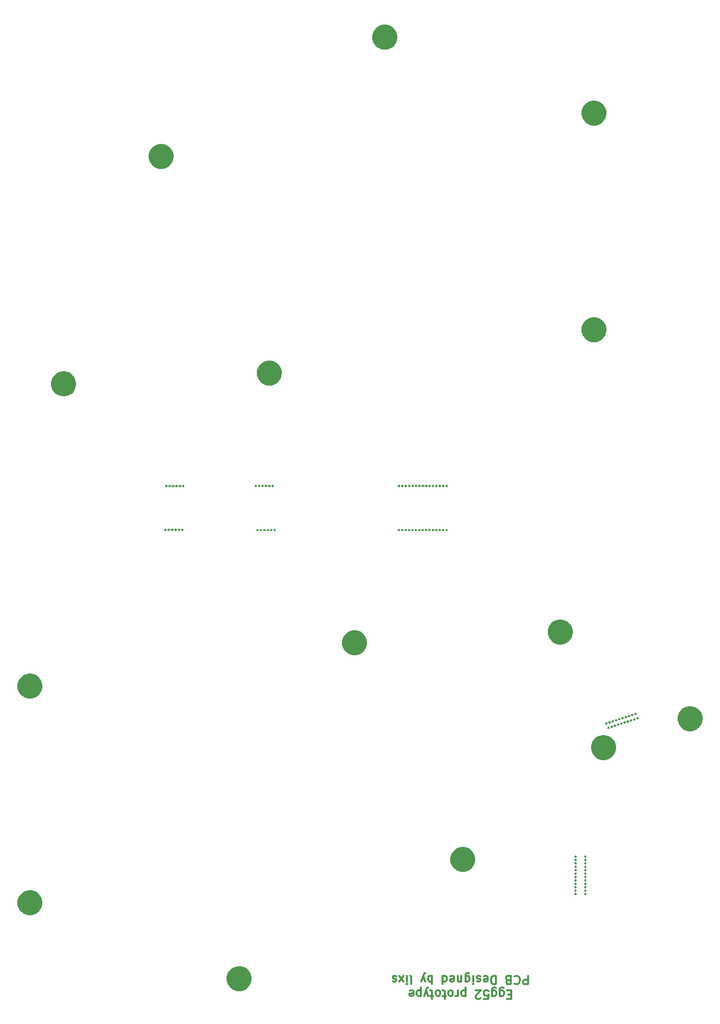
<source format=gbr>
G04 #@! TF.GenerationSoftware,KiCad,Pcbnew,(5.0.2)-1*
G04 #@! TF.CreationDate,2019-03-26T19:22:40+09:00*
G04 #@! TF.ProjectId,ergo52,6572676f-3532-42e6-9b69-6361645f7063,rev?*
G04 #@! TF.SameCoordinates,Original*
G04 #@! TF.FileFunction,Soldermask,Top*
G04 #@! TF.FilePolarity,Negative*
%FSLAX46Y46*%
G04 Gerber Fmt 4.6, Leading zero omitted, Abs format (unit mm)*
G04 Created by KiCad (PCBNEW (5.0.2)-1) date 2019/03/26 19:22:40*
%MOMM*%
%LPD*%
G01*
G04 APERTURE LIST*
%ADD10C,0.300000*%
%ADD11C,0.100000*%
G04 APERTURE END LIST*
D10*
X132118571Y-182992142D02*
X131618571Y-182992142D01*
X131404285Y-182206428D02*
X132118571Y-182206428D01*
X132118571Y-183706428D01*
X131404285Y-183706428D01*
X130118571Y-183206428D02*
X130118571Y-181992142D01*
X130190000Y-181849285D01*
X130261428Y-181777857D01*
X130404285Y-181706428D01*
X130618571Y-181706428D01*
X130761428Y-181777857D01*
X130118571Y-182277857D02*
X130261428Y-182206428D01*
X130547142Y-182206428D01*
X130690000Y-182277857D01*
X130761428Y-182349285D01*
X130832857Y-182492142D01*
X130832857Y-182920714D01*
X130761428Y-183063571D01*
X130690000Y-183135000D01*
X130547142Y-183206428D01*
X130261428Y-183206428D01*
X130118571Y-183135000D01*
X128761428Y-183206428D02*
X128761428Y-181992142D01*
X128832857Y-181849285D01*
X128904285Y-181777857D01*
X129047142Y-181706428D01*
X129261428Y-181706428D01*
X129404285Y-181777857D01*
X128761428Y-182277857D02*
X128904285Y-182206428D01*
X129190000Y-182206428D01*
X129332857Y-182277857D01*
X129404285Y-182349285D01*
X129475714Y-182492142D01*
X129475714Y-182920714D01*
X129404285Y-183063571D01*
X129332857Y-183135000D01*
X129190000Y-183206428D01*
X128904285Y-183206428D01*
X128761428Y-183135000D01*
X127332857Y-183706428D02*
X128047142Y-183706428D01*
X128118571Y-182992142D01*
X128047142Y-183063571D01*
X127904285Y-183135000D01*
X127547142Y-183135000D01*
X127404285Y-183063571D01*
X127332857Y-182992142D01*
X127261428Y-182849285D01*
X127261428Y-182492142D01*
X127332857Y-182349285D01*
X127404285Y-182277857D01*
X127547142Y-182206428D01*
X127904285Y-182206428D01*
X128047142Y-182277857D01*
X128118571Y-182349285D01*
X126690000Y-183563571D02*
X126618571Y-183635000D01*
X126475714Y-183706428D01*
X126118571Y-183706428D01*
X125975714Y-183635000D01*
X125904285Y-183563571D01*
X125832857Y-183420714D01*
X125832857Y-183277857D01*
X125904285Y-183063571D01*
X126761428Y-182206428D01*
X125832857Y-182206428D01*
X124047142Y-183206428D02*
X124047142Y-181706428D01*
X124047142Y-183135000D02*
X123904285Y-183206428D01*
X123618571Y-183206428D01*
X123475714Y-183135000D01*
X123404285Y-183063571D01*
X123332857Y-182920714D01*
X123332857Y-182492142D01*
X123404285Y-182349285D01*
X123475714Y-182277857D01*
X123618571Y-182206428D01*
X123904285Y-182206428D01*
X124047142Y-182277857D01*
X122690000Y-182206428D02*
X122690000Y-183206428D01*
X122690000Y-182920714D02*
X122618571Y-183063571D01*
X122547142Y-183135000D01*
X122404285Y-183206428D01*
X122261428Y-183206428D01*
X121547142Y-182206428D02*
X121690000Y-182277857D01*
X121761428Y-182349285D01*
X121832857Y-182492142D01*
X121832857Y-182920714D01*
X121761428Y-183063571D01*
X121690000Y-183135000D01*
X121547142Y-183206428D01*
X121332857Y-183206428D01*
X121190000Y-183135000D01*
X121118571Y-183063571D01*
X121047142Y-182920714D01*
X121047142Y-182492142D01*
X121118571Y-182349285D01*
X121190000Y-182277857D01*
X121332857Y-182206428D01*
X121547142Y-182206428D01*
X120618571Y-183206428D02*
X120047142Y-183206428D01*
X120404285Y-183706428D02*
X120404285Y-182420714D01*
X120332857Y-182277857D01*
X120190000Y-182206428D01*
X120047142Y-182206428D01*
X119332857Y-182206428D02*
X119475714Y-182277857D01*
X119547142Y-182349285D01*
X119618571Y-182492142D01*
X119618571Y-182920714D01*
X119547142Y-183063571D01*
X119475714Y-183135000D01*
X119332857Y-183206428D01*
X119118571Y-183206428D01*
X118975714Y-183135000D01*
X118904285Y-183063571D01*
X118832857Y-182920714D01*
X118832857Y-182492142D01*
X118904285Y-182349285D01*
X118975714Y-182277857D01*
X119118571Y-182206428D01*
X119332857Y-182206428D01*
X118404285Y-183206428D02*
X117832857Y-183206428D01*
X118190000Y-183706428D02*
X118190000Y-182420714D01*
X118118571Y-182277857D01*
X117975714Y-182206428D01*
X117832857Y-182206428D01*
X117475714Y-183206428D02*
X117118571Y-182206428D01*
X116761428Y-183206428D02*
X117118571Y-182206428D01*
X117261428Y-181849285D01*
X117332857Y-181777857D01*
X117475714Y-181706428D01*
X116190000Y-183206428D02*
X116190000Y-181706428D01*
X116190000Y-183135000D02*
X116047142Y-183206428D01*
X115761428Y-183206428D01*
X115618571Y-183135000D01*
X115547142Y-183063571D01*
X115475714Y-182920714D01*
X115475714Y-182492142D01*
X115547142Y-182349285D01*
X115618571Y-182277857D01*
X115761428Y-182206428D01*
X116047142Y-182206428D01*
X116190000Y-182277857D01*
X114261428Y-182277857D02*
X114404285Y-182206428D01*
X114690000Y-182206428D01*
X114832857Y-182277857D01*
X114904285Y-182420714D01*
X114904285Y-182992142D01*
X114832857Y-183135000D01*
X114690000Y-183206428D01*
X114404285Y-183206428D01*
X114261428Y-183135000D01*
X114190000Y-182992142D01*
X114190000Y-182849285D01*
X114904285Y-182706428D01*
X135047142Y-179656428D02*
X135047142Y-181156428D01*
X134475714Y-181156428D01*
X134332857Y-181085000D01*
X134261428Y-181013571D01*
X134190000Y-180870714D01*
X134190000Y-180656428D01*
X134261428Y-180513571D01*
X134332857Y-180442142D01*
X134475714Y-180370714D01*
X135047142Y-180370714D01*
X132690000Y-179799285D02*
X132761428Y-179727857D01*
X132975714Y-179656428D01*
X133118571Y-179656428D01*
X133332857Y-179727857D01*
X133475714Y-179870714D01*
X133547142Y-180013571D01*
X133618571Y-180299285D01*
X133618571Y-180513571D01*
X133547142Y-180799285D01*
X133475714Y-180942142D01*
X133332857Y-181085000D01*
X133118571Y-181156428D01*
X132975714Y-181156428D01*
X132761428Y-181085000D01*
X132690000Y-181013571D01*
X131547142Y-180442142D02*
X131332857Y-180370714D01*
X131261428Y-180299285D01*
X131190000Y-180156428D01*
X131190000Y-179942142D01*
X131261428Y-179799285D01*
X131332857Y-179727857D01*
X131475714Y-179656428D01*
X132047142Y-179656428D01*
X132047142Y-181156428D01*
X131547142Y-181156428D01*
X131404285Y-181085000D01*
X131332857Y-181013571D01*
X131261428Y-180870714D01*
X131261428Y-180727857D01*
X131332857Y-180585000D01*
X131404285Y-180513571D01*
X131547142Y-180442142D01*
X132047142Y-180442142D01*
X129404285Y-179656428D02*
X129404285Y-181156428D01*
X129047142Y-181156428D01*
X128832857Y-181085000D01*
X128690000Y-180942142D01*
X128618571Y-180799285D01*
X128547142Y-180513571D01*
X128547142Y-180299285D01*
X128618571Y-180013571D01*
X128690000Y-179870714D01*
X128832857Y-179727857D01*
X129047142Y-179656428D01*
X129404285Y-179656428D01*
X127332857Y-179727857D02*
X127475714Y-179656428D01*
X127761428Y-179656428D01*
X127904285Y-179727857D01*
X127975714Y-179870714D01*
X127975714Y-180442142D01*
X127904285Y-180585000D01*
X127761428Y-180656428D01*
X127475714Y-180656428D01*
X127332857Y-180585000D01*
X127261428Y-180442142D01*
X127261428Y-180299285D01*
X127975714Y-180156428D01*
X126690000Y-179727857D02*
X126547142Y-179656428D01*
X126261428Y-179656428D01*
X126118571Y-179727857D01*
X126047142Y-179870714D01*
X126047142Y-179942142D01*
X126118571Y-180085000D01*
X126261428Y-180156428D01*
X126475714Y-180156428D01*
X126618571Y-180227857D01*
X126690000Y-180370714D01*
X126690000Y-180442142D01*
X126618571Y-180585000D01*
X126475714Y-180656428D01*
X126261428Y-180656428D01*
X126118571Y-180585000D01*
X125404285Y-179656428D02*
X125404285Y-180656428D01*
X125404285Y-181156428D02*
X125475714Y-181085000D01*
X125404285Y-181013571D01*
X125332857Y-181085000D01*
X125404285Y-181156428D01*
X125404285Y-181013571D01*
X124047142Y-180656428D02*
X124047142Y-179442142D01*
X124118571Y-179299285D01*
X124190000Y-179227857D01*
X124332857Y-179156428D01*
X124547142Y-179156428D01*
X124690000Y-179227857D01*
X124047142Y-179727857D02*
X124190000Y-179656428D01*
X124475714Y-179656428D01*
X124618571Y-179727857D01*
X124690000Y-179799285D01*
X124761428Y-179942142D01*
X124761428Y-180370714D01*
X124690000Y-180513571D01*
X124618571Y-180585000D01*
X124475714Y-180656428D01*
X124190000Y-180656428D01*
X124047142Y-180585000D01*
X123332857Y-180656428D02*
X123332857Y-179656428D01*
X123332857Y-180513571D02*
X123261428Y-180585000D01*
X123118571Y-180656428D01*
X122904285Y-180656428D01*
X122761428Y-180585000D01*
X122690000Y-180442142D01*
X122690000Y-179656428D01*
X121404285Y-179727857D02*
X121547142Y-179656428D01*
X121832857Y-179656428D01*
X121975714Y-179727857D01*
X122047142Y-179870714D01*
X122047142Y-180442142D01*
X121975714Y-180585000D01*
X121832857Y-180656428D01*
X121547142Y-180656428D01*
X121404285Y-180585000D01*
X121332857Y-180442142D01*
X121332857Y-180299285D01*
X122047142Y-180156428D01*
X120047142Y-179656428D02*
X120047142Y-181156428D01*
X120047142Y-179727857D02*
X120190000Y-179656428D01*
X120475714Y-179656428D01*
X120618571Y-179727857D01*
X120690000Y-179799285D01*
X120761428Y-179942142D01*
X120761428Y-180370714D01*
X120690000Y-180513571D01*
X120618571Y-180585000D01*
X120475714Y-180656428D01*
X120190000Y-180656428D01*
X120047142Y-180585000D01*
X118190000Y-179656428D02*
X118190000Y-181156428D01*
X118190000Y-180585000D02*
X118047142Y-180656428D01*
X117761428Y-180656428D01*
X117618571Y-180585000D01*
X117547142Y-180513571D01*
X117475714Y-180370714D01*
X117475714Y-179942142D01*
X117547142Y-179799285D01*
X117618571Y-179727857D01*
X117761428Y-179656428D01*
X118047142Y-179656428D01*
X118190000Y-179727857D01*
X116975714Y-180656428D02*
X116618571Y-179656428D01*
X116261428Y-180656428D02*
X116618571Y-179656428D01*
X116761428Y-179299285D01*
X116832857Y-179227857D01*
X116975714Y-179156428D01*
X114332857Y-179656428D02*
X114475714Y-179727857D01*
X114547142Y-179870714D01*
X114547142Y-181156428D01*
X113761428Y-179656428D02*
X113761428Y-180656428D01*
X113761428Y-181156428D02*
X113832857Y-181085000D01*
X113761428Y-181013571D01*
X113690000Y-181085000D01*
X113761428Y-181156428D01*
X113761428Y-181013571D01*
X113190000Y-179656428D02*
X112404285Y-180656428D01*
X113190000Y-180656428D02*
X112404285Y-179656428D01*
X111904285Y-179727857D02*
X111761428Y-179656428D01*
X111475714Y-179656428D01*
X111332857Y-179727857D01*
X111261428Y-179870714D01*
X111261428Y-179942142D01*
X111332857Y-180085000D01*
X111475714Y-180156428D01*
X111690000Y-180156428D01*
X111832857Y-180227857D01*
X111904285Y-180370714D01*
X111904285Y-180442142D01*
X111832857Y-180585000D01*
X111690000Y-180656428D01*
X111475714Y-180656428D01*
X111332857Y-180585000D01*
D11*
G36*
X84864094Y-178038383D02*
X85264468Y-178204223D01*
X85624799Y-178444989D01*
X85931228Y-178751418D01*
X86171994Y-179111749D01*
X86337834Y-179512123D01*
X86422378Y-179937156D01*
X86422378Y-180370522D01*
X86337834Y-180795555D01*
X86171994Y-181195929D01*
X85931228Y-181556260D01*
X85624799Y-181862689D01*
X85264468Y-182103455D01*
X84864094Y-182269295D01*
X84439061Y-182353839D01*
X84005695Y-182353839D01*
X83580662Y-182269295D01*
X83180288Y-182103455D01*
X82819957Y-181862689D01*
X82513528Y-181556260D01*
X82272762Y-181195929D01*
X82106922Y-180795555D01*
X82022378Y-180370522D01*
X82022378Y-179937156D01*
X82106922Y-179512123D01*
X82272762Y-179111749D01*
X82513528Y-178751418D01*
X82819957Y-178444989D01*
X83180288Y-178204223D01*
X83580662Y-178038383D01*
X84005695Y-177953839D01*
X84439061Y-177953839D01*
X84864094Y-178038383D01*
X84864094Y-178038383D01*
G37*
G36*
X48034094Y-164703383D02*
X48434468Y-164869223D01*
X48794799Y-165109989D01*
X49101228Y-165416418D01*
X49341994Y-165776749D01*
X49507834Y-166177123D01*
X49592378Y-166602156D01*
X49592378Y-167035522D01*
X49507834Y-167460555D01*
X49341994Y-167860929D01*
X49101228Y-168221260D01*
X48794799Y-168527689D01*
X48434468Y-168768455D01*
X48034094Y-168934295D01*
X47609061Y-169018839D01*
X47175695Y-169018839D01*
X46750662Y-168934295D01*
X46350288Y-168768455D01*
X45989957Y-168527689D01*
X45683528Y-168221260D01*
X45442762Y-167860929D01*
X45276922Y-167460555D01*
X45192378Y-167035522D01*
X45192378Y-166602156D01*
X45276922Y-166177123D01*
X45442762Y-165776749D01*
X45683528Y-165416418D01*
X45989957Y-165109989D01*
X46350288Y-164869223D01*
X46750662Y-164703383D01*
X47175695Y-164618839D01*
X47609061Y-164618839D01*
X48034094Y-164703383D01*
X48034094Y-164703383D01*
G37*
G36*
X145211717Y-158492545D02*
X145248112Y-158507620D01*
X145248113Y-158507621D01*
X145248116Y-158507622D01*
X145280873Y-158529510D01*
X145280877Y-158529513D01*
X145308727Y-158557363D01*
X145308729Y-158557366D01*
X145308730Y-158557367D01*
X145330618Y-158590124D01*
X145330619Y-158590127D01*
X145330620Y-158590128D01*
X145345695Y-158626523D01*
X145353380Y-158665159D01*
X145353380Y-158704561D01*
X145345695Y-158743197D01*
X145330620Y-158779592D01*
X145330618Y-158779596D01*
X145308730Y-158812353D01*
X145308727Y-158812357D01*
X145280877Y-158840207D01*
X145280874Y-158840209D01*
X145280873Y-158840210D01*
X145248116Y-158862098D01*
X145248113Y-158862099D01*
X145248112Y-158862100D01*
X145230548Y-158869375D01*
X145208937Y-158880926D01*
X145189995Y-158896471D01*
X145174450Y-158915413D01*
X145162898Y-158937024D01*
X145155785Y-158960473D01*
X145153383Y-158984859D01*
X145155785Y-159009246D01*
X145162898Y-159032695D01*
X145174449Y-159054306D01*
X145189994Y-159073248D01*
X145208936Y-159088793D01*
X145230548Y-159100345D01*
X145248112Y-159107620D01*
X145248113Y-159107621D01*
X145248116Y-159107622D01*
X145280873Y-159129510D01*
X145280877Y-159129513D01*
X145308727Y-159157363D01*
X145308729Y-159157366D01*
X145308730Y-159157367D01*
X145330618Y-159190124D01*
X145330619Y-159190127D01*
X145330620Y-159190128D01*
X145345695Y-159226523D01*
X145353380Y-159265159D01*
X145353380Y-159304561D01*
X145345695Y-159343197D01*
X145330620Y-159379592D01*
X145330618Y-159379596D01*
X145308730Y-159412353D01*
X145308727Y-159412357D01*
X145280877Y-159440207D01*
X145280874Y-159440209D01*
X145280873Y-159440210D01*
X145248116Y-159462098D01*
X145248113Y-159462099D01*
X145248112Y-159462100D01*
X145230548Y-159469375D01*
X145208937Y-159480926D01*
X145189995Y-159496471D01*
X145174450Y-159515413D01*
X145162898Y-159537024D01*
X145155785Y-159560473D01*
X145153383Y-159584859D01*
X145155785Y-159609246D01*
X145162898Y-159632695D01*
X145174449Y-159654306D01*
X145189994Y-159673248D01*
X145208936Y-159688793D01*
X145230548Y-159700345D01*
X145248112Y-159707620D01*
X145248113Y-159707621D01*
X145248116Y-159707622D01*
X145280873Y-159729510D01*
X145280877Y-159729513D01*
X145308727Y-159757363D01*
X145308729Y-159757366D01*
X145308730Y-159757367D01*
X145330618Y-159790124D01*
X145330619Y-159790127D01*
X145330620Y-159790128D01*
X145345695Y-159826523D01*
X145353380Y-159865159D01*
X145353380Y-159904561D01*
X145345695Y-159943197D01*
X145330620Y-159979592D01*
X145330618Y-159979596D01*
X145308730Y-160012353D01*
X145308727Y-160012357D01*
X145280877Y-160040207D01*
X145280874Y-160040209D01*
X145280873Y-160040210D01*
X145248116Y-160062098D01*
X145248113Y-160062099D01*
X145248112Y-160062100D01*
X145230548Y-160069375D01*
X145208937Y-160080926D01*
X145189995Y-160096471D01*
X145174450Y-160115413D01*
X145162898Y-160137024D01*
X145155785Y-160160473D01*
X145153383Y-160184859D01*
X145155785Y-160209246D01*
X145162898Y-160232695D01*
X145174449Y-160254306D01*
X145189994Y-160273248D01*
X145208936Y-160288793D01*
X145230548Y-160300345D01*
X145248112Y-160307620D01*
X145248113Y-160307621D01*
X145248116Y-160307622D01*
X145280873Y-160329510D01*
X145280877Y-160329513D01*
X145308727Y-160357363D01*
X145308729Y-160357366D01*
X145308730Y-160357367D01*
X145330618Y-160390124D01*
X145330619Y-160390127D01*
X145330620Y-160390128D01*
X145345695Y-160426523D01*
X145353380Y-160465159D01*
X145353380Y-160504561D01*
X145345695Y-160543197D01*
X145330620Y-160579592D01*
X145330618Y-160579596D01*
X145316144Y-160601257D01*
X145308727Y-160612357D01*
X145280877Y-160640207D01*
X145280874Y-160640209D01*
X145280873Y-160640210D01*
X145248116Y-160662098D01*
X145248113Y-160662099D01*
X145248112Y-160662100D01*
X145230548Y-160669375D01*
X145208937Y-160680926D01*
X145189995Y-160696471D01*
X145174450Y-160715413D01*
X145162898Y-160737024D01*
X145155785Y-160760473D01*
X145153383Y-160784859D01*
X145155785Y-160809246D01*
X145162898Y-160832695D01*
X145174449Y-160854306D01*
X145189994Y-160873248D01*
X145208936Y-160888793D01*
X145230548Y-160900345D01*
X145248112Y-160907620D01*
X145248113Y-160907621D01*
X145248116Y-160907622D01*
X145280873Y-160929510D01*
X145280877Y-160929513D01*
X145308727Y-160957363D01*
X145308729Y-160957366D01*
X145308730Y-160957367D01*
X145330618Y-160990124D01*
X145330619Y-160990127D01*
X145330620Y-160990128D01*
X145345695Y-161026523D01*
X145353380Y-161065159D01*
X145353380Y-161104561D01*
X145345695Y-161143197D01*
X145343517Y-161148455D01*
X145330618Y-161179596D01*
X145308730Y-161212353D01*
X145308727Y-161212357D01*
X145280877Y-161240207D01*
X145280874Y-161240209D01*
X145280873Y-161240210D01*
X145248116Y-161262098D01*
X145248113Y-161262099D01*
X145248112Y-161262100D01*
X145230548Y-161269375D01*
X145208937Y-161280926D01*
X145189995Y-161296471D01*
X145174450Y-161315413D01*
X145162898Y-161337024D01*
X145155785Y-161360473D01*
X145153383Y-161384859D01*
X145155785Y-161409246D01*
X145162898Y-161432695D01*
X145174449Y-161454306D01*
X145189994Y-161473248D01*
X145208936Y-161488793D01*
X145230548Y-161500345D01*
X145248112Y-161507620D01*
X145248113Y-161507621D01*
X145248116Y-161507622D01*
X145280873Y-161529510D01*
X145280877Y-161529513D01*
X145308727Y-161557363D01*
X145308729Y-161557366D01*
X145308730Y-161557367D01*
X145330618Y-161590124D01*
X145330619Y-161590127D01*
X145330620Y-161590128D01*
X145345695Y-161626523D01*
X145353380Y-161665159D01*
X145353380Y-161704561D01*
X145345695Y-161743197D01*
X145330620Y-161779592D01*
X145330618Y-161779596D01*
X145308730Y-161812353D01*
X145308727Y-161812357D01*
X145280877Y-161840207D01*
X145280874Y-161840209D01*
X145280873Y-161840210D01*
X145248116Y-161862098D01*
X145248113Y-161862099D01*
X145248112Y-161862100D01*
X145230548Y-161869375D01*
X145208937Y-161880926D01*
X145189995Y-161896471D01*
X145174450Y-161915413D01*
X145162898Y-161937024D01*
X145155785Y-161960473D01*
X145153383Y-161984859D01*
X145155785Y-162009246D01*
X145162898Y-162032695D01*
X145174449Y-162054306D01*
X145189994Y-162073248D01*
X145208936Y-162088793D01*
X145230548Y-162100345D01*
X145248112Y-162107620D01*
X145248113Y-162107621D01*
X145248116Y-162107622D01*
X145280873Y-162129510D01*
X145280877Y-162129513D01*
X145308727Y-162157363D01*
X145308729Y-162157366D01*
X145308730Y-162157367D01*
X145330618Y-162190124D01*
X145330619Y-162190127D01*
X145330620Y-162190128D01*
X145345695Y-162226523D01*
X145353380Y-162265159D01*
X145353380Y-162304561D01*
X145345695Y-162343197D01*
X145330620Y-162379592D01*
X145330618Y-162379596D01*
X145308730Y-162412353D01*
X145308727Y-162412357D01*
X145280877Y-162440207D01*
X145280874Y-162440209D01*
X145280873Y-162440210D01*
X145248116Y-162462098D01*
X145248113Y-162462099D01*
X145248112Y-162462100D01*
X145230548Y-162469375D01*
X145208937Y-162480926D01*
X145189995Y-162496471D01*
X145174450Y-162515413D01*
X145162898Y-162537024D01*
X145155785Y-162560473D01*
X145153383Y-162584859D01*
X145155785Y-162609246D01*
X145162898Y-162632695D01*
X145174449Y-162654306D01*
X145189994Y-162673248D01*
X145208936Y-162688793D01*
X145230548Y-162700345D01*
X145248112Y-162707620D01*
X145248113Y-162707621D01*
X145248116Y-162707622D01*
X145280873Y-162729510D01*
X145280877Y-162729513D01*
X145308727Y-162757363D01*
X145308729Y-162757366D01*
X145308730Y-162757367D01*
X145330618Y-162790124D01*
X145330619Y-162790127D01*
X145330620Y-162790128D01*
X145345695Y-162826523D01*
X145353380Y-162865159D01*
X145353380Y-162904561D01*
X145345695Y-162943197D01*
X145330620Y-162979592D01*
X145330618Y-162979596D01*
X145308730Y-163012353D01*
X145308727Y-163012357D01*
X145280877Y-163040207D01*
X145280874Y-163040209D01*
X145280873Y-163040210D01*
X145248116Y-163062098D01*
X145248113Y-163062099D01*
X145248112Y-163062100D01*
X145230548Y-163069375D01*
X145208937Y-163080926D01*
X145189995Y-163096471D01*
X145174450Y-163115413D01*
X145162898Y-163137024D01*
X145155785Y-163160473D01*
X145153383Y-163184859D01*
X145155785Y-163209246D01*
X145162898Y-163232695D01*
X145174449Y-163254306D01*
X145189994Y-163273248D01*
X145208936Y-163288793D01*
X145230548Y-163300345D01*
X145248112Y-163307620D01*
X145248113Y-163307621D01*
X145248116Y-163307622D01*
X145280873Y-163329510D01*
X145280877Y-163329513D01*
X145308727Y-163357363D01*
X145308729Y-163357366D01*
X145308730Y-163357367D01*
X145330618Y-163390124D01*
X145330619Y-163390127D01*
X145330620Y-163390128D01*
X145345695Y-163426523D01*
X145353380Y-163465159D01*
X145353380Y-163504561D01*
X145345695Y-163543197D01*
X145330620Y-163579592D01*
X145330618Y-163579596D01*
X145308730Y-163612353D01*
X145308727Y-163612357D01*
X145280877Y-163640207D01*
X145280874Y-163640209D01*
X145280873Y-163640210D01*
X145248116Y-163662098D01*
X145248113Y-163662099D01*
X145248112Y-163662100D01*
X145230548Y-163669375D01*
X145208937Y-163680926D01*
X145189995Y-163696471D01*
X145174450Y-163715413D01*
X145162898Y-163737024D01*
X145155785Y-163760473D01*
X145153383Y-163784859D01*
X145155785Y-163809246D01*
X145162898Y-163832695D01*
X145174449Y-163854306D01*
X145189994Y-163873248D01*
X145208936Y-163888793D01*
X145230548Y-163900345D01*
X145248112Y-163907620D01*
X145248113Y-163907621D01*
X145248116Y-163907622D01*
X145280873Y-163929510D01*
X145280877Y-163929513D01*
X145308727Y-163957363D01*
X145308729Y-163957366D01*
X145308730Y-163957367D01*
X145330618Y-163990124D01*
X145330619Y-163990127D01*
X145330620Y-163990128D01*
X145345695Y-164026523D01*
X145353380Y-164065159D01*
X145353380Y-164104561D01*
X145345695Y-164143197D01*
X145330620Y-164179592D01*
X145330618Y-164179596D01*
X145308730Y-164212353D01*
X145308727Y-164212357D01*
X145280877Y-164240207D01*
X145280874Y-164240209D01*
X145280873Y-164240210D01*
X145248116Y-164262098D01*
X145248113Y-164262099D01*
X145248112Y-164262100D01*
X145230548Y-164269375D01*
X145208937Y-164280926D01*
X145189995Y-164296471D01*
X145174450Y-164315413D01*
X145162898Y-164337024D01*
X145155785Y-164360473D01*
X145153383Y-164384859D01*
X145155785Y-164409246D01*
X145162898Y-164432695D01*
X145174449Y-164454306D01*
X145189994Y-164473248D01*
X145208936Y-164488793D01*
X145230548Y-164500345D01*
X145248112Y-164507620D01*
X145248113Y-164507621D01*
X145248116Y-164507622D01*
X145280873Y-164529510D01*
X145280877Y-164529513D01*
X145308727Y-164557363D01*
X145308729Y-164557366D01*
X145308730Y-164557367D01*
X145330618Y-164590124D01*
X145330619Y-164590127D01*
X145330620Y-164590128D01*
X145345695Y-164626523D01*
X145353380Y-164665159D01*
X145353380Y-164704561D01*
X145345695Y-164743197D01*
X145330620Y-164779592D01*
X145330618Y-164779596D01*
X145308730Y-164812353D01*
X145308727Y-164812357D01*
X145280877Y-164840207D01*
X145280874Y-164840209D01*
X145280873Y-164840210D01*
X145248116Y-164862098D01*
X145248113Y-164862099D01*
X145248112Y-164862100D01*
X145230548Y-164869375D01*
X145208937Y-164880926D01*
X145189995Y-164896471D01*
X145174450Y-164915413D01*
X145162898Y-164937024D01*
X145155785Y-164960473D01*
X145153383Y-164984859D01*
X145155785Y-165009246D01*
X145162898Y-165032695D01*
X145174449Y-165054306D01*
X145189994Y-165073248D01*
X145208936Y-165088793D01*
X145230548Y-165100345D01*
X145248112Y-165107620D01*
X145248113Y-165107621D01*
X145248116Y-165107622D01*
X145280873Y-165129510D01*
X145280877Y-165129513D01*
X145308727Y-165157363D01*
X145308729Y-165157366D01*
X145308730Y-165157367D01*
X145330618Y-165190124D01*
X145330619Y-165190127D01*
X145330620Y-165190128D01*
X145345695Y-165226523D01*
X145353380Y-165265159D01*
X145353380Y-165304561D01*
X145345695Y-165343197D01*
X145330620Y-165379592D01*
X145330618Y-165379596D01*
X145308730Y-165412353D01*
X145308727Y-165412357D01*
X145280877Y-165440207D01*
X145280874Y-165440209D01*
X145280873Y-165440210D01*
X145248116Y-165462098D01*
X145248113Y-165462099D01*
X145248112Y-165462100D01*
X145211717Y-165477175D01*
X145173081Y-165484860D01*
X145133679Y-165484860D01*
X145095043Y-165477175D01*
X145058648Y-165462100D01*
X145058647Y-165462099D01*
X145058644Y-165462098D01*
X145025887Y-165440210D01*
X145025886Y-165440209D01*
X145025883Y-165440207D01*
X144998033Y-165412357D01*
X144998030Y-165412353D01*
X144976142Y-165379596D01*
X144976140Y-165379592D01*
X144961065Y-165343197D01*
X144953380Y-165304561D01*
X144953380Y-165265159D01*
X144961065Y-165226523D01*
X144976140Y-165190128D01*
X144976141Y-165190127D01*
X144976142Y-165190124D01*
X144998030Y-165157367D01*
X144998031Y-165157366D01*
X144998033Y-165157363D01*
X145025883Y-165129513D01*
X145025887Y-165129510D01*
X145058644Y-165107622D01*
X145058647Y-165107621D01*
X145058648Y-165107620D01*
X145076212Y-165100345D01*
X145097823Y-165088794D01*
X145116765Y-165073249D01*
X145132310Y-165054307D01*
X145143862Y-165032696D01*
X145150975Y-165009247D01*
X145153377Y-164984861D01*
X145150975Y-164960474D01*
X145143862Y-164937025D01*
X145132311Y-164915414D01*
X145116766Y-164896472D01*
X145097824Y-164880927D01*
X145076212Y-164869375D01*
X145058648Y-164862100D01*
X145058647Y-164862099D01*
X145058644Y-164862098D01*
X145025887Y-164840210D01*
X145025886Y-164840209D01*
X145025883Y-164840207D01*
X144998033Y-164812357D01*
X144998030Y-164812353D01*
X144976142Y-164779596D01*
X144976140Y-164779592D01*
X144961065Y-164743197D01*
X144953380Y-164704561D01*
X144953380Y-164665159D01*
X144961065Y-164626523D01*
X144976140Y-164590128D01*
X144976141Y-164590127D01*
X144976142Y-164590124D01*
X144998030Y-164557367D01*
X144998031Y-164557366D01*
X144998033Y-164557363D01*
X145025883Y-164529513D01*
X145025887Y-164529510D01*
X145058644Y-164507622D01*
X145058647Y-164507621D01*
X145058648Y-164507620D01*
X145076212Y-164500345D01*
X145097823Y-164488794D01*
X145116765Y-164473249D01*
X145132310Y-164454307D01*
X145143862Y-164432696D01*
X145150975Y-164409247D01*
X145153377Y-164384861D01*
X145150975Y-164360474D01*
X145143862Y-164337025D01*
X145132311Y-164315414D01*
X145116766Y-164296472D01*
X145097824Y-164280927D01*
X145076212Y-164269375D01*
X145058648Y-164262100D01*
X145058647Y-164262099D01*
X145058644Y-164262098D01*
X145025887Y-164240210D01*
X145025886Y-164240209D01*
X145025883Y-164240207D01*
X144998033Y-164212357D01*
X144998030Y-164212353D01*
X144976142Y-164179596D01*
X144976140Y-164179592D01*
X144961065Y-164143197D01*
X144953380Y-164104561D01*
X144953380Y-164065159D01*
X144961065Y-164026523D01*
X144976140Y-163990128D01*
X144976141Y-163990127D01*
X144976142Y-163990124D01*
X144998030Y-163957367D01*
X144998031Y-163957366D01*
X144998033Y-163957363D01*
X145025883Y-163929513D01*
X145025887Y-163929510D01*
X145058644Y-163907622D01*
X145058647Y-163907621D01*
X145058648Y-163907620D01*
X145076212Y-163900345D01*
X145097823Y-163888794D01*
X145116765Y-163873249D01*
X145132310Y-163854307D01*
X145143862Y-163832696D01*
X145150975Y-163809247D01*
X145153377Y-163784861D01*
X145150975Y-163760474D01*
X145143862Y-163737025D01*
X145132311Y-163715414D01*
X145116766Y-163696472D01*
X145097824Y-163680927D01*
X145076212Y-163669375D01*
X145058648Y-163662100D01*
X145058647Y-163662099D01*
X145058644Y-163662098D01*
X145025887Y-163640210D01*
X145025886Y-163640209D01*
X145025883Y-163640207D01*
X144998033Y-163612357D01*
X144998030Y-163612353D01*
X144976142Y-163579596D01*
X144976140Y-163579592D01*
X144961065Y-163543197D01*
X144953380Y-163504561D01*
X144953380Y-163465159D01*
X144961065Y-163426523D01*
X144976140Y-163390128D01*
X144976141Y-163390127D01*
X144976142Y-163390124D01*
X144998030Y-163357367D01*
X144998031Y-163357366D01*
X144998033Y-163357363D01*
X145025883Y-163329513D01*
X145025887Y-163329510D01*
X145058644Y-163307622D01*
X145058647Y-163307621D01*
X145058648Y-163307620D01*
X145076212Y-163300345D01*
X145097823Y-163288794D01*
X145116765Y-163273249D01*
X145132310Y-163254307D01*
X145143862Y-163232696D01*
X145150975Y-163209247D01*
X145153377Y-163184861D01*
X145150975Y-163160474D01*
X145143862Y-163137025D01*
X145132311Y-163115414D01*
X145116766Y-163096472D01*
X145097824Y-163080927D01*
X145076212Y-163069375D01*
X145058648Y-163062100D01*
X145058647Y-163062099D01*
X145058644Y-163062098D01*
X145025887Y-163040210D01*
X145025886Y-163040209D01*
X145025883Y-163040207D01*
X144998033Y-163012357D01*
X144998030Y-163012353D01*
X144976142Y-162979596D01*
X144976140Y-162979592D01*
X144961065Y-162943197D01*
X144953380Y-162904561D01*
X144953380Y-162865159D01*
X144961065Y-162826523D01*
X144976140Y-162790128D01*
X144976141Y-162790127D01*
X144976142Y-162790124D01*
X144998030Y-162757367D01*
X144998031Y-162757366D01*
X144998033Y-162757363D01*
X145025883Y-162729513D01*
X145025887Y-162729510D01*
X145058644Y-162707622D01*
X145058647Y-162707621D01*
X145058648Y-162707620D01*
X145076212Y-162700345D01*
X145097823Y-162688794D01*
X145116765Y-162673249D01*
X145132310Y-162654307D01*
X145143862Y-162632696D01*
X145150975Y-162609247D01*
X145153377Y-162584861D01*
X145150975Y-162560474D01*
X145143862Y-162537025D01*
X145132311Y-162515414D01*
X145116766Y-162496472D01*
X145097824Y-162480927D01*
X145076212Y-162469375D01*
X145058648Y-162462100D01*
X145058647Y-162462099D01*
X145058644Y-162462098D01*
X145025887Y-162440210D01*
X145025886Y-162440209D01*
X145025883Y-162440207D01*
X144998033Y-162412357D01*
X144998030Y-162412353D01*
X144976142Y-162379596D01*
X144976140Y-162379592D01*
X144961065Y-162343197D01*
X144953380Y-162304561D01*
X144953380Y-162265159D01*
X144961065Y-162226523D01*
X144976140Y-162190128D01*
X144976141Y-162190127D01*
X144976142Y-162190124D01*
X144998030Y-162157367D01*
X144998031Y-162157366D01*
X144998033Y-162157363D01*
X145025883Y-162129513D01*
X145025887Y-162129510D01*
X145058644Y-162107622D01*
X145058647Y-162107621D01*
X145058648Y-162107620D01*
X145076212Y-162100345D01*
X145097823Y-162088794D01*
X145116765Y-162073249D01*
X145132310Y-162054307D01*
X145143862Y-162032696D01*
X145150975Y-162009247D01*
X145153377Y-161984861D01*
X145150975Y-161960474D01*
X145143862Y-161937025D01*
X145132311Y-161915414D01*
X145116766Y-161896472D01*
X145097824Y-161880927D01*
X145076212Y-161869375D01*
X145058648Y-161862100D01*
X145058647Y-161862099D01*
X145058644Y-161862098D01*
X145025887Y-161840210D01*
X145025886Y-161840209D01*
X145025883Y-161840207D01*
X144998033Y-161812357D01*
X144998030Y-161812353D01*
X144976142Y-161779596D01*
X144976140Y-161779592D01*
X144961065Y-161743197D01*
X144953380Y-161704561D01*
X144953380Y-161665159D01*
X144961065Y-161626523D01*
X144976140Y-161590128D01*
X144976141Y-161590127D01*
X144976142Y-161590124D01*
X144998030Y-161557367D01*
X144998031Y-161557366D01*
X144998033Y-161557363D01*
X145025883Y-161529513D01*
X145025887Y-161529510D01*
X145058644Y-161507622D01*
X145058647Y-161507621D01*
X145058648Y-161507620D01*
X145076212Y-161500345D01*
X145097823Y-161488794D01*
X145116765Y-161473249D01*
X145132310Y-161454307D01*
X145143862Y-161432696D01*
X145150975Y-161409247D01*
X145153377Y-161384861D01*
X145150975Y-161360474D01*
X145143862Y-161337025D01*
X145132311Y-161315414D01*
X145116766Y-161296472D01*
X145097824Y-161280927D01*
X145076212Y-161269375D01*
X145058648Y-161262100D01*
X145058647Y-161262099D01*
X145058644Y-161262098D01*
X145025887Y-161240210D01*
X145025886Y-161240209D01*
X145025883Y-161240207D01*
X144998033Y-161212357D01*
X144998030Y-161212353D01*
X144976142Y-161179596D01*
X144963243Y-161148455D01*
X144961065Y-161143197D01*
X144953380Y-161104561D01*
X144953380Y-161065159D01*
X144961065Y-161026523D01*
X144976140Y-160990128D01*
X144976141Y-160990127D01*
X144976142Y-160990124D01*
X144998030Y-160957367D01*
X144998031Y-160957366D01*
X144998033Y-160957363D01*
X145025883Y-160929513D01*
X145025887Y-160929510D01*
X145058644Y-160907622D01*
X145058647Y-160907621D01*
X145058648Y-160907620D01*
X145076212Y-160900345D01*
X145097823Y-160888794D01*
X145116765Y-160873249D01*
X145132310Y-160854307D01*
X145143862Y-160832696D01*
X145150975Y-160809247D01*
X145153377Y-160784861D01*
X145150975Y-160760474D01*
X145143862Y-160737025D01*
X145132311Y-160715414D01*
X145116766Y-160696472D01*
X145097824Y-160680927D01*
X145076212Y-160669375D01*
X145058648Y-160662100D01*
X145058647Y-160662099D01*
X145058644Y-160662098D01*
X145025887Y-160640210D01*
X145025886Y-160640209D01*
X145025883Y-160640207D01*
X144998033Y-160612357D01*
X144990616Y-160601257D01*
X144976142Y-160579596D01*
X144976140Y-160579592D01*
X144961065Y-160543197D01*
X144953380Y-160504561D01*
X144953380Y-160465159D01*
X144961065Y-160426523D01*
X144976140Y-160390128D01*
X144976141Y-160390127D01*
X144976142Y-160390124D01*
X144998030Y-160357367D01*
X144998031Y-160357366D01*
X144998033Y-160357363D01*
X145025883Y-160329513D01*
X145025887Y-160329510D01*
X145058644Y-160307622D01*
X145058647Y-160307621D01*
X145058648Y-160307620D01*
X145076212Y-160300345D01*
X145097823Y-160288794D01*
X145116765Y-160273249D01*
X145132310Y-160254307D01*
X145143862Y-160232696D01*
X145150975Y-160209247D01*
X145153377Y-160184861D01*
X145150975Y-160160474D01*
X145143862Y-160137025D01*
X145132311Y-160115414D01*
X145116766Y-160096472D01*
X145097824Y-160080927D01*
X145076212Y-160069375D01*
X145058648Y-160062100D01*
X145058647Y-160062099D01*
X145058644Y-160062098D01*
X145025887Y-160040210D01*
X145025886Y-160040209D01*
X145025883Y-160040207D01*
X144998033Y-160012357D01*
X144998030Y-160012353D01*
X144976142Y-159979596D01*
X144976140Y-159979592D01*
X144961065Y-159943197D01*
X144953380Y-159904561D01*
X144953380Y-159865159D01*
X144961065Y-159826523D01*
X144976140Y-159790128D01*
X144976141Y-159790127D01*
X144976142Y-159790124D01*
X144998030Y-159757367D01*
X144998031Y-159757366D01*
X144998033Y-159757363D01*
X145025883Y-159729513D01*
X145025887Y-159729510D01*
X145058644Y-159707622D01*
X145058647Y-159707621D01*
X145058648Y-159707620D01*
X145076212Y-159700345D01*
X145097823Y-159688794D01*
X145116765Y-159673249D01*
X145132310Y-159654307D01*
X145143862Y-159632696D01*
X145150975Y-159609247D01*
X145153377Y-159584861D01*
X145150975Y-159560474D01*
X145143862Y-159537025D01*
X145132311Y-159515414D01*
X145116766Y-159496472D01*
X145097824Y-159480927D01*
X145076212Y-159469375D01*
X145058648Y-159462100D01*
X145058647Y-159462099D01*
X145058644Y-159462098D01*
X145025887Y-159440210D01*
X145025886Y-159440209D01*
X145025883Y-159440207D01*
X144998033Y-159412357D01*
X144998030Y-159412353D01*
X144976142Y-159379596D01*
X144976140Y-159379592D01*
X144961065Y-159343197D01*
X144953380Y-159304561D01*
X144953380Y-159265159D01*
X144961065Y-159226523D01*
X144976140Y-159190128D01*
X144976141Y-159190127D01*
X144976142Y-159190124D01*
X144998030Y-159157367D01*
X144998031Y-159157366D01*
X144998033Y-159157363D01*
X145025883Y-159129513D01*
X145025887Y-159129510D01*
X145058644Y-159107622D01*
X145058647Y-159107621D01*
X145058648Y-159107620D01*
X145076212Y-159100345D01*
X145097823Y-159088794D01*
X145116765Y-159073249D01*
X145132310Y-159054307D01*
X145143862Y-159032696D01*
X145150975Y-159009247D01*
X145153377Y-158984861D01*
X145150975Y-158960474D01*
X145143862Y-158937025D01*
X145132311Y-158915414D01*
X145116766Y-158896472D01*
X145097824Y-158880927D01*
X145076212Y-158869375D01*
X145058648Y-158862100D01*
X145058647Y-158862099D01*
X145058644Y-158862098D01*
X145025887Y-158840210D01*
X145025886Y-158840209D01*
X145025883Y-158840207D01*
X144998033Y-158812357D01*
X144998030Y-158812353D01*
X144976142Y-158779596D01*
X144976140Y-158779592D01*
X144961065Y-158743197D01*
X144953380Y-158704561D01*
X144953380Y-158665159D01*
X144961065Y-158626523D01*
X144976140Y-158590128D01*
X144976141Y-158590127D01*
X144976142Y-158590124D01*
X144998030Y-158557367D01*
X144998031Y-158557366D01*
X144998033Y-158557363D01*
X145025883Y-158529513D01*
X145025887Y-158529510D01*
X145058644Y-158507622D01*
X145058647Y-158507621D01*
X145058648Y-158507620D01*
X145095043Y-158492545D01*
X145133679Y-158484860D01*
X145173081Y-158484860D01*
X145211717Y-158492545D01*
X145211717Y-158492545D01*
G37*
G36*
X143499757Y-158492545D02*
X143536152Y-158507620D01*
X143536153Y-158507621D01*
X143536156Y-158507622D01*
X143568913Y-158529510D01*
X143568917Y-158529513D01*
X143596767Y-158557363D01*
X143596769Y-158557366D01*
X143596770Y-158557367D01*
X143618658Y-158590124D01*
X143618659Y-158590127D01*
X143618660Y-158590128D01*
X143633735Y-158626523D01*
X143641420Y-158665159D01*
X143641420Y-158704561D01*
X143633735Y-158743197D01*
X143618660Y-158779592D01*
X143618658Y-158779596D01*
X143596770Y-158812353D01*
X143596767Y-158812357D01*
X143568917Y-158840207D01*
X143568914Y-158840209D01*
X143568913Y-158840210D01*
X143536156Y-158862098D01*
X143536153Y-158862099D01*
X143536152Y-158862100D01*
X143518588Y-158869375D01*
X143496977Y-158880926D01*
X143478035Y-158896471D01*
X143462490Y-158915413D01*
X143450938Y-158937024D01*
X143443825Y-158960473D01*
X143441423Y-158984859D01*
X143443825Y-159009246D01*
X143450938Y-159032695D01*
X143462489Y-159054306D01*
X143478034Y-159073248D01*
X143496976Y-159088793D01*
X143518588Y-159100345D01*
X143536152Y-159107620D01*
X143536153Y-159107621D01*
X143536156Y-159107622D01*
X143568913Y-159129510D01*
X143568917Y-159129513D01*
X143596767Y-159157363D01*
X143596769Y-159157366D01*
X143596770Y-159157367D01*
X143618658Y-159190124D01*
X143618659Y-159190127D01*
X143618660Y-159190128D01*
X143633735Y-159226523D01*
X143641420Y-159265159D01*
X143641420Y-159304561D01*
X143633735Y-159343197D01*
X143618660Y-159379592D01*
X143618658Y-159379596D01*
X143596770Y-159412353D01*
X143596767Y-159412357D01*
X143568917Y-159440207D01*
X143568914Y-159440209D01*
X143568913Y-159440210D01*
X143536156Y-159462098D01*
X143536153Y-159462099D01*
X143536152Y-159462100D01*
X143518588Y-159469375D01*
X143496977Y-159480926D01*
X143478035Y-159496471D01*
X143462490Y-159515413D01*
X143450938Y-159537024D01*
X143443825Y-159560473D01*
X143441423Y-159584859D01*
X143443825Y-159609246D01*
X143450938Y-159632695D01*
X143462489Y-159654306D01*
X143478034Y-159673248D01*
X143496976Y-159688793D01*
X143518588Y-159700345D01*
X143536152Y-159707620D01*
X143536153Y-159707621D01*
X143536156Y-159707622D01*
X143568913Y-159729510D01*
X143568917Y-159729513D01*
X143596767Y-159757363D01*
X143596769Y-159757366D01*
X143596770Y-159757367D01*
X143618658Y-159790124D01*
X143618659Y-159790127D01*
X143618660Y-159790128D01*
X143633735Y-159826523D01*
X143641420Y-159865159D01*
X143641420Y-159904561D01*
X143633735Y-159943197D01*
X143618660Y-159979592D01*
X143618658Y-159979596D01*
X143596770Y-160012353D01*
X143596767Y-160012357D01*
X143568917Y-160040207D01*
X143568914Y-160040209D01*
X143568913Y-160040210D01*
X143536156Y-160062098D01*
X143536153Y-160062099D01*
X143536152Y-160062100D01*
X143518588Y-160069375D01*
X143496977Y-160080926D01*
X143478035Y-160096471D01*
X143462490Y-160115413D01*
X143450938Y-160137024D01*
X143443825Y-160160473D01*
X143441423Y-160184859D01*
X143443825Y-160209246D01*
X143450938Y-160232695D01*
X143462489Y-160254306D01*
X143478034Y-160273248D01*
X143496976Y-160288793D01*
X143518588Y-160300345D01*
X143536152Y-160307620D01*
X143536153Y-160307621D01*
X143536156Y-160307622D01*
X143568913Y-160329510D01*
X143568917Y-160329513D01*
X143596767Y-160357363D01*
X143596769Y-160357366D01*
X143596770Y-160357367D01*
X143618658Y-160390124D01*
X143618659Y-160390127D01*
X143618660Y-160390128D01*
X143633735Y-160426523D01*
X143641420Y-160465159D01*
X143641420Y-160504561D01*
X143633735Y-160543197D01*
X143618660Y-160579592D01*
X143618658Y-160579596D01*
X143604184Y-160601257D01*
X143596767Y-160612357D01*
X143568917Y-160640207D01*
X143568914Y-160640209D01*
X143568913Y-160640210D01*
X143536156Y-160662098D01*
X143536153Y-160662099D01*
X143536152Y-160662100D01*
X143518588Y-160669375D01*
X143496977Y-160680926D01*
X143478035Y-160696471D01*
X143462490Y-160715413D01*
X143450938Y-160737024D01*
X143443825Y-160760473D01*
X143441423Y-160784859D01*
X143443825Y-160809246D01*
X143450938Y-160832695D01*
X143462489Y-160854306D01*
X143478034Y-160873248D01*
X143496976Y-160888793D01*
X143518588Y-160900345D01*
X143536152Y-160907620D01*
X143536153Y-160907621D01*
X143536156Y-160907622D01*
X143568913Y-160929510D01*
X143568917Y-160929513D01*
X143596767Y-160957363D01*
X143596769Y-160957366D01*
X143596770Y-160957367D01*
X143618658Y-160990124D01*
X143618659Y-160990127D01*
X143618660Y-160990128D01*
X143633735Y-161026523D01*
X143641420Y-161065159D01*
X143641420Y-161104561D01*
X143633735Y-161143197D01*
X143631557Y-161148455D01*
X143618658Y-161179596D01*
X143596770Y-161212353D01*
X143596767Y-161212357D01*
X143568917Y-161240207D01*
X143568914Y-161240209D01*
X143568913Y-161240210D01*
X143536156Y-161262098D01*
X143536153Y-161262099D01*
X143536152Y-161262100D01*
X143518588Y-161269375D01*
X143496977Y-161280926D01*
X143478035Y-161296471D01*
X143462490Y-161315413D01*
X143450938Y-161337024D01*
X143443825Y-161360473D01*
X143441423Y-161384859D01*
X143443825Y-161409246D01*
X143450938Y-161432695D01*
X143462489Y-161454306D01*
X143478034Y-161473248D01*
X143496976Y-161488793D01*
X143518588Y-161500345D01*
X143536152Y-161507620D01*
X143536153Y-161507621D01*
X143536156Y-161507622D01*
X143568913Y-161529510D01*
X143568917Y-161529513D01*
X143596767Y-161557363D01*
X143596769Y-161557366D01*
X143596770Y-161557367D01*
X143618658Y-161590124D01*
X143618659Y-161590127D01*
X143618660Y-161590128D01*
X143633735Y-161626523D01*
X143641420Y-161665159D01*
X143641420Y-161704561D01*
X143633735Y-161743197D01*
X143618660Y-161779592D01*
X143618658Y-161779596D01*
X143596770Y-161812353D01*
X143596767Y-161812357D01*
X143568917Y-161840207D01*
X143568914Y-161840209D01*
X143568913Y-161840210D01*
X143536156Y-161862098D01*
X143536153Y-161862099D01*
X143536152Y-161862100D01*
X143518588Y-161869375D01*
X143496977Y-161880926D01*
X143478035Y-161896471D01*
X143462490Y-161915413D01*
X143450938Y-161937024D01*
X143443825Y-161960473D01*
X143441423Y-161984859D01*
X143443825Y-162009246D01*
X143450938Y-162032695D01*
X143462489Y-162054306D01*
X143478034Y-162073248D01*
X143496976Y-162088793D01*
X143518588Y-162100345D01*
X143536152Y-162107620D01*
X143536153Y-162107621D01*
X143536156Y-162107622D01*
X143568913Y-162129510D01*
X143568917Y-162129513D01*
X143596767Y-162157363D01*
X143596769Y-162157366D01*
X143596770Y-162157367D01*
X143618658Y-162190124D01*
X143618659Y-162190127D01*
X143618660Y-162190128D01*
X143633735Y-162226523D01*
X143641420Y-162265159D01*
X143641420Y-162304561D01*
X143633735Y-162343197D01*
X143618660Y-162379592D01*
X143618658Y-162379596D01*
X143596770Y-162412353D01*
X143596767Y-162412357D01*
X143568917Y-162440207D01*
X143568914Y-162440209D01*
X143568913Y-162440210D01*
X143536156Y-162462098D01*
X143536153Y-162462099D01*
X143536152Y-162462100D01*
X143518588Y-162469375D01*
X143496977Y-162480926D01*
X143478035Y-162496471D01*
X143462490Y-162515413D01*
X143450938Y-162537024D01*
X143443825Y-162560473D01*
X143441423Y-162584859D01*
X143443825Y-162609246D01*
X143450938Y-162632695D01*
X143462489Y-162654306D01*
X143478034Y-162673248D01*
X143496976Y-162688793D01*
X143518588Y-162700345D01*
X143536152Y-162707620D01*
X143536153Y-162707621D01*
X143536156Y-162707622D01*
X143568913Y-162729510D01*
X143568917Y-162729513D01*
X143596767Y-162757363D01*
X143596769Y-162757366D01*
X143596770Y-162757367D01*
X143618658Y-162790124D01*
X143618659Y-162790127D01*
X143618660Y-162790128D01*
X143633735Y-162826523D01*
X143641420Y-162865159D01*
X143641420Y-162904561D01*
X143633735Y-162943197D01*
X143618660Y-162979592D01*
X143618658Y-162979596D01*
X143596770Y-163012353D01*
X143596767Y-163012357D01*
X143568917Y-163040207D01*
X143568914Y-163040209D01*
X143568913Y-163040210D01*
X143536156Y-163062098D01*
X143536153Y-163062099D01*
X143536152Y-163062100D01*
X143518588Y-163069375D01*
X143496977Y-163080926D01*
X143478035Y-163096471D01*
X143462490Y-163115413D01*
X143450938Y-163137024D01*
X143443825Y-163160473D01*
X143441423Y-163184859D01*
X143443825Y-163209246D01*
X143450938Y-163232695D01*
X143462489Y-163254306D01*
X143478034Y-163273248D01*
X143496976Y-163288793D01*
X143518588Y-163300345D01*
X143536152Y-163307620D01*
X143536153Y-163307621D01*
X143536156Y-163307622D01*
X143568913Y-163329510D01*
X143568917Y-163329513D01*
X143596767Y-163357363D01*
X143596769Y-163357366D01*
X143596770Y-163357367D01*
X143618658Y-163390124D01*
X143618659Y-163390127D01*
X143618660Y-163390128D01*
X143633735Y-163426523D01*
X143641420Y-163465159D01*
X143641420Y-163504561D01*
X143633735Y-163543197D01*
X143618660Y-163579592D01*
X143618658Y-163579596D01*
X143596770Y-163612353D01*
X143596767Y-163612357D01*
X143568917Y-163640207D01*
X143568914Y-163640209D01*
X143568913Y-163640210D01*
X143536156Y-163662098D01*
X143536153Y-163662099D01*
X143536152Y-163662100D01*
X143518588Y-163669375D01*
X143496977Y-163680926D01*
X143478035Y-163696471D01*
X143462490Y-163715413D01*
X143450938Y-163737024D01*
X143443825Y-163760473D01*
X143441423Y-163784859D01*
X143443825Y-163809246D01*
X143450938Y-163832695D01*
X143462489Y-163854306D01*
X143478034Y-163873248D01*
X143496976Y-163888793D01*
X143518588Y-163900345D01*
X143536152Y-163907620D01*
X143536153Y-163907621D01*
X143536156Y-163907622D01*
X143568913Y-163929510D01*
X143568917Y-163929513D01*
X143596767Y-163957363D01*
X143596769Y-163957366D01*
X143596770Y-163957367D01*
X143618658Y-163990124D01*
X143618659Y-163990127D01*
X143618660Y-163990128D01*
X143633735Y-164026523D01*
X143641420Y-164065159D01*
X143641420Y-164104561D01*
X143633735Y-164143197D01*
X143618660Y-164179592D01*
X143618658Y-164179596D01*
X143596770Y-164212353D01*
X143596767Y-164212357D01*
X143568917Y-164240207D01*
X143568914Y-164240209D01*
X143568913Y-164240210D01*
X143536156Y-164262098D01*
X143536153Y-164262099D01*
X143536152Y-164262100D01*
X143518588Y-164269375D01*
X143496977Y-164280926D01*
X143478035Y-164296471D01*
X143462490Y-164315413D01*
X143450938Y-164337024D01*
X143443825Y-164360473D01*
X143441423Y-164384859D01*
X143443825Y-164409246D01*
X143450938Y-164432695D01*
X143462489Y-164454306D01*
X143478034Y-164473248D01*
X143496976Y-164488793D01*
X143518588Y-164500345D01*
X143536152Y-164507620D01*
X143536153Y-164507621D01*
X143536156Y-164507622D01*
X143568913Y-164529510D01*
X143568917Y-164529513D01*
X143596767Y-164557363D01*
X143596769Y-164557366D01*
X143596770Y-164557367D01*
X143618658Y-164590124D01*
X143618659Y-164590127D01*
X143618660Y-164590128D01*
X143633735Y-164626523D01*
X143641420Y-164665159D01*
X143641420Y-164704561D01*
X143633735Y-164743197D01*
X143618660Y-164779592D01*
X143618658Y-164779596D01*
X143596770Y-164812353D01*
X143596767Y-164812357D01*
X143568917Y-164840207D01*
X143568914Y-164840209D01*
X143568913Y-164840210D01*
X143536156Y-164862098D01*
X143536153Y-164862099D01*
X143536152Y-164862100D01*
X143518588Y-164869375D01*
X143496977Y-164880926D01*
X143478035Y-164896471D01*
X143462490Y-164915413D01*
X143450938Y-164937024D01*
X143443825Y-164960473D01*
X143441423Y-164984859D01*
X143443825Y-165009246D01*
X143450938Y-165032695D01*
X143462489Y-165054306D01*
X143478034Y-165073248D01*
X143496976Y-165088793D01*
X143518588Y-165100345D01*
X143536152Y-165107620D01*
X143536153Y-165107621D01*
X143536156Y-165107622D01*
X143568913Y-165129510D01*
X143568917Y-165129513D01*
X143596767Y-165157363D01*
X143596769Y-165157366D01*
X143596770Y-165157367D01*
X143618658Y-165190124D01*
X143618659Y-165190127D01*
X143618660Y-165190128D01*
X143633735Y-165226523D01*
X143641420Y-165265159D01*
X143641420Y-165304561D01*
X143633735Y-165343197D01*
X143618660Y-165379592D01*
X143618658Y-165379596D01*
X143596770Y-165412353D01*
X143596767Y-165412357D01*
X143568917Y-165440207D01*
X143568914Y-165440209D01*
X143568913Y-165440210D01*
X143536156Y-165462098D01*
X143536153Y-165462099D01*
X143536152Y-165462100D01*
X143499757Y-165477175D01*
X143461121Y-165484860D01*
X143421719Y-165484860D01*
X143383083Y-165477175D01*
X143346688Y-165462100D01*
X143346687Y-165462099D01*
X143346684Y-165462098D01*
X143313927Y-165440210D01*
X143313926Y-165440209D01*
X143313923Y-165440207D01*
X143286073Y-165412357D01*
X143286070Y-165412353D01*
X143264182Y-165379596D01*
X143264180Y-165379592D01*
X143249105Y-165343197D01*
X143241420Y-165304561D01*
X143241420Y-165265159D01*
X143249105Y-165226523D01*
X143264180Y-165190128D01*
X143264181Y-165190127D01*
X143264182Y-165190124D01*
X143286070Y-165157367D01*
X143286071Y-165157366D01*
X143286073Y-165157363D01*
X143313923Y-165129513D01*
X143313927Y-165129510D01*
X143346684Y-165107622D01*
X143346687Y-165107621D01*
X143346688Y-165107620D01*
X143364252Y-165100345D01*
X143385863Y-165088794D01*
X143404805Y-165073249D01*
X143420350Y-165054307D01*
X143431902Y-165032696D01*
X143439015Y-165009247D01*
X143441417Y-164984861D01*
X143439015Y-164960474D01*
X143431902Y-164937025D01*
X143420351Y-164915414D01*
X143404806Y-164896472D01*
X143385864Y-164880927D01*
X143364252Y-164869375D01*
X143346688Y-164862100D01*
X143346687Y-164862099D01*
X143346684Y-164862098D01*
X143313927Y-164840210D01*
X143313926Y-164840209D01*
X143313923Y-164840207D01*
X143286073Y-164812357D01*
X143286070Y-164812353D01*
X143264182Y-164779596D01*
X143264180Y-164779592D01*
X143249105Y-164743197D01*
X143241420Y-164704561D01*
X143241420Y-164665159D01*
X143249105Y-164626523D01*
X143264180Y-164590128D01*
X143264181Y-164590127D01*
X143264182Y-164590124D01*
X143286070Y-164557367D01*
X143286071Y-164557366D01*
X143286073Y-164557363D01*
X143313923Y-164529513D01*
X143313927Y-164529510D01*
X143346684Y-164507622D01*
X143346687Y-164507621D01*
X143346688Y-164507620D01*
X143364252Y-164500345D01*
X143385863Y-164488794D01*
X143404805Y-164473249D01*
X143420350Y-164454307D01*
X143431902Y-164432696D01*
X143439015Y-164409247D01*
X143441417Y-164384861D01*
X143439015Y-164360474D01*
X143431902Y-164337025D01*
X143420351Y-164315414D01*
X143404806Y-164296472D01*
X143385864Y-164280927D01*
X143364252Y-164269375D01*
X143346688Y-164262100D01*
X143346687Y-164262099D01*
X143346684Y-164262098D01*
X143313927Y-164240210D01*
X143313926Y-164240209D01*
X143313923Y-164240207D01*
X143286073Y-164212357D01*
X143286070Y-164212353D01*
X143264182Y-164179596D01*
X143264180Y-164179592D01*
X143249105Y-164143197D01*
X143241420Y-164104561D01*
X143241420Y-164065159D01*
X143249105Y-164026523D01*
X143264180Y-163990128D01*
X143264181Y-163990127D01*
X143264182Y-163990124D01*
X143286070Y-163957367D01*
X143286071Y-163957366D01*
X143286073Y-163957363D01*
X143313923Y-163929513D01*
X143313927Y-163929510D01*
X143346684Y-163907622D01*
X143346687Y-163907621D01*
X143346688Y-163907620D01*
X143364252Y-163900345D01*
X143385863Y-163888794D01*
X143404805Y-163873249D01*
X143420350Y-163854307D01*
X143431902Y-163832696D01*
X143439015Y-163809247D01*
X143441417Y-163784861D01*
X143439015Y-163760474D01*
X143431902Y-163737025D01*
X143420351Y-163715414D01*
X143404806Y-163696472D01*
X143385864Y-163680927D01*
X143364252Y-163669375D01*
X143346688Y-163662100D01*
X143346687Y-163662099D01*
X143346684Y-163662098D01*
X143313927Y-163640210D01*
X143313926Y-163640209D01*
X143313923Y-163640207D01*
X143286073Y-163612357D01*
X143286070Y-163612353D01*
X143264182Y-163579596D01*
X143264180Y-163579592D01*
X143249105Y-163543197D01*
X143241420Y-163504561D01*
X143241420Y-163465159D01*
X143249105Y-163426523D01*
X143264180Y-163390128D01*
X143264181Y-163390127D01*
X143264182Y-163390124D01*
X143286070Y-163357367D01*
X143286071Y-163357366D01*
X143286073Y-163357363D01*
X143313923Y-163329513D01*
X143313927Y-163329510D01*
X143346684Y-163307622D01*
X143346687Y-163307621D01*
X143346688Y-163307620D01*
X143364252Y-163300345D01*
X143385863Y-163288794D01*
X143404805Y-163273249D01*
X143420350Y-163254307D01*
X143431902Y-163232696D01*
X143439015Y-163209247D01*
X143441417Y-163184861D01*
X143439015Y-163160474D01*
X143431902Y-163137025D01*
X143420351Y-163115414D01*
X143404806Y-163096472D01*
X143385864Y-163080927D01*
X143364252Y-163069375D01*
X143346688Y-163062100D01*
X143346687Y-163062099D01*
X143346684Y-163062098D01*
X143313927Y-163040210D01*
X143313926Y-163040209D01*
X143313923Y-163040207D01*
X143286073Y-163012357D01*
X143286070Y-163012353D01*
X143264182Y-162979596D01*
X143264180Y-162979592D01*
X143249105Y-162943197D01*
X143241420Y-162904561D01*
X143241420Y-162865159D01*
X143249105Y-162826523D01*
X143264180Y-162790128D01*
X143264181Y-162790127D01*
X143264182Y-162790124D01*
X143286070Y-162757367D01*
X143286071Y-162757366D01*
X143286073Y-162757363D01*
X143313923Y-162729513D01*
X143313927Y-162729510D01*
X143346684Y-162707622D01*
X143346687Y-162707621D01*
X143346688Y-162707620D01*
X143364252Y-162700345D01*
X143385863Y-162688794D01*
X143404805Y-162673249D01*
X143420350Y-162654307D01*
X143431902Y-162632696D01*
X143439015Y-162609247D01*
X143441417Y-162584861D01*
X143439015Y-162560474D01*
X143431902Y-162537025D01*
X143420351Y-162515414D01*
X143404806Y-162496472D01*
X143385864Y-162480927D01*
X143364252Y-162469375D01*
X143346688Y-162462100D01*
X143346687Y-162462099D01*
X143346684Y-162462098D01*
X143313927Y-162440210D01*
X143313926Y-162440209D01*
X143313923Y-162440207D01*
X143286073Y-162412357D01*
X143286070Y-162412353D01*
X143264182Y-162379596D01*
X143264180Y-162379592D01*
X143249105Y-162343197D01*
X143241420Y-162304561D01*
X143241420Y-162265159D01*
X143249105Y-162226523D01*
X143264180Y-162190128D01*
X143264181Y-162190127D01*
X143264182Y-162190124D01*
X143286070Y-162157367D01*
X143286071Y-162157366D01*
X143286073Y-162157363D01*
X143313923Y-162129513D01*
X143313927Y-162129510D01*
X143346684Y-162107622D01*
X143346687Y-162107621D01*
X143346688Y-162107620D01*
X143364252Y-162100345D01*
X143385863Y-162088794D01*
X143404805Y-162073249D01*
X143420350Y-162054307D01*
X143431902Y-162032696D01*
X143439015Y-162009247D01*
X143441417Y-161984861D01*
X143439015Y-161960474D01*
X143431902Y-161937025D01*
X143420351Y-161915414D01*
X143404806Y-161896472D01*
X143385864Y-161880927D01*
X143364252Y-161869375D01*
X143346688Y-161862100D01*
X143346687Y-161862099D01*
X143346684Y-161862098D01*
X143313927Y-161840210D01*
X143313926Y-161840209D01*
X143313923Y-161840207D01*
X143286073Y-161812357D01*
X143286070Y-161812353D01*
X143264182Y-161779596D01*
X143264180Y-161779592D01*
X143249105Y-161743197D01*
X143241420Y-161704561D01*
X143241420Y-161665159D01*
X143249105Y-161626523D01*
X143264180Y-161590128D01*
X143264181Y-161590127D01*
X143264182Y-161590124D01*
X143286070Y-161557367D01*
X143286071Y-161557366D01*
X143286073Y-161557363D01*
X143313923Y-161529513D01*
X143313927Y-161529510D01*
X143346684Y-161507622D01*
X143346687Y-161507621D01*
X143346688Y-161507620D01*
X143364252Y-161500345D01*
X143385863Y-161488794D01*
X143404805Y-161473249D01*
X143420350Y-161454307D01*
X143431902Y-161432696D01*
X143439015Y-161409247D01*
X143441417Y-161384861D01*
X143439015Y-161360474D01*
X143431902Y-161337025D01*
X143420351Y-161315414D01*
X143404806Y-161296472D01*
X143385864Y-161280927D01*
X143364252Y-161269375D01*
X143346688Y-161262100D01*
X143346687Y-161262099D01*
X143346684Y-161262098D01*
X143313927Y-161240210D01*
X143313926Y-161240209D01*
X143313923Y-161240207D01*
X143286073Y-161212357D01*
X143286070Y-161212353D01*
X143264182Y-161179596D01*
X143251283Y-161148455D01*
X143249105Y-161143197D01*
X143241420Y-161104561D01*
X143241420Y-161065159D01*
X143249105Y-161026523D01*
X143264180Y-160990128D01*
X143264181Y-160990127D01*
X143264182Y-160990124D01*
X143286070Y-160957367D01*
X143286071Y-160957366D01*
X143286073Y-160957363D01*
X143313923Y-160929513D01*
X143313927Y-160929510D01*
X143346684Y-160907622D01*
X143346687Y-160907621D01*
X143346688Y-160907620D01*
X143364252Y-160900345D01*
X143385863Y-160888794D01*
X143404805Y-160873249D01*
X143420350Y-160854307D01*
X143431902Y-160832696D01*
X143439015Y-160809247D01*
X143441417Y-160784861D01*
X143439015Y-160760474D01*
X143431902Y-160737025D01*
X143420351Y-160715414D01*
X143404806Y-160696472D01*
X143385864Y-160680927D01*
X143364252Y-160669375D01*
X143346688Y-160662100D01*
X143346687Y-160662099D01*
X143346684Y-160662098D01*
X143313927Y-160640210D01*
X143313926Y-160640209D01*
X143313923Y-160640207D01*
X143286073Y-160612357D01*
X143278656Y-160601257D01*
X143264182Y-160579596D01*
X143264180Y-160579592D01*
X143249105Y-160543197D01*
X143241420Y-160504561D01*
X143241420Y-160465159D01*
X143249105Y-160426523D01*
X143264180Y-160390128D01*
X143264181Y-160390127D01*
X143264182Y-160390124D01*
X143286070Y-160357367D01*
X143286071Y-160357366D01*
X143286073Y-160357363D01*
X143313923Y-160329513D01*
X143313927Y-160329510D01*
X143346684Y-160307622D01*
X143346687Y-160307621D01*
X143346688Y-160307620D01*
X143364252Y-160300345D01*
X143385863Y-160288794D01*
X143404805Y-160273249D01*
X143420350Y-160254307D01*
X143431902Y-160232696D01*
X143439015Y-160209247D01*
X143441417Y-160184861D01*
X143439015Y-160160474D01*
X143431902Y-160137025D01*
X143420351Y-160115414D01*
X143404806Y-160096472D01*
X143385864Y-160080927D01*
X143364252Y-160069375D01*
X143346688Y-160062100D01*
X143346687Y-160062099D01*
X143346684Y-160062098D01*
X143313927Y-160040210D01*
X143313926Y-160040209D01*
X143313923Y-160040207D01*
X143286073Y-160012357D01*
X143286070Y-160012353D01*
X143264182Y-159979596D01*
X143264180Y-159979592D01*
X143249105Y-159943197D01*
X143241420Y-159904561D01*
X143241420Y-159865159D01*
X143249105Y-159826523D01*
X143264180Y-159790128D01*
X143264181Y-159790127D01*
X143264182Y-159790124D01*
X143286070Y-159757367D01*
X143286071Y-159757366D01*
X143286073Y-159757363D01*
X143313923Y-159729513D01*
X143313927Y-159729510D01*
X143346684Y-159707622D01*
X143346687Y-159707621D01*
X143346688Y-159707620D01*
X143364252Y-159700345D01*
X143385863Y-159688794D01*
X143404805Y-159673249D01*
X143420350Y-159654307D01*
X143431902Y-159632696D01*
X143439015Y-159609247D01*
X143441417Y-159584861D01*
X143439015Y-159560474D01*
X143431902Y-159537025D01*
X143420351Y-159515414D01*
X143404806Y-159496472D01*
X143385864Y-159480927D01*
X143364252Y-159469375D01*
X143346688Y-159462100D01*
X143346687Y-159462099D01*
X143346684Y-159462098D01*
X143313927Y-159440210D01*
X143313926Y-159440209D01*
X143313923Y-159440207D01*
X143286073Y-159412357D01*
X143286070Y-159412353D01*
X143264182Y-159379596D01*
X143264180Y-159379592D01*
X143249105Y-159343197D01*
X143241420Y-159304561D01*
X143241420Y-159265159D01*
X143249105Y-159226523D01*
X143264180Y-159190128D01*
X143264181Y-159190127D01*
X143264182Y-159190124D01*
X143286070Y-159157367D01*
X143286071Y-159157366D01*
X143286073Y-159157363D01*
X143313923Y-159129513D01*
X143313927Y-159129510D01*
X143346684Y-159107622D01*
X143346687Y-159107621D01*
X143346688Y-159107620D01*
X143364252Y-159100345D01*
X143385863Y-159088794D01*
X143404805Y-159073249D01*
X143420350Y-159054307D01*
X143431902Y-159032696D01*
X143439015Y-159009247D01*
X143441417Y-158984861D01*
X143439015Y-158960474D01*
X143431902Y-158937025D01*
X143420351Y-158915414D01*
X143404806Y-158896472D01*
X143385864Y-158880927D01*
X143364252Y-158869375D01*
X143346688Y-158862100D01*
X143346687Y-158862099D01*
X143346684Y-158862098D01*
X143313927Y-158840210D01*
X143313926Y-158840209D01*
X143313923Y-158840207D01*
X143286073Y-158812357D01*
X143286070Y-158812353D01*
X143264182Y-158779596D01*
X143264180Y-158779592D01*
X143249105Y-158743197D01*
X143241420Y-158704561D01*
X143241420Y-158665159D01*
X143249105Y-158626523D01*
X143264180Y-158590128D01*
X143264181Y-158590127D01*
X143264182Y-158590124D01*
X143286070Y-158557367D01*
X143286071Y-158557366D01*
X143286073Y-158557363D01*
X143313923Y-158529513D01*
X143313927Y-158529510D01*
X143346684Y-158507622D01*
X143346687Y-158507621D01*
X143346688Y-158507620D01*
X143383083Y-158492545D01*
X143421719Y-158484860D01*
X143461121Y-158484860D01*
X143499757Y-158492545D01*
X143499757Y-158492545D01*
G37*
G36*
X124234094Y-157083383D02*
X124634468Y-157249223D01*
X124994799Y-157489989D01*
X125301228Y-157796418D01*
X125541994Y-158156749D01*
X125707834Y-158557123D01*
X125792378Y-158982156D01*
X125792378Y-159415522D01*
X125707834Y-159840555D01*
X125541994Y-160240929D01*
X125301228Y-160601260D01*
X124994799Y-160907689D01*
X124634468Y-161148455D01*
X124234094Y-161314295D01*
X123809061Y-161398839D01*
X123375695Y-161398839D01*
X122950662Y-161314295D01*
X122550288Y-161148455D01*
X122189957Y-160907689D01*
X121883528Y-160601260D01*
X121642762Y-160240929D01*
X121476922Y-159840555D01*
X121392378Y-159415522D01*
X121392378Y-158982156D01*
X121476922Y-158557123D01*
X121642762Y-158156749D01*
X121883528Y-157796418D01*
X122189957Y-157489989D01*
X122550288Y-157249223D01*
X122950662Y-157083383D01*
X123375695Y-156998839D01*
X123809061Y-156998839D01*
X124234094Y-157083383D01*
X124234094Y-157083383D01*
G37*
G36*
X148999094Y-137398383D02*
X149399468Y-137564223D01*
X149759799Y-137804989D01*
X150066228Y-138111418D01*
X150306994Y-138471749D01*
X150472834Y-138872123D01*
X150557378Y-139297156D01*
X150557378Y-139730522D01*
X150472834Y-140155555D01*
X150306994Y-140555929D01*
X150066228Y-140916260D01*
X149759799Y-141222689D01*
X149399468Y-141463455D01*
X148999094Y-141629295D01*
X148574061Y-141713839D01*
X148140695Y-141713839D01*
X147715662Y-141629295D01*
X147315288Y-141463455D01*
X146954957Y-141222689D01*
X146648528Y-140916260D01*
X146407762Y-140555929D01*
X146241922Y-140155555D01*
X146157378Y-139730522D01*
X146157378Y-139297156D01*
X146241922Y-138872123D01*
X146407762Y-138471749D01*
X146648528Y-138111418D01*
X146954957Y-137804989D01*
X147315288Y-137564223D01*
X147715662Y-137398383D01*
X148140695Y-137313839D01*
X148574061Y-137313839D01*
X148999094Y-137398383D01*
X148999094Y-137398383D01*
G37*
G36*
X164239094Y-132318383D02*
X164639468Y-132484223D01*
X164999799Y-132724989D01*
X165306228Y-133031418D01*
X165546994Y-133391749D01*
X165712834Y-133792123D01*
X165797378Y-134217156D01*
X165797378Y-134650522D01*
X165712834Y-135075555D01*
X165546994Y-135475929D01*
X165306228Y-135836260D01*
X164999799Y-136142689D01*
X164639468Y-136383455D01*
X164239094Y-136549295D01*
X163814061Y-136633839D01*
X163380695Y-136633839D01*
X162955662Y-136549295D01*
X162555288Y-136383455D01*
X162194957Y-136142689D01*
X161888528Y-135836260D01*
X161647762Y-135475929D01*
X161481922Y-135075555D01*
X161397378Y-134650522D01*
X161397378Y-134217156D01*
X161481922Y-133792123D01*
X161647762Y-133391749D01*
X161888528Y-133031418D01*
X162194957Y-132724989D01*
X162555288Y-132484223D01*
X162955662Y-132318383D01*
X163380695Y-132233839D01*
X163814061Y-132233839D01*
X164239094Y-132318383D01*
X164239094Y-132318383D01*
G37*
G36*
X154414373Y-134188706D02*
X154450768Y-134203781D01*
X154450769Y-134203782D01*
X154450772Y-134203783D01*
X154483355Y-134225555D01*
X154483533Y-134225674D01*
X154511383Y-134253524D01*
X154511385Y-134253527D01*
X154511386Y-134253528D01*
X154533274Y-134286285D01*
X154533275Y-134286288D01*
X154533276Y-134286289D01*
X154548351Y-134322684D01*
X154556036Y-134361320D01*
X154556036Y-134400722D01*
X154548351Y-134439358D01*
X154533276Y-134475753D01*
X154533274Y-134475757D01*
X154511463Y-134508399D01*
X154511383Y-134508518D01*
X154483533Y-134536368D01*
X154483530Y-134536370D01*
X154483529Y-134536371D01*
X154450772Y-134558259D01*
X154450769Y-134558260D01*
X154450768Y-134558261D01*
X154414373Y-134573336D01*
X154375737Y-134581021D01*
X154336335Y-134581021D01*
X154297699Y-134573336D01*
X154261304Y-134558261D01*
X154261303Y-134558260D01*
X154261300Y-134558259D01*
X154228543Y-134536371D01*
X154228542Y-134536370D01*
X154228539Y-134536368D01*
X154198789Y-134506618D01*
X154179847Y-134491072D01*
X154158236Y-134479521D01*
X154134787Y-134472408D01*
X154110401Y-134470006D01*
X154086015Y-134472408D01*
X154062566Y-134479521D01*
X154040955Y-134491072D01*
X154022013Y-134506618D01*
X154006467Y-134525560D01*
X153994916Y-134547171D01*
X153987803Y-134570620D01*
X153987133Y-134577427D01*
X153977716Y-134624768D01*
X153962935Y-134660453D01*
X153962639Y-134661167D01*
X153941031Y-134693505D01*
X153940748Y-134693928D01*
X153912898Y-134721778D01*
X153912895Y-134721780D01*
X153912894Y-134721781D01*
X153880137Y-134743669D01*
X153880134Y-134743670D01*
X153880133Y-134743671D01*
X153843738Y-134758746D01*
X153805102Y-134766431D01*
X153765700Y-134766431D01*
X153727064Y-134758746D01*
X153690669Y-134743671D01*
X153690668Y-134743670D01*
X153690665Y-134743669D01*
X153657908Y-134721781D01*
X153657907Y-134721780D01*
X153657904Y-134721778D01*
X153628156Y-134692030D01*
X153609214Y-134676484D01*
X153587603Y-134664933D01*
X153564154Y-134657820D01*
X153539768Y-134655418D01*
X153515382Y-134657820D01*
X153491933Y-134664933D01*
X153470322Y-134676484D01*
X153451380Y-134692030D01*
X153435834Y-134710972D01*
X153424283Y-134732583D01*
X153417170Y-134756032D01*
X153416500Y-134762837D01*
X153407083Y-134810179D01*
X153392008Y-134846574D01*
X153392006Y-134846578D01*
X153370118Y-134879335D01*
X153370115Y-134879339D01*
X153342265Y-134907189D01*
X153342262Y-134907191D01*
X153342261Y-134907192D01*
X153309504Y-134929080D01*
X153309501Y-134929081D01*
X153309500Y-134929082D01*
X153273105Y-134944157D01*
X153234469Y-134951842D01*
X153195067Y-134951842D01*
X153156431Y-134944157D01*
X153120036Y-134929082D01*
X153120035Y-134929081D01*
X153120032Y-134929080D01*
X153087275Y-134907192D01*
X153087274Y-134907191D01*
X153087271Y-134907189D01*
X153057521Y-134877439D01*
X153038579Y-134861893D01*
X153016968Y-134850342D01*
X152993519Y-134843229D01*
X152969133Y-134840827D01*
X152944747Y-134843229D01*
X152921298Y-134850342D01*
X152899687Y-134861893D01*
X152880745Y-134877439D01*
X152865199Y-134896381D01*
X152853648Y-134917992D01*
X152846535Y-134941441D01*
X152845865Y-134948248D01*
X152836448Y-134995589D01*
X152821667Y-135031273D01*
X152821371Y-135031988D01*
X152799483Y-135064745D01*
X152799480Y-135064749D01*
X152771630Y-135092599D01*
X152771627Y-135092601D01*
X152771626Y-135092602D01*
X152738869Y-135114490D01*
X152738866Y-135114491D01*
X152738865Y-135114492D01*
X152702470Y-135129567D01*
X152663834Y-135137252D01*
X152624432Y-135137252D01*
X152585796Y-135129567D01*
X152549401Y-135114492D01*
X152549400Y-135114491D01*
X152549397Y-135114490D01*
X152516640Y-135092602D01*
X152516639Y-135092601D01*
X152516636Y-135092599D01*
X152486888Y-135062851D01*
X152467946Y-135047305D01*
X152446335Y-135035754D01*
X152422886Y-135028641D01*
X152398500Y-135026239D01*
X152374114Y-135028641D01*
X152350665Y-135035754D01*
X152329054Y-135047305D01*
X152310112Y-135062851D01*
X152294566Y-135081793D01*
X152283015Y-135103404D01*
X152275902Y-135126853D01*
X152275232Y-135133656D01*
X152265815Y-135180999D01*
X152251034Y-135216683D01*
X152250738Y-135217398D01*
X152228927Y-135250040D01*
X152228847Y-135250159D01*
X152200997Y-135278009D01*
X152200994Y-135278011D01*
X152200993Y-135278012D01*
X152168236Y-135299900D01*
X152168233Y-135299901D01*
X152168232Y-135299902D01*
X152131837Y-135314977D01*
X152093201Y-135322662D01*
X152053799Y-135322662D01*
X152015163Y-135314977D01*
X151978768Y-135299902D01*
X151978767Y-135299901D01*
X151978764Y-135299900D01*
X151946007Y-135278012D01*
X151946006Y-135278011D01*
X151946003Y-135278009D01*
X151916255Y-135248261D01*
X151897313Y-135232715D01*
X151875702Y-135221164D01*
X151852253Y-135214051D01*
X151827867Y-135211649D01*
X151803481Y-135214051D01*
X151780032Y-135221164D01*
X151758421Y-135232715D01*
X151739479Y-135248261D01*
X151723933Y-135267203D01*
X151712382Y-135288814D01*
X151705269Y-135312263D01*
X151704599Y-135319066D01*
X151695182Y-135366409D01*
X151680107Y-135402804D01*
X151680105Y-135402808D01*
X151658294Y-135435450D01*
X151658214Y-135435569D01*
X151630364Y-135463419D01*
X151630361Y-135463421D01*
X151630360Y-135463422D01*
X151597603Y-135485310D01*
X151597600Y-135485311D01*
X151597599Y-135485312D01*
X151561204Y-135500387D01*
X151522568Y-135508072D01*
X151483166Y-135508072D01*
X151444530Y-135500387D01*
X151408135Y-135485312D01*
X151408134Y-135485311D01*
X151408131Y-135485310D01*
X151375374Y-135463422D01*
X151375373Y-135463421D01*
X151375370Y-135463419D01*
X151345620Y-135433669D01*
X151326678Y-135418123D01*
X151305067Y-135406572D01*
X151281618Y-135399459D01*
X151257232Y-135397057D01*
X151232846Y-135399459D01*
X151209397Y-135406572D01*
X151187786Y-135418123D01*
X151168844Y-135433669D01*
X151153298Y-135452611D01*
X151141747Y-135474222D01*
X151134634Y-135497671D01*
X151133964Y-135504478D01*
X151124547Y-135551819D01*
X151109766Y-135587504D01*
X151109470Y-135588218D01*
X151087862Y-135620556D01*
X151087579Y-135620979D01*
X151059729Y-135648829D01*
X151059726Y-135648831D01*
X151059725Y-135648832D01*
X151026968Y-135670720D01*
X151026965Y-135670721D01*
X151026964Y-135670722D01*
X150990569Y-135685797D01*
X150951933Y-135693482D01*
X150912531Y-135693482D01*
X150873895Y-135685797D01*
X150837500Y-135670722D01*
X150837499Y-135670721D01*
X150837496Y-135670720D01*
X150804739Y-135648832D01*
X150804738Y-135648831D01*
X150804735Y-135648829D01*
X150774987Y-135619081D01*
X150756045Y-135603535D01*
X150734434Y-135591984D01*
X150710985Y-135584871D01*
X150686599Y-135582469D01*
X150662213Y-135584871D01*
X150638764Y-135591984D01*
X150617153Y-135603535D01*
X150598211Y-135619081D01*
X150582665Y-135638023D01*
X150571114Y-135659634D01*
X150564001Y-135683083D01*
X150563331Y-135689888D01*
X150553914Y-135737230D01*
X150538839Y-135773625D01*
X150538837Y-135773629D01*
X150516949Y-135806386D01*
X150516946Y-135806390D01*
X150489096Y-135834240D01*
X150489093Y-135834242D01*
X150489092Y-135834243D01*
X150456335Y-135856131D01*
X150456332Y-135856132D01*
X150456331Y-135856133D01*
X150419936Y-135871208D01*
X150381300Y-135878893D01*
X150341898Y-135878893D01*
X150303262Y-135871208D01*
X150266867Y-135856133D01*
X150266866Y-135856132D01*
X150266863Y-135856131D01*
X150234106Y-135834243D01*
X150234105Y-135834242D01*
X150234102Y-135834240D01*
X150204352Y-135804490D01*
X150185410Y-135788944D01*
X150163799Y-135777393D01*
X150140350Y-135770280D01*
X150115964Y-135767878D01*
X150091578Y-135770280D01*
X150068129Y-135777393D01*
X150046518Y-135788944D01*
X150027576Y-135804490D01*
X150012030Y-135823432D01*
X150000479Y-135845043D01*
X149993366Y-135868492D01*
X149992696Y-135875299D01*
X149983279Y-135922640D01*
X149969883Y-135954981D01*
X149968202Y-135959039D01*
X149946314Y-135991796D01*
X149946311Y-135991800D01*
X149918461Y-136019650D01*
X149918458Y-136019652D01*
X149918457Y-136019653D01*
X149885700Y-136041541D01*
X149885697Y-136041542D01*
X149885696Y-136041543D01*
X149849301Y-136056618D01*
X149810665Y-136064303D01*
X149771263Y-136064303D01*
X149732627Y-136056618D01*
X149696232Y-136041543D01*
X149696231Y-136041542D01*
X149696228Y-136041541D01*
X149663471Y-136019653D01*
X149663470Y-136019652D01*
X149663467Y-136019650D01*
X149633718Y-135989901D01*
X149614776Y-135974355D01*
X149593165Y-135962804D01*
X149569716Y-135955691D01*
X149545330Y-135953289D01*
X149520944Y-135955691D01*
X149497495Y-135962804D01*
X149475884Y-135974355D01*
X149456942Y-135989901D01*
X149441396Y-136008843D01*
X149429845Y-136030454D01*
X149422732Y-136053903D01*
X149422062Y-136060708D01*
X149412645Y-136108050D01*
X149397570Y-136144445D01*
X149397568Y-136144449D01*
X149375680Y-136177206D01*
X149375677Y-136177210D01*
X149347827Y-136205060D01*
X149347824Y-136205062D01*
X149347823Y-136205063D01*
X149315066Y-136226951D01*
X149315063Y-136226952D01*
X149315062Y-136226953D01*
X149278667Y-136242028D01*
X149240031Y-136249713D01*
X149200629Y-136249713D01*
X149161993Y-136242028D01*
X149125598Y-136226953D01*
X149125597Y-136226952D01*
X149125594Y-136226951D01*
X149092837Y-136205063D01*
X149092836Y-136205062D01*
X149092833Y-136205060D01*
X149064983Y-136177210D01*
X149064980Y-136177206D01*
X149043092Y-136144449D01*
X149043090Y-136144445D01*
X149028015Y-136108050D01*
X149020330Y-136069414D01*
X149020330Y-136030012D01*
X149028015Y-135991376D01*
X149043090Y-135954981D01*
X149043091Y-135954980D01*
X149043092Y-135954977D01*
X149064980Y-135922220D01*
X149064981Y-135922219D01*
X149064983Y-135922216D01*
X149092833Y-135894366D01*
X149092837Y-135894363D01*
X149125594Y-135872475D01*
X149125597Y-135872474D01*
X149125598Y-135872473D01*
X149161993Y-135857398D01*
X149200629Y-135849713D01*
X149240031Y-135849713D01*
X149278667Y-135857398D01*
X149315062Y-135872473D01*
X149315063Y-135872474D01*
X149315066Y-135872475D01*
X149347823Y-135894363D01*
X149347827Y-135894366D01*
X149377576Y-135924115D01*
X149396518Y-135939661D01*
X149418129Y-135951212D01*
X149441578Y-135958325D01*
X149465964Y-135960727D01*
X149490350Y-135958325D01*
X149513799Y-135951212D01*
X149535410Y-135939661D01*
X149554352Y-135924115D01*
X149569898Y-135905173D01*
X149581449Y-135883562D01*
X149588562Y-135860113D01*
X149589232Y-135853308D01*
X149598649Y-135805966D01*
X149613724Y-135769571D01*
X149613725Y-135769570D01*
X149613726Y-135769567D01*
X149635614Y-135736810D01*
X149635615Y-135736809D01*
X149635617Y-135736806D01*
X149663467Y-135708956D01*
X149663471Y-135708953D01*
X149696228Y-135687065D01*
X149696231Y-135687064D01*
X149696232Y-135687063D01*
X149732627Y-135671988D01*
X149771263Y-135664303D01*
X149810665Y-135664303D01*
X149849301Y-135671988D01*
X149885696Y-135687063D01*
X149885697Y-135687064D01*
X149885700Y-135687065D01*
X149918457Y-135708953D01*
X149918461Y-135708956D01*
X149948211Y-135738706D01*
X149967153Y-135754252D01*
X149988764Y-135765803D01*
X150012213Y-135772916D01*
X150036599Y-135775318D01*
X150060985Y-135772916D01*
X150084434Y-135765803D01*
X150106045Y-135754252D01*
X150124987Y-135738706D01*
X150140533Y-135719764D01*
X150152084Y-135698153D01*
X150159197Y-135674704D01*
X150159867Y-135667897D01*
X150169284Y-135620556D01*
X150184359Y-135584161D01*
X150184360Y-135584160D01*
X150184361Y-135584157D01*
X150206249Y-135551400D01*
X150206250Y-135551399D01*
X150206252Y-135551396D01*
X150234102Y-135523546D01*
X150234106Y-135523543D01*
X150266863Y-135501655D01*
X150266866Y-135501654D01*
X150266867Y-135501653D01*
X150303262Y-135486578D01*
X150341898Y-135478893D01*
X150381300Y-135478893D01*
X150419936Y-135486578D01*
X150456331Y-135501653D01*
X150456332Y-135501654D01*
X150456335Y-135501655D01*
X150489092Y-135523543D01*
X150489096Y-135523546D01*
X150518844Y-135553294D01*
X150537786Y-135568840D01*
X150559397Y-135580391D01*
X150582846Y-135587504D01*
X150607232Y-135589906D01*
X150631618Y-135587504D01*
X150655067Y-135580391D01*
X150676678Y-135568840D01*
X150695620Y-135553294D01*
X150711166Y-135534352D01*
X150722717Y-135512741D01*
X150729830Y-135489292D01*
X150730500Y-135482487D01*
X150739917Y-135435145D01*
X150754992Y-135398750D01*
X150754993Y-135398749D01*
X150754994Y-135398746D01*
X150776882Y-135365989D01*
X150776883Y-135365988D01*
X150776885Y-135365985D01*
X150804735Y-135338135D01*
X150804739Y-135338132D01*
X150837496Y-135316244D01*
X150837499Y-135316243D01*
X150837500Y-135316242D01*
X150873895Y-135301167D01*
X150912531Y-135293482D01*
X150951933Y-135293482D01*
X150990569Y-135301167D01*
X151026964Y-135316242D01*
X151026965Y-135316243D01*
X151026968Y-135316244D01*
X151059725Y-135338132D01*
X151059729Y-135338135D01*
X151089479Y-135367885D01*
X151108421Y-135383431D01*
X151130032Y-135394982D01*
X151153481Y-135402095D01*
X151177867Y-135404497D01*
X151202253Y-135402095D01*
X151225702Y-135394982D01*
X151247313Y-135383431D01*
X151266255Y-135367885D01*
X151281801Y-135348943D01*
X151293352Y-135327332D01*
X151300465Y-135303883D01*
X151301135Y-135297076D01*
X151310552Y-135249735D01*
X151325627Y-135213340D01*
X151325628Y-135213339D01*
X151325629Y-135213336D01*
X151347517Y-135180579D01*
X151347518Y-135180578D01*
X151347520Y-135180575D01*
X151375370Y-135152725D01*
X151375548Y-135152606D01*
X151408131Y-135130834D01*
X151408134Y-135130833D01*
X151408135Y-135130832D01*
X151444530Y-135115757D01*
X151483166Y-135108072D01*
X151522568Y-135108072D01*
X151561204Y-135115757D01*
X151597599Y-135130832D01*
X151597600Y-135130833D01*
X151597603Y-135130834D01*
X151630186Y-135152606D01*
X151630364Y-135152725D01*
X151660112Y-135182473D01*
X151679054Y-135198019D01*
X151700665Y-135209570D01*
X151724114Y-135216683D01*
X151748500Y-135219085D01*
X151772886Y-135216683D01*
X151796335Y-135209570D01*
X151817946Y-135198019D01*
X151836888Y-135182473D01*
X151852434Y-135163531D01*
X151863985Y-135141920D01*
X151871098Y-135118471D01*
X151871768Y-135111668D01*
X151881185Y-135064325D01*
X151896260Y-135027930D01*
X151896261Y-135027929D01*
X151896262Y-135027926D01*
X151918150Y-134995169D01*
X151918151Y-134995168D01*
X151918153Y-134995165D01*
X151946003Y-134967315D01*
X151946181Y-134967196D01*
X151978764Y-134945424D01*
X151978767Y-134945423D01*
X151978768Y-134945422D01*
X152015163Y-134930347D01*
X152053799Y-134922662D01*
X152093201Y-134922662D01*
X152131837Y-134930347D01*
X152168232Y-134945422D01*
X152168233Y-134945423D01*
X152168236Y-134945424D01*
X152200819Y-134967196D01*
X152200997Y-134967315D01*
X152230745Y-134997063D01*
X152249687Y-135012609D01*
X152271298Y-135024160D01*
X152294747Y-135031273D01*
X152319133Y-135033675D01*
X152343519Y-135031273D01*
X152366968Y-135024160D01*
X152388579Y-135012609D01*
X152407521Y-134997063D01*
X152423067Y-134978121D01*
X152434618Y-134956510D01*
X152441731Y-134933061D01*
X152442401Y-134926258D01*
X152451818Y-134878915D01*
X152466893Y-134842520D01*
X152466894Y-134842519D01*
X152466895Y-134842516D01*
X152488783Y-134809759D01*
X152488784Y-134809758D01*
X152488786Y-134809755D01*
X152516636Y-134781905D01*
X152516640Y-134781902D01*
X152549397Y-134760014D01*
X152549400Y-134760013D01*
X152549401Y-134760012D01*
X152585796Y-134744937D01*
X152624432Y-134737252D01*
X152663834Y-134737252D01*
X152702470Y-134744937D01*
X152738865Y-134760012D01*
X152738866Y-134760013D01*
X152738869Y-134760014D01*
X152771626Y-134781902D01*
X152771630Y-134781905D01*
X152801380Y-134811655D01*
X152820322Y-134827201D01*
X152841933Y-134838752D01*
X152865382Y-134845865D01*
X152889768Y-134848267D01*
X152914154Y-134845865D01*
X152937603Y-134838752D01*
X152959214Y-134827201D01*
X152978156Y-134811655D01*
X152993702Y-134792713D01*
X153005253Y-134771102D01*
X153012366Y-134747653D01*
X153013036Y-134740846D01*
X153022453Y-134693505D01*
X153037528Y-134657110D01*
X153037529Y-134657109D01*
X153037530Y-134657106D01*
X153059418Y-134624349D01*
X153059419Y-134624348D01*
X153059421Y-134624345D01*
X153087271Y-134596495D01*
X153087275Y-134596492D01*
X153120032Y-134574604D01*
X153120035Y-134574603D01*
X153120036Y-134574602D01*
X153156431Y-134559527D01*
X153195067Y-134551842D01*
X153234469Y-134551842D01*
X153273105Y-134559527D01*
X153309500Y-134574602D01*
X153309501Y-134574603D01*
X153309504Y-134574604D01*
X153342261Y-134596492D01*
X153342265Y-134596495D01*
X153372013Y-134626243D01*
X153390955Y-134641789D01*
X153412566Y-134653340D01*
X153436015Y-134660453D01*
X153460401Y-134662855D01*
X153484787Y-134660453D01*
X153508236Y-134653340D01*
X153529847Y-134641789D01*
X153548789Y-134626243D01*
X153564335Y-134607301D01*
X153575886Y-134585690D01*
X153582999Y-134562241D01*
X153583669Y-134555436D01*
X153593086Y-134508094D01*
X153608161Y-134471699D01*
X153608162Y-134471698D01*
X153608163Y-134471695D01*
X153630051Y-134438938D01*
X153630052Y-134438937D01*
X153630054Y-134438934D01*
X153657904Y-134411084D01*
X153658082Y-134410965D01*
X153690665Y-134389193D01*
X153690668Y-134389192D01*
X153690669Y-134389191D01*
X153727064Y-134374116D01*
X153765700Y-134366431D01*
X153805102Y-134366431D01*
X153843738Y-134374116D01*
X153880133Y-134389191D01*
X153880134Y-134389192D01*
X153880137Y-134389193D01*
X153912720Y-134410965D01*
X153912898Y-134411084D01*
X153942648Y-134440834D01*
X153961590Y-134456380D01*
X153983201Y-134467931D01*
X154006650Y-134475044D01*
X154031036Y-134477446D01*
X154055422Y-134475044D01*
X154078871Y-134467931D01*
X154100482Y-134456380D01*
X154119424Y-134440834D01*
X154134970Y-134421892D01*
X154146521Y-134400281D01*
X154153634Y-134376832D01*
X154154304Y-134370025D01*
X154163721Y-134322684D01*
X154178796Y-134286289D01*
X154178797Y-134286288D01*
X154178798Y-134286285D01*
X154200686Y-134253528D01*
X154200687Y-134253527D01*
X154200689Y-134253524D01*
X154228539Y-134225674D01*
X154228717Y-134225555D01*
X154261300Y-134203783D01*
X154261303Y-134203782D01*
X154261304Y-134203781D01*
X154297699Y-134188706D01*
X154336335Y-134181021D01*
X154375737Y-134181021D01*
X154414373Y-134188706D01*
X154414373Y-134188706D01*
G37*
G36*
X154050287Y-133419096D02*
X154086682Y-133434171D01*
X154086683Y-133434172D01*
X154086686Y-133434173D01*
X154119443Y-133456061D01*
X154119447Y-133456064D01*
X154147297Y-133483914D01*
X154147299Y-133483917D01*
X154147300Y-133483918D01*
X154169188Y-133516675D01*
X154169189Y-133516678D01*
X154169190Y-133516679D01*
X154184265Y-133553074D01*
X154191950Y-133591710D01*
X154191950Y-133631112D01*
X154184265Y-133669748D01*
X154170869Y-133702089D01*
X154169188Y-133706147D01*
X154147300Y-133738904D01*
X154147297Y-133738908D01*
X154119447Y-133766758D01*
X154119444Y-133766760D01*
X154119443Y-133766761D01*
X154086686Y-133788649D01*
X154086683Y-133788650D01*
X154086682Y-133788651D01*
X154050287Y-133803726D01*
X154011651Y-133811411D01*
X153972249Y-133811411D01*
X153933613Y-133803726D01*
X153897218Y-133788651D01*
X153897217Y-133788650D01*
X153897214Y-133788649D01*
X153864457Y-133766761D01*
X153864456Y-133766760D01*
X153864453Y-133766758D01*
X153834704Y-133737009D01*
X153815762Y-133721463D01*
X153794151Y-133709912D01*
X153770702Y-133702799D01*
X153746316Y-133700397D01*
X153721930Y-133702799D01*
X153698481Y-133709912D01*
X153676870Y-133721463D01*
X153657928Y-133737009D01*
X153642382Y-133755951D01*
X153630831Y-133777562D01*
X153623718Y-133801011D01*
X153623048Y-133807816D01*
X153613631Y-133855158D01*
X153598556Y-133891553D01*
X153598554Y-133891557D01*
X153576666Y-133924314D01*
X153576663Y-133924318D01*
X153548813Y-133952168D01*
X153548810Y-133952170D01*
X153548809Y-133952171D01*
X153516052Y-133974059D01*
X153516049Y-133974060D01*
X153516048Y-133974061D01*
X153479653Y-133989136D01*
X153441017Y-133996821D01*
X153401615Y-133996821D01*
X153362979Y-133989136D01*
X153326584Y-133974061D01*
X153326583Y-133974060D01*
X153326580Y-133974059D01*
X153293823Y-133952171D01*
X153293822Y-133952170D01*
X153293819Y-133952168D01*
X153264069Y-133922418D01*
X153245127Y-133906872D01*
X153223516Y-133895321D01*
X153200067Y-133888208D01*
X153175681Y-133885806D01*
X153151295Y-133888208D01*
X153127846Y-133895321D01*
X153106235Y-133906872D01*
X153087293Y-133922418D01*
X153071747Y-133941360D01*
X153060196Y-133962971D01*
X153053083Y-133986420D01*
X153052413Y-133993227D01*
X153042996Y-134040568D01*
X153028215Y-134076253D01*
X153027919Y-134076967D01*
X153006311Y-134109305D01*
X153006028Y-134109728D01*
X152978178Y-134137578D01*
X152978175Y-134137580D01*
X152978174Y-134137581D01*
X152945417Y-134159469D01*
X152945414Y-134159470D01*
X152945413Y-134159471D01*
X152909018Y-134174546D01*
X152870382Y-134182231D01*
X152830980Y-134182231D01*
X152792344Y-134174546D01*
X152755949Y-134159471D01*
X152755948Y-134159470D01*
X152755945Y-134159469D01*
X152723188Y-134137581D01*
X152723187Y-134137580D01*
X152723184Y-134137578D01*
X152693436Y-134107830D01*
X152674494Y-134092284D01*
X152652883Y-134080733D01*
X152629434Y-134073620D01*
X152605048Y-134071218D01*
X152580662Y-134073620D01*
X152557213Y-134080733D01*
X152535602Y-134092284D01*
X152516660Y-134107830D01*
X152501114Y-134126772D01*
X152489563Y-134148383D01*
X152482450Y-134171832D01*
X152481780Y-134178637D01*
X152472363Y-134225979D01*
X152457288Y-134262374D01*
X152457286Y-134262378D01*
X152435398Y-134295135D01*
X152435395Y-134295139D01*
X152407545Y-134322989D01*
X152407542Y-134322991D01*
X152407541Y-134322992D01*
X152374784Y-134344880D01*
X152374781Y-134344881D01*
X152374780Y-134344882D01*
X152338385Y-134359957D01*
X152299749Y-134367642D01*
X152260347Y-134367642D01*
X152221711Y-134359957D01*
X152185316Y-134344882D01*
X152185315Y-134344881D01*
X152185312Y-134344880D01*
X152152555Y-134322992D01*
X152152554Y-134322991D01*
X152152551Y-134322989D01*
X152122801Y-134293239D01*
X152103859Y-134277693D01*
X152082248Y-134266142D01*
X152058799Y-134259029D01*
X152034413Y-134256627D01*
X152010027Y-134259029D01*
X151986578Y-134266142D01*
X151964967Y-134277693D01*
X151946025Y-134293239D01*
X151930479Y-134312181D01*
X151918928Y-134333792D01*
X151911815Y-134357241D01*
X151911145Y-134364048D01*
X151901728Y-134411389D01*
X151886947Y-134447073D01*
X151886651Y-134447788D01*
X151864763Y-134480545D01*
X151864760Y-134480549D01*
X151836910Y-134508399D01*
X151836907Y-134508401D01*
X151836906Y-134508402D01*
X151804149Y-134530290D01*
X151804146Y-134530291D01*
X151804145Y-134530292D01*
X151767750Y-134545367D01*
X151729114Y-134553052D01*
X151689712Y-134553052D01*
X151651076Y-134545367D01*
X151614681Y-134530292D01*
X151614680Y-134530291D01*
X151614677Y-134530290D01*
X151581920Y-134508402D01*
X151581919Y-134508401D01*
X151581916Y-134508399D01*
X151552168Y-134478651D01*
X151533226Y-134463105D01*
X151511615Y-134451554D01*
X151488166Y-134444441D01*
X151463780Y-134442039D01*
X151439394Y-134444441D01*
X151415945Y-134451554D01*
X151394334Y-134463105D01*
X151375392Y-134478651D01*
X151359846Y-134497593D01*
X151348295Y-134519204D01*
X151341182Y-134542653D01*
X151340512Y-134549456D01*
X151331095Y-134596799D01*
X151316314Y-134632483D01*
X151316018Y-134633198D01*
X151294130Y-134665955D01*
X151294127Y-134665959D01*
X151266277Y-134693809D01*
X151266274Y-134693811D01*
X151266273Y-134693812D01*
X151233516Y-134715700D01*
X151233513Y-134715701D01*
X151233512Y-134715702D01*
X151197117Y-134730777D01*
X151158481Y-134738462D01*
X151119079Y-134738462D01*
X151080443Y-134730777D01*
X151044048Y-134715702D01*
X151044047Y-134715701D01*
X151044044Y-134715700D01*
X151011287Y-134693812D01*
X151011286Y-134693811D01*
X151011283Y-134693809D01*
X150981535Y-134664061D01*
X150962593Y-134648515D01*
X150940982Y-134636964D01*
X150917533Y-134629851D01*
X150893147Y-134627449D01*
X150868761Y-134629851D01*
X150845312Y-134636964D01*
X150823701Y-134648515D01*
X150804759Y-134664061D01*
X150789213Y-134683003D01*
X150777662Y-134704614D01*
X150770549Y-134728063D01*
X150769879Y-134734866D01*
X150760462Y-134782209D01*
X150745387Y-134818604D01*
X150745385Y-134818608D01*
X150723497Y-134851365D01*
X150723494Y-134851369D01*
X150695644Y-134879219D01*
X150695641Y-134879221D01*
X150695640Y-134879222D01*
X150662883Y-134901110D01*
X150662880Y-134901111D01*
X150662879Y-134901112D01*
X150626484Y-134916187D01*
X150587848Y-134923872D01*
X150548446Y-134923872D01*
X150509810Y-134916187D01*
X150473415Y-134901112D01*
X150473414Y-134901111D01*
X150473411Y-134901110D01*
X150440654Y-134879222D01*
X150440653Y-134879221D01*
X150440650Y-134879219D01*
X150410900Y-134849469D01*
X150391958Y-134833923D01*
X150370347Y-134822372D01*
X150346898Y-134815259D01*
X150322512Y-134812857D01*
X150298126Y-134815259D01*
X150274677Y-134822372D01*
X150253066Y-134833923D01*
X150234124Y-134849469D01*
X150218578Y-134868411D01*
X150207027Y-134890022D01*
X150199914Y-134913471D01*
X150199244Y-134920278D01*
X150189827Y-134967619D01*
X150175046Y-135003304D01*
X150174750Y-135004018D01*
X150153142Y-135036356D01*
X150152859Y-135036779D01*
X150125009Y-135064629D01*
X150125006Y-135064631D01*
X150125005Y-135064632D01*
X150092248Y-135086520D01*
X150092245Y-135086521D01*
X150092244Y-135086522D01*
X150055849Y-135101597D01*
X150017213Y-135109282D01*
X149977811Y-135109282D01*
X149939175Y-135101597D01*
X149902780Y-135086522D01*
X149902779Y-135086521D01*
X149902776Y-135086520D01*
X149870019Y-135064632D01*
X149870018Y-135064631D01*
X149870015Y-135064629D01*
X149840267Y-135034881D01*
X149821325Y-135019335D01*
X149799714Y-135007784D01*
X149776265Y-135000671D01*
X149751879Y-134998269D01*
X149727493Y-135000671D01*
X149704044Y-135007784D01*
X149682433Y-135019335D01*
X149663491Y-135034881D01*
X149647945Y-135053823D01*
X149636394Y-135075434D01*
X149629281Y-135098883D01*
X149628611Y-135105688D01*
X149619194Y-135153030D01*
X149604119Y-135189425D01*
X149604117Y-135189429D01*
X149582229Y-135222186D01*
X149582226Y-135222190D01*
X149554376Y-135250040D01*
X149554373Y-135250042D01*
X149554372Y-135250043D01*
X149521615Y-135271931D01*
X149521612Y-135271932D01*
X149521611Y-135271933D01*
X149485216Y-135287008D01*
X149446580Y-135294693D01*
X149407178Y-135294693D01*
X149368542Y-135287008D01*
X149332147Y-135271933D01*
X149332146Y-135271932D01*
X149332143Y-135271931D01*
X149299386Y-135250043D01*
X149299385Y-135250042D01*
X149299382Y-135250040D01*
X149269632Y-135220290D01*
X149250690Y-135204744D01*
X149229079Y-135193193D01*
X149205630Y-135186080D01*
X149181244Y-135183678D01*
X149156858Y-135186080D01*
X149133409Y-135193193D01*
X149111798Y-135204744D01*
X149092856Y-135220290D01*
X149077310Y-135239232D01*
X149065759Y-135260843D01*
X149058646Y-135284292D01*
X149057976Y-135291099D01*
X149048559Y-135338440D01*
X149033484Y-135374835D01*
X149033482Y-135374839D01*
X149012278Y-135406572D01*
X149011591Y-135407600D01*
X148983741Y-135435450D01*
X148983738Y-135435452D01*
X148983737Y-135435453D01*
X148950980Y-135457341D01*
X148950977Y-135457342D01*
X148950976Y-135457343D01*
X148914581Y-135472418D01*
X148875945Y-135480103D01*
X148836543Y-135480103D01*
X148797907Y-135472418D01*
X148761512Y-135457343D01*
X148761511Y-135457342D01*
X148761508Y-135457341D01*
X148728751Y-135435453D01*
X148728750Y-135435452D01*
X148728747Y-135435450D01*
X148700897Y-135407600D01*
X148700210Y-135406572D01*
X148679006Y-135374839D01*
X148679004Y-135374835D01*
X148663929Y-135338440D01*
X148656244Y-135299804D01*
X148656244Y-135260402D01*
X148663929Y-135221766D01*
X148679004Y-135185371D01*
X148679005Y-135185370D01*
X148679006Y-135185367D01*
X148700894Y-135152610D01*
X148700895Y-135152609D01*
X148700897Y-135152606D01*
X148728747Y-135124756D01*
X148728751Y-135124753D01*
X148761508Y-135102865D01*
X148761511Y-135102864D01*
X148761512Y-135102863D01*
X148797907Y-135087788D01*
X148836543Y-135080103D01*
X148875945Y-135080103D01*
X148914581Y-135087788D01*
X148950976Y-135102863D01*
X148950977Y-135102864D01*
X148950980Y-135102865D01*
X148983737Y-135124753D01*
X148983741Y-135124756D01*
X149013491Y-135154506D01*
X149032433Y-135170052D01*
X149054044Y-135181603D01*
X149077493Y-135188716D01*
X149101879Y-135191118D01*
X149126265Y-135188716D01*
X149149714Y-135181603D01*
X149171325Y-135170052D01*
X149190267Y-135154506D01*
X149205813Y-135135564D01*
X149217364Y-135113953D01*
X149224477Y-135090504D01*
X149225147Y-135083697D01*
X149234564Y-135036356D01*
X149249639Y-134999961D01*
X149249640Y-134999960D01*
X149249641Y-134999957D01*
X149271529Y-134967200D01*
X149271530Y-134967199D01*
X149271532Y-134967196D01*
X149299382Y-134939346D01*
X149299386Y-134939343D01*
X149332143Y-134917455D01*
X149332146Y-134917454D01*
X149332147Y-134917453D01*
X149368542Y-134902378D01*
X149407178Y-134894693D01*
X149446580Y-134894693D01*
X149485216Y-134902378D01*
X149521611Y-134917453D01*
X149521612Y-134917454D01*
X149521615Y-134917455D01*
X149554372Y-134939343D01*
X149554376Y-134939346D01*
X149584124Y-134969094D01*
X149603066Y-134984640D01*
X149624677Y-134996191D01*
X149648126Y-135003304D01*
X149672512Y-135005706D01*
X149696898Y-135003304D01*
X149720347Y-134996191D01*
X149741958Y-134984640D01*
X149760900Y-134969094D01*
X149776446Y-134950152D01*
X149787997Y-134928541D01*
X149795110Y-134905092D01*
X149795780Y-134898287D01*
X149805197Y-134850945D01*
X149820272Y-134814550D01*
X149820273Y-134814549D01*
X149820274Y-134814546D01*
X149842162Y-134781789D01*
X149842163Y-134781788D01*
X149842165Y-134781785D01*
X149870015Y-134753935D01*
X149870019Y-134753932D01*
X149902776Y-134732044D01*
X149902779Y-134732043D01*
X149902780Y-134732042D01*
X149939175Y-134716967D01*
X149977811Y-134709282D01*
X150017213Y-134709282D01*
X150055849Y-134716967D01*
X150092244Y-134732042D01*
X150092245Y-134732043D01*
X150092248Y-134732044D01*
X150125005Y-134753932D01*
X150125009Y-134753935D01*
X150154759Y-134783685D01*
X150173701Y-134799231D01*
X150195312Y-134810782D01*
X150218761Y-134817895D01*
X150243147Y-134820297D01*
X150267533Y-134817895D01*
X150290982Y-134810782D01*
X150312593Y-134799231D01*
X150331535Y-134783685D01*
X150347081Y-134764743D01*
X150358632Y-134743132D01*
X150365745Y-134719683D01*
X150366415Y-134712876D01*
X150375832Y-134665535D01*
X150390907Y-134629140D01*
X150390908Y-134629139D01*
X150390909Y-134629136D01*
X150412797Y-134596379D01*
X150412798Y-134596378D01*
X150412800Y-134596375D01*
X150440650Y-134568525D01*
X150440654Y-134568522D01*
X150473411Y-134546634D01*
X150473414Y-134546633D01*
X150473415Y-134546632D01*
X150509810Y-134531557D01*
X150548446Y-134523872D01*
X150587848Y-134523872D01*
X150626484Y-134531557D01*
X150662879Y-134546632D01*
X150662880Y-134546633D01*
X150662883Y-134546634D01*
X150695640Y-134568522D01*
X150695644Y-134568525D01*
X150725392Y-134598273D01*
X150744334Y-134613819D01*
X150765945Y-134625370D01*
X150789394Y-134632483D01*
X150813780Y-134634885D01*
X150838166Y-134632483D01*
X150861615Y-134625370D01*
X150883226Y-134613819D01*
X150902168Y-134598273D01*
X150917714Y-134579331D01*
X150929265Y-134557720D01*
X150936378Y-134534271D01*
X150937048Y-134527468D01*
X150946465Y-134480125D01*
X150961540Y-134443730D01*
X150961541Y-134443729D01*
X150961542Y-134443726D01*
X150983430Y-134410969D01*
X150983431Y-134410968D01*
X150983433Y-134410965D01*
X151011283Y-134383115D01*
X151011287Y-134383112D01*
X151044044Y-134361224D01*
X151044047Y-134361223D01*
X151044048Y-134361222D01*
X151080443Y-134346147D01*
X151119079Y-134338462D01*
X151158481Y-134338462D01*
X151197117Y-134346147D01*
X151233512Y-134361222D01*
X151233513Y-134361223D01*
X151233516Y-134361224D01*
X151266273Y-134383112D01*
X151266277Y-134383115D01*
X151296025Y-134412863D01*
X151314967Y-134428409D01*
X151336578Y-134439960D01*
X151360027Y-134447073D01*
X151384413Y-134449475D01*
X151408799Y-134447073D01*
X151432248Y-134439960D01*
X151453859Y-134428409D01*
X151472801Y-134412863D01*
X151488347Y-134393921D01*
X151499898Y-134372310D01*
X151507011Y-134348861D01*
X151507681Y-134342058D01*
X151517098Y-134294715D01*
X151532173Y-134258320D01*
X151532174Y-134258319D01*
X151532175Y-134258316D01*
X151554063Y-134225559D01*
X151554064Y-134225558D01*
X151554066Y-134225555D01*
X151581916Y-134197705D01*
X151595382Y-134188707D01*
X151614677Y-134175814D01*
X151614680Y-134175813D01*
X151614681Y-134175812D01*
X151651076Y-134160737D01*
X151689712Y-134153052D01*
X151729114Y-134153052D01*
X151767750Y-134160737D01*
X151804145Y-134175812D01*
X151804146Y-134175813D01*
X151804149Y-134175814D01*
X151823444Y-134188707D01*
X151836910Y-134197705D01*
X151866660Y-134227455D01*
X151885602Y-134243001D01*
X151907213Y-134254552D01*
X151930662Y-134261665D01*
X151955048Y-134264067D01*
X151979434Y-134261665D01*
X152002883Y-134254552D01*
X152024494Y-134243001D01*
X152043436Y-134227455D01*
X152058982Y-134208513D01*
X152070533Y-134186902D01*
X152077646Y-134163453D01*
X152078316Y-134156646D01*
X152087733Y-134109305D01*
X152102808Y-134072910D01*
X152102809Y-134072909D01*
X152102810Y-134072906D01*
X152124698Y-134040149D01*
X152124699Y-134040148D01*
X152124701Y-134040145D01*
X152152551Y-134012295D01*
X152152555Y-134012292D01*
X152185312Y-133990404D01*
X152185315Y-133990403D01*
X152185316Y-133990402D01*
X152221711Y-133975327D01*
X152260347Y-133967642D01*
X152299749Y-133967642D01*
X152338385Y-133975327D01*
X152374780Y-133990402D01*
X152374781Y-133990403D01*
X152374784Y-133990404D01*
X152407541Y-134012292D01*
X152407545Y-134012295D01*
X152437293Y-134042043D01*
X152456235Y-134057589D01*
X152477846Y-134069140D01*
X152501295Y-134076253D01*
X152525681Y-134078655D01*
X152550067Y-134076253D01*
X152573516Y-134069140D01*
X152595127Y-134057589D01*
X152614069Y-134042043D01*
X152629615Y-134023101D01*
X152641166Y-134001490D01*
X152648279Y-133978041D01*
X152648949Y-133971236D01*
X152658366Y-133923894D01*
X152673441Y-133887499D01*
X152673442Y-133887498D01*
X152673443Y-133887495D01*
X152695331Y-133854738D01*
X152695332Y-133854737D01*
X152695334Y-133854734D01*
X152723184Y-133826884D01*
X152723188Y-133826881D01*
X152755945Y-133804993D01*
X152755948Y-133804992D01*
X152755949Y-133804991D01*
X152792344Y-133789916D01*
X152830980Y-133782231D01*
X152870382Y-133782231D01*
X152909018Y-133789916D01*
X152945413Y-133804991D01*
X152945414Y-133804992D01*
X152945417Y-133804993D01*
X152978174Y-133826881D01*
X152978178Y-133826884D01*
X153007928Y-133856634D01*
X153026870Y-133872180D01*
X153048481Y-133883731D01*
X153071930Y-133890844D01*
X153096316Y-133893246D01*
X153120702Y-133890844D01*
X153144151Y-133883731D01*
X153165762Y-133872180D01*
X153184704Y-133856634D01*
X153200250Y-133837692D01*
X153211801Y-133816081D01*
X153218914Y-133792632D01*
X153219584Y-133785825D01*
X153229001Y-133738484D01*
X153244076Y-133702089D01*
X153244077Y-133702088D01*
X153244078Y-133702085D01*
X153265966Y-133669328D01*
X153265967Y-133669327D01*
X153265969Y-133669324D01*
X153293819Y-133641474D01*
X153293823Y-133641471D01*
X153326580Y-133619583D01*
X153326583Y-133619582D01*
X153326584Y-133619581D01*
X153362979Y-133604506D01*
X153401615Y-133596821D01*
X153441017Y-133596821D01*
X153479653Y-133604506D01*
X153516048Y-133619581D01*
X153516049Y-133619582D01*
X153516052Y-133619583D01*
X153548809Y-133641471D01*
X153548813Y-133641474D01*
X153578562Y-133671223D01*
X153597504Y-133686769D01*
X153619115Y-133698320D01*
X153642564Y-133705433D01*
X153666950Y-133707835D01*
X153691336Y-133705433D01*
X153714785Y-133698320D01*
X153736396Y-133686769D01*
X153755338Y-133671223D01*
X153770884Y-133652281D01*
X153782435Y-133630670D01*
X153789548Y-133607221D01*
X153790218Y-133600416D01*
X153799635Y-133553074D01*
X153814710Y-133516679D01*
X153814711Y-133516678D01*
X153814712Y-133516675D01*
X153836600Y-133483918D01*
X153836601Y-133483917D01*
X153836603Y-133483914D01*
X153864453Y-133456064D01*
X153864457Y-133456061D01*
X153897214Y-133434173D01*
X153897217Y-133434172D01*
X153897218Y-133434171D01*
X153933613Y-133419096D01*
X153972249Y-133411411D01*
X154011651Y-133411411D01*
X154050287Y-133419096D01*
X154050287Y-133419096D01*
G37*
G36*
X48034094Y-126603383D02*
X48434468Y-126769223D01*
X48794799Y-127009989D01*
X49101228Y-127316418D01*
X49341994Y-127676749D01*
X49507834Y-128077123D01*
X49592378Y-128502156D01*
X49592378Y-128935522D01*
X49507834Y-129360555D01*
X49341994Y-129760929D01*
X49101228Y-130121260D01*
X48794799Y-130427689D01*
X48434468Y-130668455D01*
X48034094Y-130834295D01*
X47609061Y-130918839D01*
X47175695Y-130918839D01*
X46750662Y-130834295D01*
X46350288Y-130668455D01*
X45989957Y-130427689D01*
X45683528Y-130121260D01*
X45442762Y-129760929D01*
X45276922Y-129360555D01*
X45192378Y-128935522D01*
X45192378Y-128502156D01*
X45276922Y-128077123D01*
X45442762Y-127676749D01*
X45683528Y-127316418D01*
X45989957Y-127009989D01*
X46350288Y-126769223D01*
X46750662Y-126603383D01*
X47175695Y-126518839D01*
X47609061Y-126518839D01*
X48034094Y-126603383D01*
X48034094Y-126603383D01*
G37*
G36*
X105184094Y-118983383D02*
X105584468Y-119149223D01*
X105944799Y-119389989D01*
X106251228Y-119696418D01*
X106491994Y-120056749D01*
X106657834Y-120457123D01*
X106742378Y-120882156D01*
X106742378Y-121315522D01*
X106657834Y-121740555D01*
X106491994Y-122140929D01*
X106251228Y-122501260D01*
X105944799Y-122807689D01*
X105584468Y-123048455D01*
X105184094Y-123214295D01*
X104759061Y-123298839D01*
X104325695Y-123298839D01*
X103900662Y-123214295D01*
X103500288Y-123048455D01*
X103139957Y-122807689D01*
X102833528Y-122501260D01*
X102592762Y-122140929D01*
X102426922Y-121740555D01*
X102342378Y-121315522D01*
X102342378Y-120882156D01*
X102426922Y-120457123D01*
X102592762Y-120056749D01*
X102833528Y-119696418D01*
X103139957Y-119389989D01*
X103500288Y-119149223D01*
X103900662Y-118983383D01*
X104325695Y-118898839D01*
X104759061Y-118898839D01*
X105184094Y-118983383D01*
X105184094Y-118983383D01*
G37*
G36*
X141379094Y-117078383D02*
X141779468Y-117244223D01*
X142139799Y-117484989D01*
X142446228Y-117791418D01*
X142686994Y-118151749D01*
X142852834Y-118552123D01*
X142937378Y-118977156D01*
X142937378Y-119410522D01*
X142852834Y-119835555D01*
X142686994Y-120235929D01*
X142446228Y-120596260D01*
X142139799Y-120902689D01*
X141779468Y-121143455D01*
X141379094Y-121309295D01*
X140954061Y-121393839D01*
X140520695Y-121393839D01*
X140095662Y-121309295D01*
X139695288Y-121143455D01*
X139334957Y-120902689D01*
X139028528Y-120596260D01*
X138787762Y-120235929D01*
X138621922Y-119835555D01*
X138537378Y-119410522D01*
X138537378Y-118977156D01*
X138621922Y-118552123D01*
X138787762Y-118151749D01*
X139028528Y-117791418D01*
X139334957Y-117484989D01*
X139695288Y-117244223D01*
X140095662Y-117078383D01*
X140520695Y-116993839D01*
X140954061Y-116993839D01*
X141379094Y-117078383D01*
X141379094Y-117078383D01*
G37*
G36*
X87528017Y-101082565D02*
X87564412Y-101097640D01*
X87564413Y-101097641D01*
X87564416Y-101097642D01*
X87597173Y-101119530D01*
X87597177Y-101119533D01*
X87625027Y-101147383D01*
X87625029Y-101147386D01*
X87625030Y-101147387D01*
X87646918Y-101180144D01*
X87646919Y-101180147D01*
X87646920Y-101180148D01*
X87654195Y-101197712D01*
X87665746Y-101219323D01*
X87681291Y-101238265D01*
X87700233Y-101253810D01*
X87721844Y-101265362D01*
X87745293Y-101272475D01*
X87769679Y-101274877D01*
X87794066Y-101272475D01*
X87817515Y-101265362D01*
X87839126Y-101253811D01*
X87858068Y-101238266D01*
X87873613Y-101219324D01*
X87885165Y-101197712D01*
X87892440Y-101180148D01*
X87892441Y-101180147D01*
X87892442Y-101180144D01*
X87914330Y-101147387D01*
X87914331Y-101147386D01*
X87914333Y-101147383D01*
X87942183Y-101119533D01*
X87942187Y-101119530D01*
X87974944Y-101097642D01*
X87974947Y-101097641D01*
X87974948Y-101097640D01*
X88011343Y-101082565D01*
X88049979Y-101074880D01*
X88089381Y-101074880D01*
X88128017Y-101082565D01*
X88164412Y-101097640D01*
X88164413Y-101097641D01*
X88164416Y-101097642D01*
X88197173Y-101119530D01*
X88197177Y-101119533D01*
X88225027Y-101147383D01*
X88225029Y-101147386D01*
X88225030Y-101147387D01*
X88246918Y-101180144D01*
X88246919Y-101180147D01*
X88246920Y-101180148D01*
X88254195Y-101197712D01*
X88265746Y-101219323D01*
X88281291Y-101238265D01*
X88300233Y-101253810D01*
X88321844Y-101265362D01*
X88345293Y-101272475D01*
X88369679Y-101274877D01*
X88394066Y-101272475D01*
X88417515Y-101265362D01*
X88439126Y-101253811D01*
X88458068Y-101238266D01*
X88473613Y-101219324D01*
X88485165Y-101197712D01*
X88492440Y-101180148D01*
X88492441Y-101180147D01*
X88492442Y-101180144D01*
X88514330Y-101147387D01*
X88514331Y-101147386D01*
X88514333Y-101147383D01*
X88542183Y-101119533D01*
X88542187Y-101119530D01*
X88574944Y-101097642D01*
X88574947Y-101097641D01*
X88574948Y-101097640D01*
X88611343Y-101082565D01*
X88649979Y-101074880D01*
X88689381Y-101074880D01*
X88728017Y-101082565D01*
X88764412Y-101097640D01*
X88764413Y-101097641D01*
X88764416Y-101097642D01*
X88797173Y-101119530D01*
X88797177Y-101119533D01*
X88825027Y-101147383D01*
X88825029Y-101147386D01*
X88825030Y-101147387D01*
X88846918Y-101180144D01*
X88846919Y-101180147D01*
X88846920Y-101180148D01*
X88854195Y-101197712D01*
X88865746Y-101219323D01*
X88881291Y-101238265D01*
X88900233Y-101253810D01*
X88921844Y-101265362D01*
X88945293Y-101272475D01*
X88969679Y-101274877D01*
X88994066Y-101272475D01*
X89017515Y-101265362D01*
X89039126Y-101253811D01*
X89058068Y-101238266D01*
X89073613Y-101219324D01*
X89085165Y-101197712D01*
X89092440Y-101180148D01*
X89092441Y-101180147D01*
X89092442Y-101180144D01*
X89114330Y-101147387D01*
X89114331Y-101147386D01*
X89114333Y-101147383D01*
X89142183Y-101119533D01*
X89142187Y-101119530D01*
X89174944Y-101097642D01*
X89174947Y-101097641D01*
X89174948Y-101097640D01*
X89211343Y-101082565D01*
X89249979Y-101074880D01*
X89289381Y-101074880D01*
X89328017Y-101082565D01*
X89364412Y-101097640D01*
X89364413Y-101097641D01*
X89364416Y-101097642D01*
X89397173Y-101119530D01*
X89397177Y-101119533D01*
X89425027Y-101147383D01*
X89425029Y-101147386D01*
X89425030Y-101147387D01*
X89446918Y-101180144D01*
X89446919Y-101180147D01*
X89446920Y-101180148D01*
X89454195Y-101197712D01*
X89465746Y-101219323D01*
X89481291Y-101238265D01*
X89500233Y-101253810D01*
X89521844Y-101265362D01*
X89545293Y-101272475D01*
X89569679Y-101274877D01*
X89594066Y-101272475D01*
X89617515Y-101265362D01*
X89639126Y-101253811D01*
X89658068Y-101238266D01*
X89673613Y-101219324D01*
X89685165Y-101197712D01*
X89692440Y-101180148D01*
X89692441Y-101180147D01*
X89692442Y-101180144D01*
X89714330Y-101147387D01*
X89714331Y-101147386D01*
X89714333Y-101147383D01*
X89742183Y-101119533D01*
X89742187Y-101119530D01*
X89774944Y-101097642D01*
X89774947Y-101097641D01*
X89774948Y-101097640D01*
X89811343Y-101082565D01*
X89849979Y-101074880D01*
X89889381Y-101074880D01*
X89928017Y-101082565D01*
X89964412Y-101097640D01*
X89964413Y-101097641D01*
X89964416Y-101097642D01*
X89997173Y-101119530D01*
X89997177Y-101119533D01*
X90025027Y-101147383D01*
X90025029Y-101147386D01*
X90025030Y-101147387D01*
X90046918Y-101180144D01*
X90046919Y-101180147D01*
X90046920Y-101180148D01*
X90054195Y-101197712D01*
X90065746Y-101219323D01*
X90081291Y-101238265D01*
X90100233Y-101253810D01*
X90121844Y-101265362D01*
X90145293Y-101272475D01*
X90169679Y-101274877D01*
X90194066Y-101272475D01*
X90217515Y-101265362D01*
X90239126Y-101253811D01*
X90258068Y-101238266D01*
X90273613Y-101219324D01*
X90285165Y-101197712D01*
X90292440Y-101180148D01*
X90292441Y-101180147D01*
X90292442Y-101180144D01*
X90314330Y-101147387D01*
X90314331Y-101147386D01*
X90314333Y-101147383D01*
X90342183Y-101119533D01*
X90342187Y-101119530D01*
X90374944Y-101097642D01*
X90374947Y-101097641D01*
X90374948Y-101097640D01*
X90411343Y-101082565D01*
X90449979Y-101074880D01*
X90489381Y-101074880D01*
X90528017Y-101082565D01*
X90564412Y-101097640D01*
X90564413Y-101097641D01*
X90564416Y-101097642D01*
X90597173Y-101119530D01*
X90597177Y-101119533D01*
X90625027Y-101147383D01*
X90625029Y-101147386D01*
X90625030Y-101147387D01*
X90646918Y-101180144D01*
X90646919Y-101180147D01*
X90646920Y-101180148D01*
X90661995Y-101216543D01*
X90669680Y-101255179D01*
X90669680Y-101294581D01*
X90661995Y-101333217D01*
X90646920Y-101369612D01*
X90646918Y-101369616D01*
X90625030Y-101402373D01*
X90625027Y-101402377D01*
X90597177Y-101430227D01*
X90597174Y-101430229D01*
X90597173Y-101430230D01*
X90564416Y-101452118D01*
X90564413Y-101452119D01*
X90564412Y-101452120D01*
X90528017Y-101467195D01*
X90489381Y-101474880D01*
X90449979Y-101474880D01*
X90411343Y-101467195D01*
X90374948Y-101452120D01*
X90374947Y-101452119D01*
X90374944Y-101452118D01*
X90342187Y-101430230D01*
X90342186Y-101430229D01*
X90342183Y-101430227D01*
X90314333Y-101402377D01*
X90314330Y-101402373D01*
X90292442Y-101369616D01*
X90290336Y-101364532D01*
X90285165Y-101352048D01*
X90273614Y-101330437D01*
X90258069Y-101311495D01*
X90239127Y-101295950D01*
X90217516Y-101284398D01*
X90194067Y-101277285D01*
X90169681Y-101274883D01*
X90145294Y-101277285D01*
X90121845Y-101284398D01*
X90100234Y-101295949D01*
X90081292Y-101311494D01*
X90065747Y-101330436D01*
X90054195Y-101352048D01*
X90049024Y-101364532D01*
X90046918Y-101369616D01*
X90025030Y-101402373D01*
X90025027Y-101402377D01*
X89997177Y-101430227D01*
X89997174Y-101430229D01*
X89997173Y-101430230D01*
X89964416Y-101452118D01*
X89964413Y-101452119D01*
X89964412Y-101452120D01*
X89928017Y-101467195D01*
X89889381Y-101474880D01*
X89849979Y-101474880D01*
X89811343Y-101467195D01*
X89774948Y-101452120D01*
X89774947Y-101452119D01*
X89774944Y-101452118D01*
X89742187Y-101430230D01*
X89742186Y-101430229D01*
X89742183Y-101430227D01*
X89714333Y-101402377D01*
X89714330Y-101402373D01*
X89692442Y-101369616D01*
X89690336Y-101364532D01*
X89685165Y-101352048D01*
X89673614Y-101330437D01*
X89658069Y-101311495D01*
X89639127Y-101295950D01*
X89617516Y-101284398D01*
X89594067Y-101277285D01*
X89569681Y-101274883D01*
X89545294Y-101277285D01*
X89521845Y-101284398D01*
X89500234Y-101295949D01*
X89481292Y-101311494D01*
X89465747Y-101330436D01*
X89454195Y-101352048D01*
X89449024Y-101364532D01*
X89446918Y-101369616D01*
X89425030Y-101402373D01*
X89425027Y-101402377D01*
X89397177Y-101430227D01*
X89397174Y-101430229D01*
X89397173Y-101430230D01*
X89364416Y-101452118D01*
X89364413Y-101452119D01*
X89364412Y-101452120D01*
X89328017Y-101467195D01*
X89289381Y-101474880D01*
X89249979Y-101474880D01*
X89211343Y-101467195D01*
X89174948Y-101452120D01*
X89174947Y-101452119D01*
X89174944Y-101452118D01*
X89142187Y-101430230D01*
X89142186Y-101430229D01*
X89142183Y-101430227D01*
X89114333Y-101402377D01*
X89114330Y-101402373D01*
X89092442Y-101369616D01*
X89090336Y-101364532D01*
X89085165Y-101352048D01*
X89073614Y-101330437D01*
X89058069Y-101311495D01*
X89039127Y-101295950D01*
X89017516Y-101284398D01*
X88994067Y-101277285D01*
X88969681Y-101274883D01*
X88945294Y-101277285D01*
X88921845Y-101284398D01*
X88900234Y-101295949D01*
X88881292Y-101311494D01*
X88865747Y-101330436D01*
X88854195Y-101352048D01*
X88849024Y-101364532D01*
X88846918Y-101369616D01*
X88825030Y-101402373D01*
X88825027Y-101402377D01*
X88797177Y-101430227D01*
X88797174Y-101430229D01*
X88797173Y-101430230D01*
X88764416Y-101452118D01*
X88764413Y-101452119D01*
X88764412Y-101452120D01*
X88728017Y-101467195D01*
X88689381Y-101474880D01*
X88649979Y-101474880D01*
X88611343Y-101467195D01*
X88574948Y-101452120D01*
X88574947Y-101452119D01*
X88574944Y-101452118D01*
X88542187Y-101430230D01*
X88542186Y-101430229D01*
X88542183Y-101430227D01*
X88514333Y-101402377D01*
X88514330Y-101402373D01*
X88492442Y-101369616D01*
X88490336Y-101364532D01*
X88485165Y-101352048D01*
X88473614Y-101330437D01*
X88458069Y-101311495D01*
X88439127Y-101295950D01*
X88417516Y-101284398D01*
X88394067Y-101277285D01*
X88369681Y-101274883D01*
X88345294Y-101277285D01*
X88321845Y-101284398D01*
X88300234Y-101295949D01*
X88281292Y-101311494D01*
X88265747Y-101330436D01*
X88254195Y-101352048D01*
X88249024Y-101364532D01*
X88246918Y-101369616D01*
X88225030Y-101402373D01*
X88225027Y-101402377D01*
X88197177Y-101430227D01*
X88197174Y-101430229D01*
X88197173Y-101430230D01*
X88164416Y-101452118D01*
X88164413Y-101452119D01*
X88164412Y-101452120D01*
X88128017Y-101467195D01*
X88089381Y-101474880D01*
X88049979Y-101474880D01*
X88011343Y-101467195D01*
X87974948Y-101452120D01*
X87974947Y-101452119D01*
X87974944Y-101452118D01*
X87942187Y-101430230D01*
X87942186Y-101430229D01*
X87942183Y-101430227D01*
X87914333Y-101402377D01*
X87914330Y-101402373D01*
X87892442Y-101369616D01*
X87890336Y-101364532D01*
X87885165Y-101352048D01*
X87873614Y-101330437D01*
X87858069Y-101311495D01*
X87839127Y-101295950D01*
X87817516Y-101284398D01*
X87794067Y-101277285D01*
X87769681Y-101274883D01*
X87745294Y-101277285D01*
X87721845Y-101284398D01*
X87700234Y-101295949D01*
X87681292Y-101311494D01*
X87665747Y-101330436D01*
X87654195Y-101352048D01*
X87649024Y-101364532D01*
X87646918Y-101369616D01*
X87625030Y-101402373D01*
X87625027Y-101402377D01*
X87597177Y-101430227D01*
X87597174Y-101430229D01*
X87597173Y-101430230D01*
X87564416Y-101452118D01*
X87564413Y-101452119D01*
X87564412Y-101452120D01*
X87528017Y-101467195D01*
X87489381Y-101474880D01*
X87449979Y-101474880D01*
X87411343Y-101467195D01*
X87374948Y-101452120D01*
X87374947Y-101452119D01*
X87374944Y-101452118D01*
X87342187Y-101430230D01*
X87342186Y-101430229D01*
X87342183Y-101430227D01*
X87314333Y-101402377D01*
X87314330Y-101402373D01*
X87292442Y-101369616D01*
X87292440Y-101369612D01*
X87277365Y-101333217D01*
X87269680Y-101294581D01*
X87269680Y-101255179D01*
X87277365Y-101216543D01*
X87292440Y-101180148D01*
X87292441Y-101180147D01*
X87292442Y-101180144D01*
X87314330Y-101147387D01*
X87314331Y-101147386D01*
X87314333Y-101147383D01*
X87342183Y-101119533D01*
X87342187Y-101119530D01*
X87374944Y-101097642D01*
X87374947Y-101097641D01*
X87374948Y-101097640D01*
X87411343Y-101082565D01*
X87449979Y-101074880D01*
X87489381Y-101074880D01*
X87528017Y-101082565D01*
X87528017Y-101082565D01*
G37*
G36*
X112387297Y-101077485D02*
X112423692Y-101092560D01*
X112423693Y-101092561D01*
X112423696Y-101092562D01*
X112448720Y-101109283D01*
X112456457Y-101114453D01*
X112484307Y-101142303D01*
X112484309Y-101142306D01*
X112484310Y-101142307D01*
X112506198Y-101175064D01*
X112506199Y-101175067D01*
X112506200Y-101175068D01*
X112513475Y-101192632D01*
X112525026Y-101214243D01*
X112540571Y-101233185D01*
X112559513Y-101248730D01*
X112581124Y-101260282D01*
X112604573Y-101267395D01*
X112628959Y-101269797D01*
X112653346Y-101267395D01*
X112676795Y-101260282D01*
X112698406Y-101248731D01*
X112717348Y-101233186D01*
X112732893Y-101214244D01*
X112744445Y-101192632D01*
X112751720Y-101175068D01*
X112751721Y-101175067D01*
X112751722Y-101175064D01*
X112773610Y-101142307D01*
X112773611Y-101142306D01*
X112773613Y-101142303D01*
X112801463Y-101114453D01*
X112809200Y-101109283D01*
X112834224Y-101092562D01*
X112834227Y-101092561D01*
X112834228Y-101092560D01*
X112870623Y-101077485D01*
X112909259Y-101069800D01*
X112948661Y-101069800D01*
X112987297Y-101077485D01*
X113023692Y-101092560D01*
X113023693Y-101092561D01*
X113023696Y-101092562D01*
X113048720Y-101109283D01*
X113056457Y-101114453D01*
X113084307Y-101142303D01*
X113084309Y-101142306D01*
X113084310Y-101142307D01*
X113106198Y-101175064D01*
X113106199Y-101175067D01*
X113106200Y-101175068D01*
X113113475Y-101192632D01*
X113125026Y-101214243D01*
X113140571Y-101233185D01*
X113159513Y-101248730D01*
X113181124Y-101260282D01*
X113204573Y-101267395D01*
X113228959Y-101269797D01*
X113253346Y-101267395D01*
X113276795Y-101260282D01*
X113298406Y-101248731D01*
X113317348Y-101233186D01*
X113332893Y-101214244D01*
X113344445Y-101192632D01*
X113351720Y-101175068D01*
X113351721Y-101175067D01*
X113351722Y-101175064D01*
X113373610Y-101142307D01*
X113373611Y-101142306D01*
X113373613Y-101142303D01*
X113401463Y-101114453D01*
X113409200Y-101109283D01*
X113434224Y-101092562D01*
X113434227Y-101092561D01*
X113434228Y-101092560D01*
X113470623Y-101077485D01*
X113509259Y-101069800D01*
X113548661Y-101069800D01*
X113587297Y-101077485D01*
X113623692Y-101092560D01*
X113623693Y-101092561D01*
X113623696Y-101092562D01*
X113648720Y-101109283D01*
X113656457Y-101114453D01*
X113684307Y-101142303D01*
X113684309Y-101142306D01*
X113684310Y-101142307D01*
X113706198Y-101175064D01*
X113706199Y-101175067D01*
X113706200Y-101175068D01*
X113713475Y-101192632D01*
X113725026Y-101214243D01*
X113740571Y-101233185D01*
X113759513Y-101248730D01*
X113781124Y-101260282D01*
X113804573Y-101267395D01*
X113828959Y-101269797D01*
X113853346Y-101267395D01*
X113876795Y-101260282D01*
X113898406Y-101248731D01*
X113917348Y-101233186D01*
X113932893Y-101214244D01*
X113944445Y-101192632D01*
X113951720Y-101175068D01*
X113951721Y-101175067D01*
X113951722Y-101175064D01*
X113973610Y-101142307D01*
X113973611Y-101142306D01*
X113973613Y-101142303D01*
X114001463Y-101114453D01*
X114009200Y-101109283D01*
X114034224Y-101092562D01*
X114034227Y-101092561D01*
X114034228Y-101092560D01*
X114070623Y-101077485D01*
X114109259Y-101069800D01*
X114148661Y-101069800D01*
X114187297Y-101077485D01*
X114223692Y-101092560D01*
X114223693Y-101092561D01*
X114223696Y-101092562D01*
X114248720Y-101109283D01*
X114256457Y-101114453D01*
X114284307Y-101142303D01*
X114284309Y-101142306D01*
X114284310Y-101142307D01*
X114306198Y-101175064D01*
X114306199Y-101175067D01*
X114306200Y-101175068D01*
X114313475Y-101192632D01*
X114325026Y-101214243D01*
X114340571Y-101233185D01*
X114359513Y-101248730D01*
X114381124Y-101260282D01*
X114404573Y-101267395D01*
X114428959Y-101269797D01*
X114453346Y-101267395D01*
X114476795Y-101260282D01*
X114498406Y-101248731D01*
X114517348Y-101233186D01*
X114532893Y-101214244D01*
X114544445Y-101192632D01*
X114551720Y-101175068D01*
X114551721Y-101175067D01*
X114551722Y-101175064D01*
X114573610Y-101142307D01*
X114573611Y-101142306D01*
X114573613Y-101142303D01*
X114601463Y-101114453D01*
X114609200Y-101109283D01*
X114634224Y-101092562D01*
X114634227Y-101092561D01*
X114634228Y-101092560D01*
X114670623Y-101077485D01*
X114709259Y-101069800D01*
X114748661Y-101069800D01*
X114787297Y-101077485D01*
X114823692Y-101092560D01*
X114823693Y-101092561D01*
X114823696Y-101092562D01*
X114848720Y-101109283D01*
X114856457Y-101114453D01*
X114884307Y-101142303D01*
X114884309Y-101142306D01*
X114884310Y-101142307D01*
X114906198Y-101175064D01*
X114906199Y-101175067D01*
X114906200Y-101175068D01*
X114913475Y-101192632D01*
X114925026Y-101214243D01*
X114940571Y-101233185D01*
X114959513Y-101248730D01*
X114981124Y-101260282D01*
X115004573Y-101267395D01*
X115028959Y-101269797D01*
X115053346Y-101267395D01*
X115076795Y-101260282D01*
X115098406Y-101248731D01*
X115117348Y-101233186D01*
X115132893Y-101214244D01*
X115144445Y-101192632D01*
X115151720Y-101175068D01*
X115151721Y-101175067D01*
X115151722Y-101175064D01*
X115173610Y-101142307D01*
X115173611Y-101142306D01*
X115173613Y-101142303D01*
X115201463Y-101114453D01*
X115209200Y-101109283D01*
X115234224Y-101092562D01*
X115234227Y-101092561D01*
X115234228Y-101092560D01*
X115270623Y-101077485D01*
X115309259Y-101069800D01*
X115348661Y-101069800D01*
X115387297Y-101077485D01*
X115423692Y-101092560D01*
X115423693Y-101092561D01*
X115423696Y-101092562D01*
X115448720Y-101109283D01*
X115456457Y-101114453D01*
X115484307Y-101142303D01*
X115484309Y-101142306D01*
X115484310Y-101142307D01*
X115506198Y-101175064D01*
X115506199Y-101175067D01*
X115506200Y-101175068D01*
X115513475Y-101192632D01*
X115525026Y-101214243D01*
X115540571Y-101233185D01*
X115559513Y-101248730D01*
X115581124Y-101260282D01*
X115604573Y-101267395D01*
X115628959Y-101269797D01*
X115653346Y-101267395D01*
X115676795Y-101260282D01*
X115698406Y-101248731D01*
X115717348Y-101233186D01*
X115732893Y-101214244D01*
X115744445Y-101192632D01*
X115751720Y-101175068D01*
X115751721Y-101175067D01*
X115751722Y-101175064D01*
X115773610Y-101142307D01*
X115773611Y-101142306D01*
X115773613Y-101142303D01*
X115801463Y-101114453D01*
X115809200Y-101109283D01*
X115834224Y-101092562D01*
X115834227Y-101092561D01*
X115834228Y-101092560D01*
X115870623Y-101077485D01*
X115909259Y-101069800D01*
X115948661Y-101069800D01*
X115987297Y-101077485D01*
X116023692Y-101092560D01*
X116023693Y-101092561D01*
X116023696Y-101092562D01*
X116048720Y-101109283D01*
X116056457Y-101114453D01*
X116084307Y-101142303D01*
X116084309Y-101142306D01*
X116084310Y-101142307D01*
X116106198Y-101175064D01*
X116106199Y-101175067D01*
X116106200Y-101175068D01*
X116113475Y-101192632D01*
X116125026Y-101214243D01*
X116140571Y-101233185D01*
X116159513Y-101248730D01*
X116181124Y-101260282D01*
X116204573Y-101267395D01*
X116228959Y-101269797D01*
X116253346Y-101267395D01*
X116276795Y-101260282D01*
X116298406Y-101248731D01*
X116317348Y-101233186D01*
X116332893Y-101214244D01*
X116344445Y-101192632D01*
X116351720Y-101175068D01*
X116351721Y-101175067D01*
X116351722Y-101175064D01*
X116373610Y-101142307D01*
X116373611Y-101142306D01*
X116373613Y-101142303D01*
X116401463Y-101114453D01*
X116409200Y-101109283D01*
X116434224Y-101092562D01*
X116434227Y-101092561D01*
X116434228Y-101092560D01*
X116470623Y-101077485D01*
X116509259Y-101069800D01*
X116548661Y-101069800D01*
X116587297Y-101077485D01*
X116623692Y-101092560D01*
X116623693Y-101092561D01*
X116623696Y-101092562D01*
X116648720Y-101109283D01*
X116656457Y-101114453D01*
X116684307Y-101142303D01*
X116684309Y-101142306D01*
X116684310Y-101142307D01*
X116706198Y-101175064D01*
X116706199Y-101175067D01*
X116706200Y-101175068D01*
X116713475Y-101192632D01*
X116725026Y-101214243D01*
X116740571Y-101233185D01*
X116759513Y-101248730D01*
X116781124Y-101260282D01*
X116804573Y-101267395D01*
X116828959Y-101269797D01*
X116853346Y-101267395D01*
X116876795Y-101260282D01*
X116898406Y-101248731D01*
X116917348Y-101233186D01*
X116932893Y-101214244D01*
X116944445Y-101192632D01*
X116951720Y-101175068D01*
X116951721Y-101175067D01*
X116951722Y-101175064D01*
X116973610Y-101142307D01*
X116973611Y-101142306D01*
X116973613Y-101142303D01*
X117001463Y-101114453D01*
X117009200Y-101109283D01*
X117034224Y-101092562D01*
X117034227Y-101092561D01*
X117034228Y-101092560D01*
X117070623Y-101077485D01*
X117109259Y-101069800D01*
X117148661Y-101069800D01*
X117187297Y-101077485D01*
X117223692Y-101092560D01*
X117223693Y-101092561D01*
X117223696Y-101092562D01*
X117248720Y-101109283D01*
X117256457Y-101114453D01*
X117284307Y-101142303D01*
X117284309Y-101142306D01*
X117284310Y-101142307D01*
X117306198Y-101175064D01*
X117306199Y-101175067D01*
X117306200Y-101175068D01*
X117313475Y-101192632D01*
X117325026Y-101214243D01*
X117340571Y-101233185D01*
X117359513Y-101248730D01*
X117381124Y-101260282D01*
X117404573Y-101267395D01*
X117428959Y-101269797D01*
X117453346Y-101267395D01*
X117476795Y-101260282D01*
X117498406Y-101248731D01*
X117517348Y-101233186D01*
X117532893Y-101214244D01*
X117544445Y-101192632D01*
X117551720Y-101175068D01*
X117551721Y-101175067D01*
X117551722Y-101175064D01*
X117573610Y-101142307D01*
X117573611Y-101142306D01*
X117573613Y-101142303D01*
X117601463Y-101114453D01*
X117609200Y-101109283D01*
X117634224Y-101092562D01*
X117634227Y-101092561D01*
X117634228Y-101092560D01*
X117670623Y-101077485D01*
X117709259Y-101069800D01*
X117748661Y-101069800D01*
X117787297Y-101077485D01*
X117823692Y-101092560D01*
X117823693Y-101092561D01*
X117823696Y-101092562D01*
X117848720Y-101109283D01*
X117856457Y-101114453D01*
X117884307Y-101142303D01*
X117884309Y-101142306D01*
X117884310Y-101142307D01*
X117906198Y-101175064D01*
X117906199Y-101175067D01*
X117906200Y-101175068D01*
X117913475Y-101192632D01*
X117925026Y-101214243D01*
X117940571Y-101233185D01*
X117959513Y-101248730D01*
X117981124Y-101260282D01*
X118004573Y-101267395D01*
X118028959Y-101269797D01*
X118053346Y-101267395D01*
X118076795Y-101260282D01*
X118098406Y-101248731D01*
X118117348Y-101233186D01*
X118132893Y-101214244D01*
X118144445Y-101192632D01*
X118151720Y-101175068D01*
X118151721Y-101175067D01*
X118151722Y-101175064D01*
X118173610Y-101142307D01*
X118173611Y-101142306D01*
X118173613Y-101142303D01*
X118201463Y-101114453D01*
X118209200Y-101109283D01*
X118234224Y-101092562D01*
X118234227Y-101092561D01*
X118234228Y-101092560D01*
X118270623Y-101077485D01*
X118309259Y-101069800D01*
X118348661Y-101069800D01*
X118387297Y-101077485D01*
X118423692Y-101092560D01*
X118423693Y-101092561D01*
X118423696Y-101092562D01*
X118448720Y-101109283D01*
X118456457Y-101114453D01*
X118484307Y-101142303D01*
X118484309Y-101142306D01*
X118484310Y-101142307D01*
X118506198Y-101175064D01*
X118506199Y-101175067D01*
X118506200Y-101175068D01*
X118513475Y-101192632D01*
X118525026Y-101214243D01*
X118540571Y-101233185D01*
X118559513Y-101248730D01*
X118581124Y-101260282D01*
X118604573Y-101267395D01*
X118628959Y-101269797D01*
X118653346Y-101267395D01*
X118676795Y-101260282D01*
X118698406Y-101248731D01*
X118717348Y-101233186D01*
X118732893Y-101214244D01*
X118744445Y-101192632D01*
X118751720Y-101175068D01*
X118751721Y-101175067D01*
X118751722Y-101175064D01*
X118773610Y-101142307D01*
X118773611Y-101142306D01*
X118773613Y-101142303D01*
X118801463Y-101114453D01*
X118809200Y-101109283D01*
X118834224Y-101092562D01*
X118834227Y-101092561D01*
X118834228Y-101092560D01*
X118870623Y-101077485D01*
X118909259Y-101069800D01*
X118948661Y-101069800D01*
X118987297Y-101077485D01*
X119023692Y-101092560D01*
X119023693Y-101092561D01*
X119023696Y-101092562D01*
X119048720Y-101109283D01*
X119056457Y-101114453D01*
X119084307Y-101142303D01*
X119084309Y-101142306D01*
X119084310Y-101142307D01*
X119106198Y-101175064D01*
X119106199Y-101175067D01*
X119106200Y-101175068D01*
X119113475Y-101192632D01*
X119125026Y-101214243D01*
X119140571Y-101233185D01*
X119159513Y-101248730D01*
X119181124Y-101260282D01*
X119204573Y-101267395D01*
X119228959Y-101269797D01*
X119253346Y-101267395D01*
X119276795Y-101260282D01*
X119298406Y-101248731D01*
X119317348Y-101233186D01*
X119332893Y-101214244D01*
X119344445Y-101192632D01*
X119351720Y-101175068D01*
X119351721Y-101175067D01*
X119351722Y-101175064D01*
X119373610Y-101142307D01*
X119373611Y-101142306D01*
X119373613Y-101142303D01*
X119401463Y-101114453D01*
X119409200Y-101109283D01*
X119434224Y-101092562D01*
X119434227Y-101092561D01*
X119434228Y-101092560D01*
X119470623Y-101077485D01*
X119509259Y-101069800D01*
X119548661Y-101069800D01*
X119587297Y-101077485D01*
X119623692Y-101092560D01*
X119623693Y-101092561D01*
X119623696Y-101092562D01*
X119648720Y-101109283D01*
X119656457Y-101114453D01*
X119684307Y-101142303D01*
X119684309Y-101142306D01*
X119684310Y-101142307D01*
X119706198Y-101175064D01*
X119706199Y-101175067D01*
X119706200Y-101175068D01*
X119713475Y-101192632D01*
X119725026Y-101214243D01*
X119740571Y-101233185D01*
X119759513Y-101248730D01*
X119781124Y-101260282D01*
X119804573Y-101267395D01*
X119828959Y-101269797D01*
X119853346Y-101267395D01*
X119876795Y-101260282D01*
X119898406Y-101248731D01*
X119917348Y-101233186D01*
X119932893Y-101214244D01*
X119944445Y-101192632D01*
X119951720Y-101175068D01*
X119951721Y-101175067D01*
X119951722Y-101175064D01*
X119973610Y-101142307D01*
X119973611Y-101142306D01*
X119973613Y-101142303D01*
X120001463Y-101114453D01*
X120009200Y-101109283D01*
X120034224Y-101092562D01*
X120034227Y-101092561D01*
X120034228Y-101092560D01*
X120070623Y-101077485D01*
X120109259Y-101069800D01*
X120148661Y-101069800D01*
X120187297Y-101077485D01*
X120223692Y-101092560D01*
X120223693Y-101092561D01*
X120223696Y-101092562D01*
X120248720Y-101109283D01*
X120256457Y-101114453D01*
X120284307Y-101142303D01*
X120284309Y-101142306D01*
X120284310Y-101142307D01*
X120306198Y-101175064D01*
X120306199Y-101175067D01*
X120306200Y-101175068D01*
X120313475Y-101192632D01*
X120325026Y-101214243D01*
X120340571Y-101233185D01*
X120359513Y-101248730D01*
X120381124Y-101260282D01*
X120404573Y-101267395D01*
X120428959Y-101269797D01*
X120453346Y-101267395D01*
X120476795Y-101260282D01*
X120498406Y-101248731D01*
X120517348Y-101233186D01*
X120532893Y-101214244D01*
X120544445Y-101192632D01*
X120551720Y-101175068D01*
X120551721Y-101175067D01*
X120551722Y-101175064D01*
X120573610Y-101142307D01*
X120573611Y-101142306D01*
X120573613Y-101142303D01*
X120601463Y-101114453D01*
X120609200Y-101109283D01*
X120634224Y-101092562D01*
X120634227Y-101092561D01*
X120634228Y-101092560D01*
X120670623Y-101077485D01*
X120709259Y-101069800D01*
X120748661Y-101069800D01*
X120787297Y-101077485D01*
X120823692Y-101092560D01*
X120823693Y-101092561D01*
X120823696Y-101092562D01*
X120848720Y-101109283D01*
X120856457Y-101114453D01*
X120884307Y-101142303D01*
X120884309Y-101142306D01*
X120884310Y-101142307D01*
X120906198Y-101175064D01*
X120906199Y-101175067D01*
X120906200Y-101175068D01*
X120921275Y-101211463D01*
X120928960Y-101250099D01*
X120928960Y-101289501D01*
X120921275Y-101328137D01*
X120906200Y-101364532D01*
X120906198Y-101364536D01*
X120884310Y-101397293D01*
X120884307Y-101397297D01*
X120856457Y-101425147D01*
X120856454Y-101425149D01*
X120856453Y-101425150D01*
X120823696Y-101447038D01*
X120823693Y-101447039D01*
X120823692Y-101447040D01*
X120787297Y-101462115D01*
X120748661Y-101469800D01*
X120709259Y-101469800D01*
X120670623Y-101462115D01*
X120634228Y-101447040D01*
X120634227Y-101447039D01*
X120634224Y-101447038D01*
X120601467Y-101425150D01*
X120601466Y-101425149D01*
X120601463Y-101425147D01*
X120573613Y-101397297D01*
X120573610Y-101397293D01*
X120551722Y-101364536D01*
X120551720Y-101364532D01*
X120544445Y-101346968D01*
X120532894Y-101325357D01*
X120517349Y-101306415D01*
X120498407Y-101290870D01*
X120476796Y-101279318D01*
X120453347Y-101272205D01*
X120428961Y-101269803D01*
X120404574Y-101272205D01*
X120381125Y-101279318D01*
X120359514Y-101290869D01*
X120340572Y-101306414D01*
X120325027Y-101325356D01*
X120313475Y-101346968D01*
X120306200Y-101364532D01*
X120306198Y-101364536D01*
X120284310Y-101397293D01*
X120284307Y-101397297D01*
X120256457Y-101425147D01*
X120256454Y-101425149D01*
X120256453Y-101425150D01*
X120223696Y-101447038D01*
X120223693Y-101447039D01*
X120223692Y-101447040D01*
X120187297Y-101462115D01*
X120148661Y-101469800D01*
X120109259Y-101469800D01*
X120070623Y-101462115D01*
X120034228Y-101447040D01*
X120034227Y-101447039D01*
X120034224Y-101447038D01*
X120001467Y-101425150D01*
X120001466Y-101425149D01*
X120001463Y-101425147D01*
X119973613Y-101397297D01*
X119973610Y-101397293D01*
X119951722Y-101364536D01*
X119951720Y-101364532D01*
X119944445Y-101346968D01*
X119932894Y-101325357D01*
X119917349Y-101306415D01*
X119898407Y-101290870D01*
X119876796Y-101279318D01*
X119853347Y-101272205D01*
X119828961Y-101269803D01*
X119804574Y-101272205D01*
X119781125Y-101279318D01*
X119759514Y-101290869D01*
X119740572Y-101306414D01*
X119725027Y-101325356D01*
X119713475Y-101346968D01*
X119706200Y-101364532D01*
X119706198Y-101364536D01*
X119684310Y-101397293D01*
X119684307Y-101397297D01*
X119656457Y-101425147D01*
X119656454Y-101425149D01*
X119656453Y-101425150D01*
X119623696Y-101447038D01*
X119623693Y-101447039D01*
X119623692Y-101447040D01*
X119587297Y-101462115D01*
X119548661Y-101469800D01*
X119509259Y-101469800D01*
X119470623Y-101462115D01*
X119434228Y-101447040D01*
X119434227Y-101447039D01*
X119434224Y-101447038D01*
X119401467Y-101425150D01*
X119401466Y-101425149D01*
X119401463Y-101425147D01*
X119373613Y-101397297D01*
X119373610Y-101397293D01*
X119351722Y-101364536D01*
X119351720Y-101364532D01*
X119344445Y-101346968D01*
X119332894Y-101325357D01*
X119317349Y-101306415D01*
X119298407Y-101290870D01*
X119276796Y-101279318D01*
X119253347Y-101272205D01*
X119228961Y-101269803D01*
X119204574Y-101272205D01*
X119181125Y-101279318D01*
X119159514Y-101290869D01*
X119140572Y-101306414D01*
X119125027Y-101325356D01*
X119113475Y-101346968D01*
X119106200Y-101364532D01*
X119106198Y-101364536D01*
X119084310Y-101397293D01*
X119084307Y-101397297D01*
X119056457Y-101425147D01*
X119056454Y-101425149D01*
X119056453Y-101425150D01*
X119023696Y-101447038D01*
X119023693Y-101447039D01*
X119023692Y-101447040D01*
X118987297Y-101462115D01*
X118948661Y-101469800D01*
X118909259Y-101469800D01*
X118870623Y-101462115D01*
X118834228Y-101447040D01*
X118834227Y-101447039D01*
X118834224Y-101447038D01*
X118801467Y-101425150D01*
X118801466Y-101425149D01*
X118801463Y-101425147D01*
X118773613Y-101397297D01*
X118773610Y-101397293D01*
X118751722Y-101364536D01*
X118751720Y-101364532D01*
X118744445Y-101346968D01*
X118732894Y-101325357D01*
X118717349Y-101306415D01*
X118698407Y-101290870D01*
X118676796Y-101279318D01*
X118653347Y-101272205D01*
X118628961Y-101269803D01*
X118604574Y-101272205D01*
X118581125Y-101279318D01*
X118559514Y-101290869D01*
X118540572Y-101306414D01*
X118525027Y-101325356D01*
X118513475Y-101346968D01*
X118506200Y-101364532D01*
X118506198Y-101364536D01*
X118484310Y-101397293D01*
X118484307Y-101397297D01*
X118456457Y-101425147D01*
X118456454Y-101425149D01*
X118456453Y-101425150D01*
X118423696Y-101447038D01*
X118423693Y-101447039D01*
X118423692Y-101447040D01*
X118387297Y-101462115D01*
X118348661Y-101469800D01*
X118309259Y-101469800D01*
X118270623Y-101462115D01*
X118234228Y-101447040D01*
X118234227Y-101447039D01*
X118234224Y-101447038D01*
X118201467Y-101425150D01*
X118201466Y-101425149D01*
X118201463Y-101425147D01*
X118173613Y-101397297D01*
X118173610Y-101397293D01*
X118151722Y-101364536D01*
X118151720Y-101364532D01*
X118144445Y-101346968D01*
X118132894Y-101325357D01*
X118117349Y-101306415D01*
X118098407Y-101290870D01*
X118076796Y-101279318D01*
X118053347Y-101272205D01*
X118028961Y-101269803D01*
X118004574Y-101272205D01*
X117981125Y-101279318D01*
X117959514Y-101290869D01*
X117940572Y-101306414D01*
X117925027Y-101325356D01*
X117913475Y-101346968D01*
X117906200Y-101364532D01*
X117906198Y-101364536D01*
X117884310Y-101397293D01*
X117884307Y-101397297D01*
X117856457Y-101425147D01*
X117856454Y-101425149D01*
X117856453Y-101425150D01*
X117823696Y-101447038D01*
X117823693Y-101447039D01*
X117823692Y-101447040D01*
X117787297Y-101462115D01*
X117748661Y-101469800D01*
X117709259Y-101469800D01*
X117670623Y-101462115D01*
X117634228Y-101447040D01*
X117634227Y-101447039D01*
X117634224Y-101447038D01*
X117601467Y-101425150D01*
X117601466Y-101425149D01*
X117601463Y-101425147D01*
X117573613Y-101397297D01*
X117573610Y-101397293D01*
X117551722Y-101364536D01*
X117551720Y-101364532D01*
X117544445Y-101346968D01*
X117532894Y-101325357D01*
X117517349Y-101306415D01*
X117498407Y-101290870D01*
X117476796Y-101279318D01*
X117453347Y-101272205D01*
X117428961Y-101269803D01*
X117404574Y-101272205D01*
X117381125Y-101279318D01*
X117359514Y-101290869D01*
X117340572Y-101306414D01*
X117325027Y-101325356D01*
X117313475Y-101346968D01*
X117306200Y-101364532D01*
X117306198Y-101364536D01*
X117284310Y-101397293D01*
X117284307Y-101397297D01*
X117256457Y-101425147D01*
X117256454Y-101425149D01*
X117256453Y-101425150D01*
X117223696Y-101447038D01*
X117223693Y-101447039D01*
X117223692Y-101447040D01*
X117187297Y-101462115D01*
X117148661Y-101469800D01*
X117109259Y-101469800D01*
X117070623Y-101462115D01*
X117034228Y-101447040D01*
X117034227Y-101447039D01*
X117034224Y-101447038D01*
X117001467Y-101425150D01*
X117001466Y-101425149D01*
X117001463Y-101425147D01*
X116973613Y-101397297D01*
X116973610Y-101397293D01*
X116951722Y-101364536D01*
X116951720Y-101364532D01*
X116944445Y-101346968D01*
X116932894Y-101325357D01*
X116917349Y-101306415D01*
X116898407Y-101290870D01*
X116876796Y-101279318D01*
X116853347Y-101272205D01*
X116828961Y-101269803D01*
X116804574Y-101272205D01*
X116781125Y-101279318D01*
X116759514Y-101290869D01*
X116740572Y-101306414D01*
X116725027Y-101325356D01*
X116713475Y-101346968D01*
X116706200Y-101364532D01*
X116706198Y-101364536D01*
X116684310Y-101397293D01*
X116684307Y-101397297D01*
X116656457Y-101425147D01*
X116656454Y-101425149D01*
X116656453Y-101425150D01*
X116623696Y-101447038D01*
X116623693Y-101447039D01*
X116623692Y-101447040D01*
X116587297Y-101462115D01*
X116548661Y-101469800D01*
X116509259Y-101469800D01*
X116470623Y-101462115D01*
X116434228Y-101447040D01*
X116434227Y-101447039D01*
X116434224Y-101447038D01*
X116401467Y-101425150D01*
X116401466Y-101425149D01*
X116401463Y-101425147D01*
X116373613Y-101397297D01*
X116373610Y-101397293D01*
X116351722Y-101364536D01*
X116351720Y-101364532D01*
X116344445Y-101346968D01*
X116332894Y-101325357D01*
X116317349Y-101306415D01*
X116298407Y-101290870D01*
X116276796Y-101279318D01*
X116253347Y-101272205D01*
X116228961Y-101269803D01*
X116204574Y-101272205D01*
X116181125Y-101279318D01*
X116159514Y-101290869D01*
X116140572Y-101306414D01*
X116125027Y-101325356D01*
X116113475Y-101346968D01*
X116106200Y-101364532D01*
X116106198Y-101364536D01*
X116084310Y-101397293D01*
X116084307Y-101397297D01*
X116056457Y-101425147D01*
X116056454Y-101425149D01*
X116056453Y-101425150D01*
X116023696Y-101447038D01*
X116023693Y-101447039D01*
X116023692Y-101447040D01*
X115987297Y-101462115D01*
X115948661Y-101469800D01*
X115909259Y-101469800D01*
X115870623Y-101462115D01*
X115834228Y-101447040D01*
X115834227Y-101447039D01*
X115834224Y-101447038D01*
X115801467Y-101425150D01*
X115801466Y-101425149D01*
X115801463Y-101425147D01*
X115773613Y-101397297D01*
X115773610Y-101397293D01*
X115751722Y-101364536D01*
X115751720Y-101364532D01*
X115744445Y-101346968D01*
X115732894Y-101325357D01*
X115717349Y-101306415D01*
X115698407Y-101290870D01*
X115676796Y-101279318D01*
X115653347Y-101272205D01*
X115628961Y-101269803D01*
X115604574Y-101272205D01*
X115581125Y-101279318D01*
X115559514Y-101290869D01*
X115540572Y-101306414D01*
X115525027Y-101325356D01*
X115513475Y-101346968D01*
X115506200Y-101364532D01*
X115506198Y-101364536D01*
X115484310Y-101397293D01*
X115484307Y-101397297D01*
X115456457Y-101425147D01*
X115456454Y-101425149D01*
X115456453Y-101425150D01*
X115423696Y-101447038D01*
X115423693Y-101447039D01*
X115423692Y-101447040D01*
X115387297Y-101462115D01*
X115348661Y-101469800D01*
X115309259Y-101469800D01*
X115270623Y-101462115D01*
X115234228Y-101447040D01*
X115234227Y-101447039D01*
X115234224Y-101447038D01*
X115201467Y-101425150D01*
X115201466Y-101425149D01*
X115201463Y-101425147D01*
X115173613Y-101397297D01*
X115173610Y-101397293D01*
X115151722Y-101364536D01*
X115151720Y-101364532D01*
X115144445Y-101346968D01*
X115132894Y-101325357D01*
X115117349Y-101306415D01*
X115098407Y-101290870D01*
X115076796Y-101279318D01*
X115053347Y-101272205D01*
X115028961Y-101269803D01*
X115004574Y-101272205D01*
X114981125Y-101279318D01*
X114959514Y-101290869D01*
X114940572Y-101306414D01*
X114925027Y-101325356D01*
X114913475Y-101346968D01*
X114906200Y-101364532D01*
X114906198Y-101364536D01*
X114884310Y-101397293D01*
X114884307Y-101397297D01*
X114856457Y-101425147D01*
X114856454Y-101425149D01*
X114856453Y-101425150D01*
X114823696Y-101447038D01*
X114823693Y-101447039D01*
X114823692Y-101447040D01*
X114787297Y-101462115D01*
X114748661Y-101469800D01*
X114709259Y-101469800D01*
X114670623Y-101462115D01*
X114634228Y-101447040D01*
X114634227Y-101447039D01*
X114634224Y-101447038D01*
X114601467Y-101425150D01*
X114601466Y-101425149D01*
X114601463Y-101425147D01*
X114573613Y-101397297D01*
X114573610Y-101397293D01*
X114551722Y-101364536D01*
X114551720Y-101364532D01*
X114544445Y-101346968D01*
X114532894Y-101325357D01*
X114517349Y-101306415D01*
X114498407Y-101290870D01*
X114476796Y-101279318D01*
X114453347Y-101272205D01*
X114428961Y-101269803D01*
X114404574Y-101272205D01*
X114381125Y-101279318D01*
X114359514Y-101290869D01*
X114340572Y-101306414D01*
X114325027Y-101325356D01*
X114313475Y-101346968D01*
X114306200Y-101364532D01*
X114306198Y-101364536D01*
X114284310Y-101397293D01*
X114284307Y-101397297D01*
X114256457Y-101425147D01*
X114256454Y-101425149D01*
X114256453Y-101425150D01*
X114223696Y-101447038D01*
X114223693Y-101447039D01*
X114223692Y-101447040D01*
X114187297Y-101462115D01*
X114148661Y-101469800D01*
X114109259Y-101469800D01*
X114070623Y-101462115D01*
X114034228Y-101447040D01*
X114034227Y-101447039D01*
X114034224Y-101447038D01*
X114001467Y-101425150D01*
X114001466Y-101425149D01*
X114001463Y-101425147D01*
X113973613Y-101397297D01*
X113973610Y-101397293D01*
X113951722Y-101364536D01*
X113951720Y-101364532D01*
X113944445Y-101346968D01*
X113932894Y-101325357D01*
X113917349Y-101306415D01*
X113898407Y-101290870D01*
X113876796Y-101279318D01*
X113853347Y-101272205D01*
X113828961Y-101269803D01*
X113804574Y-101272205D01*
X113781125Y-101279318D01*
X113759514Y-101290869D01*
X113740572Y-101306414D01*
X113725027Y-101325356D01*
X113713475Y-101346968D01*
X113706200Y-101364532D01*
X113706198Y-101364536D01*
X113684310Y-101397293D01*
X113684307Y-101397297D01*
X113656457Y-101425147D01*
X113656454Y-101425149D01*
X113656453Y-101425150D01*
X113623696Y-101447038D01*
X113623693Y-101447039D01*
X113623692Y-101447040D01*
X113587297Y-101462115D01*
X113548661Y-101469800D01*
X113509259Y-101469800D01*
X113470623Y-101462115D01*
X113434228Y-101447040D01*
X113434227Y-101447039D01*
X113434224Y-101447038D01*
X113401467Y-101425150D01*
X113401466Y-101425149D01*
X113401463Y-101425147D01*
X113373613Y-101397297D01*
X113373610Y-101397293D01*
X113351722Y-101364536D01*
X113351720Y-101364532D01*
X113344445Y-101346968D01*
X113332894Y-101325357D01*
X113317349Y-101306415D01*
X113298407Y-101290870D01*
X113276796Y-101279318D01*
X113253347Y-101272205D01*
X113228961Y-101269803D01*
X113204574Y-101272205D01*
X113181125Y-101279318D01*
X113159514Y-101290869D01*
X113140572Y-101306414D01*
X113125027Y-101325356D01*
X113113475Y-101346968D01*
X113106200Y-101364532D01*
X113106198Y-101364536D01*
X113084310Y-101397293D01*
X113084307Y-101397297D01*
X113056457Y-101425147D01*
X113056454Y-101425149D01*
X113056453Y-101425150D01*
X113023696Y-101447038D01*
X113023693Y-101447039D01*
X113023692Y-101447040D01*
X112987297Y-101462115D01*
X112948661Y-101469800D01*
X112909259Y-101469800D01*
X112870623Y-101462115D01*
X112834228Y-101447040D01*
X112834227Y-101447039D01*
X112834224Y-101447038D01*
X112801467Y-101425150D01*
X112801466Y-101425149D01*
X112801463Y-101425147D01*
X112773613Y-101397297D01*
X112773610Y-101397293D01*
X112751722Y-101364536D01*
X112751720Y-101364532D01*
X112744445Y-101346968D01*
X112732894Y-101325357D01*
X112717349Y-101306415D01*
X112698407Y-101290870D01*
X112676796Y-101279318D01*
X112653347Y-101272205D01*
X112628961Y-101269803D01*
X112604574Y-101272205D01*
X112581125Y-101279318D01*
X112559514Y-101290869D01*
X112540572Y-101306414D01*
X112525027Y-101325356D01*
X112513475Y-101346968D01*
X112506200Y-101364532D01*
X112506198Y-101364536D01*
X112484310Y-101397293D01*
X112484307Y-101397297D01*
X112456457Y-101425147D01*
X112456454Y-101425149D01*
X112456453Y-101425150D01*
X112423696Y-101447038D01*
X112423693Y-101447039D01*
X112423692Y-101447040D01*
X112387297Y-101462115D01*
X112348661Y-101469800D01*
X112309259Y-101469800D01*
X112270623Y-101462115D01*
X112234228Y-101447040D01*
X112234227Y-101447039D01*
X112234224Y-101447038D01*
X112201467Y-101425150D01*
X112201466Y-101425149D01*
X112201463Y-101425147D01*
X112173613Y-101397297D01*
X112173610Y-101397293D01*
X112151722Y-101364536D01*
X112151720Y-101364532D01*
X112136645Y-101328137D01*
X112128960Y-101289501D01*
X112128960Y-101250099D01*
X112136645Y-101211463D01*
X112151720Y-101175068D01*
X112151721Y-101175067D01*
X112151722Y-101175064D01*
X112173610Y-101142307D01*
X112173611Y-101142306D01*
X112173613Y-101142303D01*
X112201463Y-101114453D01*
X112209200Y-101109283D01*
X112234224Y-101092562D01*
X112234227Y-101092561D01*
X112234228Y-101092560D01*
X112270623Y-101077485D01*
X112309259Y-101069800D01*
X112348661Y-101069800D01*
X112387297Y-101077485D01*
X112387297Y-101077485D01*
G37*
G36*
X71289237Y-101044465D02*
X71325632Y-101059540D01*
X71325633Y-101059541D01*
X71325636Y-101059542D01*
X71358393Y-101081430D01*
X71358397Y-101081433D01*
X71386247Y-101109283D01*
X71386249Y-101109286D01*
X71386250Y-101109287D01*
X71408138Y-101142044D01*
X71408139Y-101142047D01*
X71408140Y-101142048D01*
X71415415Y-101159612D01*
X71426966Y-101181223D01*
X71442511Y-101200165D01*
X71461453Y-101215710D01*
X71483064Y-101227262D01*
X71506513Y-101234375D01*
X71530899Y-101236777D01*
X71555286Y-101234375D01*
X71578735Y-101227262D01*
X71600346Y-101215711D01*
X71619288Y-101200166D01*
X71634833Y-101181224D01*
X71646385Y-101159612D01*
X71653660Y-101142048D01*
X71653661Y-101142047D01*
X71653662Y-101142044D01*
X71675550Y-101109287D01*
X71675551Y-101109286D01*
X71675553Y-101109283D01*
X71703403Y-101081433D01*
X71703407Y-101081430D01*
X71736164Y-101059542D01*
X71736167Y-101059541D01*
X71736168Y-101059540D01*
X71772563Y-101044465D01*
X71811199Y-101036780D01*
X71850601Y-101036780D01*
X71889237Y-101044465D01*
X71925632Y-101059540D01*
X71925633Y-101059541D01*
X71925636Y-101059542D01*
X71958393Y-101081430D01*
X71958397Y-101081433D01*
X71986247Y-101109283D01*
X71986249Y-101109286D01*
X71986250Y-101109287D01*
X72008138Y-101142044D01*
X72008139Y-101142047D01*
X72008140Y-101142048D01*
X72015415Y-101159612D01*
X72026966Y-101181223D01*
X72042511Y-101200165D01*
X72061453Y-101215710D01*
X72083064Y-101227262D01*
X72106513Y-101234375D01*
X72130899Y-101236777D01*
X72155286Y-101234375D01*
X72178735Y-101227262D01*
X72200346Y-101215711D01*
X72219288Y-101200166D01*
X72234833Y-101181224D01*
X72246385Y-101159612D01*
X72253660Y-101142048D01*
X72253661Y-101142047D01*
X72253662Y-101142044D01*
X72275550Y-101109287D01*
X72275551Y-101109286D01*
X72275553Y-101109283D01*
X72303403Y-101081433D01*
X72303407Y-101081430D01*
X72336164Y-101059542D01*
X72336167Y-101059541D01*
X72336168Y-101059540D01*
X72372563Y-101044465D01*
X72411199Y-101036780D01*
X72450601Y-101036780D01*
X72489237Y-101044465D01*
X72525632Y-101059540D01*
X72525633Y-101059541D01*
X72525636Y-101059542D01*
X72558393Y-101081430D01*
X72558397Y-101081433D01*
X72586247Y-101109283D01*
X72586249Y-101109286D01*
X72586250Y-101109287D01*
X72608138Y-101142044D01*
X72608139Y-101142047D01*
X72608140Y-101142048D01*
X72615415Y-101159612D01*
X72626966Y-101181223D01*
X72642511Y-101200165D01*
X72661453Y-101215710D01*
X72683064Y-101227262D01*
X72706513Y-101234375D01*
X72730899Y-101236777D01*
X72755286Y-101234375D01*
X72778735Y-101227262D01*
X72800346Y-101215711D01*
X72819288Y-101200166D01*
X72834833Y-101181224D01*
X72846385Y-101159612D01*
X72853660Y-101142048D01*
X72853661Y-101142047D01*
X72853662Y-101142044D01*
X72875550Y-101109287D01*
X72875551Y-101109286D01*
X72875553Y-101109283D01*
X72903403Y-101081433D01*
X72903407Y-101081430D01*
X72936164Y-101059542D01*
X72936167Y-101059541D01*
X72936168Y-101059540D01*
X72972563Y-101044465D01*
X73011199Y-101036780D01*
X73050601Y-101036780D01*
X73089237Y-101044465D01*
X73125632Y-101059540D01*
X73125633Y-101059541D01*
X73125636Y-101059542D01*
X73158393Y-101081430D01*
X73158397Y-101081433D01*
X73186247Y-101109283D01*
X73186249Y-101109286D01*
X73186250Y-101109287D01*
X73208138Y-101142044D01*
X73208139Y-101142047D01*
X73208140Y-101142048D01*
X73215415Y-101159612D01*
X73226966Y-101181223D01*
X73242511Y-101200165D01*
X73261453Y-101215710D01*
X73283064Y-101227262D01*
X73306513Y-101234375D01*
X73330899Y-101236777D01*
X73355286Y-101234375D01*
X73378735Y-101227262D01*
X73400346Y-101215711D01*
X73419288Y-101200166D01*
X73434833Y-101181224D01*
X73446385Y-101159612D01*
X73453660Y-101142048D01*
X73453661Y-101142047D01*
X73453662Y-101142044D01*
X73475550Y-101109287D01*
X73475551Y-101109286D01*
X73475553Y-101109283D01*
X73503403Y-101081433D01*
X73503407Y-101081430D01*
X73536164Y-101059542D01*
X73536167Y-101059541D01*
X73536168Y-101059540D01*
X73572563Y-101044465D01*
X73611199Y-101036780D01*
X73650601Y-101036780D01*
X73689237Y-101044465D01*
X73725632Y-101059540D01*
X73725633Y-101059541D01*
X73725636Y-101059542D01*
X73758393Y-101081430D01*
X73758397Y-101081433D01*
X73786247Y-101109283D01*
X73786249Y-101109286D01*
X73786250Y-101109287D01*
X73808138Y-101142044D01*
X73808139Y-101142047D01*
X73808140Y-101142048D01*
X73815415Y-101159612D01*
X73826966Y-101181223D01*
X73842511Y-101200165D01*
X73861453Y-101215710D01*
X73883064Y-101227262D01*
X73906513Y-101234375D01*
X73930899Y-101236777D01*
X73955286Y-101234375D01*
X73978735Y-101227262D01*
X74000346Y-101215711D01*
X74019288Y-101200166D01*
X74034833Y-101181224D01*
X74046385Y-101159612D01*
X74053660Y-101142048D01*
X74053661Y-101142047D01*
X74053662Y-101142044D01*
X74075550Y-101109287D01*
X74075551Y-101109286D01*
X74075553Y-101109283D01*
X74103403Y-101081433D01*
X74103407Y-101081430D01*
X74136164Y-101059542D01*
X74136167Y-101059541D01*
X74136168Y-101059540D01*
X74172563Y-101044465D01*
X74211199Y-101036780D01*
X74250601Y-101036780D01*
X74289237Y-101044465D01*
X74325632Y-101059540D01*
X74325633Y-101059541D01*
X74325636Y-101059542D01*
X74358393Y-101081430D01*
X74358397Y-101081433D01*
X74386247Y-101109283D01*
X74386249Y-101109286D01*
X74386250Y-101109287D01*
X74408138Y-101142044D01*
X74408139Y-101142047D01*
X74408140Y-101142048D01*
X74423215Y-101178443D01*
X74430900Y-101217079D01*
X74430900Y-101256481D01*
X74423215Y-101295117D01*
X74408585Y-101330437D01*
X74408138Y-101331516D01*
X74386250Y-101364273D01*
X74386247Y-101364277D01*
X74358397Y-101392127D01*
X74358394Y-101392129D01*
X74358393Y-101392130D01*
X74325636Y-101414018D01*
X74325633Y-101414019D01*
X74325632Y-101414020D01*
X74289237Y-101429095D01*
X74250601Y-101436780D01*
X74211199Y-101436780D01*
X74172563Y-101429095D01*
X74136168Y-101414020D01*
X74136167Y-101414019D01*
X74136164Y-101414018D01*
X74103407Y-101392130D01*
X74103406Y-101392129D01*
X74103403Y-101392127D01*
X74075553Y-101364277D01*
X74075550Y-101364273D01*
X74053662Y-101331516D01*
X74053215Y-101330437D01*
X74046385Y-101313948D01*
X74034834Y-101292337D01*
X74019289Y-101273395D01*
X74000347Y-101257850D01*
X73978736Y-101246298D01*
X73955287Y-101239185D01*
X73930901Y-101236783D01*
X73906514Y-101239185D01*
X73883065Y-101246298D01*
X73861454Y-101257849D01*
X73842512Y-101273394D01*
X73826967Y-101292336D01*
X73815415Y-101313948D01*
X73808585Y-101330437D01*
X73808138Y-101331516D01*
X73786250Y-101364273D01*
X73786247Y-101364277D01*
X73758397Y-101392127D01*
X73758394Y-101392129D01*
X73758393Y-101392130D01*
X73725636Y-101414018D01*
X73725633Y-101414019D01*
X73725632Y-101414020D01*
X73689237Y-101429095D01*
X73650601Y-101436780D01*
X73611199Y-101436780D01*
X73572563Y-101429095D01*
X73536168Y-101414020D01*
X73536167Y-101414019D01*
X73536164Y-101414018D01*
X73503407Y-101392130D01*
X73503406Y-101392129D01*
X73503403Y-101392127D01*
X73475553Y-101364277D01*
X73475550Y-101364273D01*
X73453662Y-101331516D01*
X73453215Y-101330437D01*
X73446385Y-101313948D01*
X73434834Y-101292337D01*
X73419289Y-101273395D01*
X73400347Y-101257850D01*
X73378736Y-101246298D01*
X73355287Y-101239185D01*
X73330901Y-101236783D01*
X73306514Y-101239185D01*
X73283065Y-101246298D01*
X73261454Y-101257849D01*
X73242512Y-101273394D01*
X73226967Y-101292336D01*
X73215415Y-101313948D01*
X73208585Y-101330437D01*
X73208138Y-101331516D01*
X73186250Y-101364273D01*
X73186247Y-101364277D01*
X73158397Y-101392127D01*
X73158394Y-101392129D01*
X73158393Y-101392130D01*
X73125636Y-101414018D01*
X73125633Y-101414019D01*
X73125632Y-101414020D01*
X73089237Y-101429095D01*
X73050601Y-101436780D01*
X73011199Y-101436780D01*
X72972563Y-101429095D01*
X72936168Y-101414020D01*
X72936167Y-101414019D01*
X72936164Y-101414018D01*
X72903407Y-101392130D01*
X72903406Y-101392129D01*
X72903403Y-101392127D01*
X72875553Y-101364277D01*
X72875550Y-101364273D01*
X72853662Y-101331516D01*
X72853215Y-101330437D01*
X72846385Y-101313948D01*
X72834834Y-101292337D01*
X72819289Y-101273395D01*
X72800347Y-101257850D01*
X72778736Y-101246298D01*
X72755287Y-101239185D01*
X72730901Y-101236783D01*
X72706514Y-101239185D01*
X72683065Y-101246298D01*
X72661454Y-101257849D01*
X72642512Y-101273394D01*
X72626967Y-101292336D01*
X72615415Y-101313948D01*
X72608585Y-101330437D01*
X72608138Y-101331516D01*
X72586250Y-101364273D01*
X72586247Y-101364277D01*
X72558397Y-101392127D01*
X72558394Y-101392129D01*
X72558393Y-101392130D01*
X72525636Y-101414018D01*
X72525633Y-101414019D01*
X72525632Y-101414020D01*
X72489237Y-101429095D01*
X72450601Y-101436780D01*
X72411199Y-101436780D01*
X72372563Y-101429095D01*
X72336168Y-101414020D01*
X72336167Y-101414019D01*
X72336164Y-101414018D01*
X72303407Y-101392130D01*
X72303406Y-101392129D01*
X72303403Y-101392127D01*
X72275553Y-101364277D01*
X72275550Y-101364273D01*
X72253662Y-101331516D01*
X72253215Y-101330437D01*
X72246385Y-101313948D01*
X72234834Y-101292337D01*
X72219289Y-101273395D01*
X72200347Y-101257850D01*
X72178736Y-101246298D01*
X72155287Y-101239185D01*
X72130901Y-101236783D01*
X72106514Y-101239185D01*
X72083065Y-101246298D01*
X72061454Y-101257849D01*
X72042512Y-101273394D01*
X72026967Y-101292336D01*
X72015415Y-101313948D01*
X72008585Y-101330437D01*
X72008138Y-101331516D01*
X71986250Y-101364273D01*
X71986247Y-101364277D01*
X71958397Y-101392127D01*
X71958394Y-101392129D01*
X71958393Y-101392130D01*
X71925636Y-101414018D01*
X71925633Y-101414019D01*
X71925632Y-101414020D01*
X71889237Y-101429095D01*
X71850601Y-101436780D01*
X71811199Y-101436780D01*
X71772563Y-101429095D01*
X71736168Y-101414020D01*
X71736167Y-101414019D01*
X71736164Y-101414018D01*
X71703407Y-101392130D01*
X71703406Y-101392129D01*
X71703403Y-101392127D01*
X71675553Y-101364277D01*
X71675550Y-101364273D01*
X71653662Y-101331516D01*
X71653215Y-101330437D01*
X71646385Y-101313948D01*
X71634834Y-101292337D01*
X71619289Y-101273395D01*
X71600347Y-101257850D01*
X71578736Y-101246298D01*
X71555287Y-101239185D01*
X71530901Y-101236783D01*
X71506514Y-101239185D01*
X71483065Y-101246298D01*
X71461454Y-101257849D01*
X71442512Y-101273394D01*
X71426967Y-101292336D01*
X71415415Y-101313948D01*
X71408585Y-101330437D01*
X71408138Y-101331516D01*
X71386250Y-101364273D01*
X71386247Y-101364277D01*
X71358397Y-101392127D01*
X71358394Y-101392129D01*
X71358393Y-101392130D01*
X71325636Y-101414018D01*
X71325633Y-101414019D01*
X71325632Y-101414020D01*
X71289237Y-101429095D01*
X71250601Y-101436780D01*
X71211199Y-101436780D01*
X71172563Y-101429095D01*
X71136168Y-101414020D01*
X71136167Y-101414019D01*
X71136164Y-101414018D01*
X71103407Y-101392130D01*
X71103406Y-101392129D01*
X71103403Y-101392127D01*
X71075553Y-101364277D01*
X71075550Y-101364273D01*
X71053662Y-101331516D01*
X71053215Y-101330437D01*
X71038585Y-101295117D01*
X71030900Y-101256481D01*
X71030900Y-101217079D01*
X71038585Y-101178443D01*
X71053660Y-101142048D01*
X71053661Y-101142047D01*
X71053662Y-101142044D01*
X71075550Y-101109287D01*
X71075551Y-101109286D01*
X71075553Y-101109283D01*
X71103403Y-101081433D01*
X71103407Y-101081430D01*
X71136164Y-101059542D01*
X71136167Y-101059541D01*
X71136168Y-101059540D01*
X71172563Y-101044465D01*
X71211199Y-101036780D01*
X71250601Y-101036780D01*
X71289237Y-101044465D01*
X71289237Y-101044465D01*
G37*
G36*
X71450677Y-93338105D02*
X71487072Y-93353180D01*
X71487073Y-93353181D01*
X71487076Y-93353182D01*
X71519833Y-93375070D01*
X71519837Y-93375073D01*
X71547687Y-93402923D01*
X71547689Y-93402926D01*
X71547690Y-93402927D01*
X71569578Y-93435684D01*
X71569579Y-93435687D01*
X71569580Y-93435688D01*
X71576855Y-93453252D01*
X71588406Y-93474863D01*
X71603951Y-93493805D01*
X71622893Y-93509350D01*
X71644504Y-93520902D01*
X71667953Y-93528015D01*
X71692339Y-93530417D01*
X71716726Y-93528015D01*
X71740175Y-93520902D01*
X71761786Y-93509351D01*
X71780728Y-93493806D01*
X71796273Y-93474864D01*
X71807825Y-93453252D01*
X71815100Y-93435688D01*
X71815101Y-93435687D01*
X71815102Y-93435684D01*
X71836990Y-93402927D01*
X71836991Y-93402926D01*
X71836993Y-93402923D01*
X71864843Y-93375073D01*
X71864847Y-93375070D01*
X71897604Y-93353182D01*
X71897607Y-93353181D01*
X71897608Y-93353180D01*
X71934003Y-93338105D01*
X71972639Y-93330420D01*
X72012041Y-93330420D01*
X72050677Y-93338105D01*
X72087072Y-93353180D01*
X72087073Y-93353181D01*
X72087076Y-93353182D01*
X72119833Y-93375070D01*
X72119837Y-93375073D01*
X72147687Y-93402923D01*
X72147689Y-93402926D01*
X72147690Y-93402927D01*
X72169578Y-93435684D01*
X72169579Y-93435687D01*
X72169580Y-93435688D01*
X72176855Y-93453252D01*
X72188406Y-93474863D01*
X72203951Y-93493805D01*
X72222893Y-93509350D01*
X72244504Y-93520902D01*
X72267953Y-93528015D01*
X72292339Y-93530417D01*
X72316726Y-93528015D01*
X72340175Y-93520902D01*
X72361786Y-93509351D01*
X72380728Y-93493806D01*
X72396273Y-93474864D01*
X72407825Y-93453252D01*
X72415100Y-93435688D01*
X72415101Y-93435687D01*
X72415102Y-93435684D01*
X72436990Y-93402927D01*
X72436991Y-93402926D01*
X72436993Y-93402923D01*
X72464843Y-93375073D01*
X72464847Y-93375070D01*
X72497604Y-93353182D01*
X72497607Y-93353181D01*
X72497608Y-93353180D01*
X72534003Y-93338105D01*
X72572639Y-93330420D01*
X72612041Y-93330420D01*
X72650677Y-93338105D01*
X72687072Y-93353180D01*
X72687073Y-93353181D01*
X72687076Y-93353182D01*
X72719833Y-93375070D01*
X72719837Y-93375073D01*
X72747687Y-93402923D01*
X72747689Y-93402926D01*
X72747690Y-93402927D01*
X72769578Y-93435684D01*
X72769579Y-93435687D01*
X72769580Y-93435688D01*
X72776855Y-93453252D01*
X72788406Y-93474863D01*
X72803951Y-93493805D01*
X72822893Y-93509350D01*
X72844504Y-93520902D01*
X72867953Y-93528015D01*
X72892339Y-93530417D01*
X72916726Y-93528015D01*
X72940175Y-93520902D01*
X72961786Y-93509351D01*
X72980728Y-93493806D01*
X72996273Y-93474864D01*
X73007825Y-93453252D01*
X73015100Y-93435688D01*
X73015101Y-93435687D01*
X73015102Y-93435684D01*
X73036990Y-93402927D01*
X73036991Y-93402926D01*
X73036993Y-93402923D01*
X73064843Y-93375073D01*
X73064847Y-93375070D01*
X73097604Y-93353182D01*
X73097607Y-93353181D01*
X73097608Y-93353180D01*
X73134003Y-93338105D01*
X73172639Y-93330420D01*
X73212041Y-93330420D01*
X73250677Y-93338105D01*
X73287072Y-93353180D01*
X73287073Y-93353181D01*
X73287076Y-93353182D01*
X73319833Y-93375070D01*
X73319837Y-93375073D01*
X73347687Y-93402923D01*
X73347689Y-93402926D01*
X73347690Y-93402927D01*
X73369578Y-93435684D01*
X73369579Y-93435687D01*
X73369580Y-93435688D01*
X73376855Y-93453252D01*
X73388406Y-93474863D01*
X73403951Y-93493805D01*
X73422893Y-93509350D01*
X73444504Y-93520902D01*
X73467953Y-93528015D01*
X73492339Y-93530417D01*
X73516726Y-93528015D01*
X73540175Y-93520902D01*
X73561786Y-93509351D01*
X73580728Y-93493806D01*
X73596273Y-93474864D01*
X73607825Y-93453252D01*
X73615100Y-93435688D01*
X73615101Y-93435687D01*
X73615102Y-93435684D01*
X73636990Y-93402927D01*
X73636991Y-93402926D01*
X73636993Y-93402923D01*
X73664843Y-93375073D01*
X73664847Y-93375070D01*
X73697604Y-93353182D01*
X73697607Y-93353181D01*
X73697608Y-93353180D01*
X73734003Y-93338105D01*
X73772639Y-93330420D01*
X73812041Y-93330420D01*
X73850677Y-93338105D01*
X73887072Y-93353180D01*
X73887073Y-93353181D01*
X73887076Y-93353182D01*
X73919833Y-93375070D01*
X73919837Y-93375073D01*
X73947687Y-93402923D01*
X73947689Y-93402926D01*
X73947690Y-93402927D01*
X73969578Y-93435684D01*
X73969579Y-93435687D01*
X73969580Y-93435688D01*
X73976855Y-93453252D01*
X73988406Y-93474863D01*
X74003951Y-93493805D01*
X74022893Y-93509350D01*
X74044504Y-93520902D01*
X74067953Y-93528015D01*
X74092339Y-93530417D01*
X74116726Y-93528015D01*
X74140175Y-93520902D01*
X74161786Y-93509351D01*
X74180728Y-93493806D01*
X74196273Y-93474864D01*
X74207825Y-93453252D01*
X74215100Y-93435688D01*
X74215101Y-93435687D01*
X74215102Y-93435684D01*
X74236990Y-93402927D01*
X74236991Y-93402926D01*
X74236993Y-93402923D01*
X74264843Y-93375073D01*
X74264847Y-93375070D01*
X74297604Y-93353182D01*
X74297607Y-93353181D01*
X74297608Y-93353180D01*
X74334003Y-93338105D01*
X74372639Y-93330420D01*
X74412041Y-93330420D01*
X74450677Y-93338105D01*
X74487072Y-93353180D01*
X74487073Y-93353181D01*
X74487076Y-93353182D01*
X74519833Y-93375070D01*
X74519837Y-93375073D01*
X74547687Y-93402923D01*
X74547689Y-93402926D01*
X74547690Y-93402927D01*
X74569578Y-93435684D01*
X74569579Y-93435687D01*
X74569580Y-93435688D01*
X74584655Y-93472083D01*
X74592340Y-93510719D01*
X74592340Y-93550121D01*
X74584655Y-93588757D01*
X74579047Y-93602296D01*
X74569578Y-93625156D01*
X74562962Y-93635057D01*
X74547687Y-93657917D01*
X74519837Y-93685767D01*
X74519834Y-93685769D01*
X74519833Y-93685770D01*
X74487076Y-93707658D01*
X74487073Y-93707659D01*
X74487072Y-93707660D01*
X74450677Y-93722735D01*
X74412041Y-93730420D01*
X74372639Y-93730420D01*
X74334003Y-93722735D01*
X74297608Y-93707660D01*
X74297607Y-93707659D01*
X74297604Y-93707658D01*
X74264847Y-93685770D01*
X74264846Y-93685769D01*
X74264843Y-93685767D01*
X74236993Y-93657917D01*
X74221718Y-93635057D01*
X74215102Y-93625156D01*
X74207825Y-93607588D01*
X74196274Y-93585977D01*
X74180729Y-93567035D01*
X74161787Y-93551490D01*
X74140176Y-93539938D01*
X74116727Y-93532825D01*
X74092341Y-93530423D01*
X74067954Y-93532825D01*
X74044505Y-93539938D01*
X74022894Y-93551489D01*
X74003952Y-93567034D01*
X73988407Y-93585976D01*
X73976855Y-93607588D01*
X73969578Y-93625156D01*
X73962962Y-93635057D01*
X73947687Y-93657917D01*
X73919837Y-93685767D01*
X73919834Y-93685769D01*
X73919833Y-93685770D01*
X73887076Y-93707658D01*
X73887073Y-93707659D01*
X73887072Y-93707660D01*
X73850677Y-93722735D01*
X73812041Y-93730420D01*
X73772639Y-93730420D01*
X73734003Y-93722735D01*
X73697608Y-93707660D01*
X73697607Y-93707659D01*
X73697604Y-93707658D01*
X73664847Y-93685770D01*
X73664846Y-93685769D01*
X73664843Y-93685767D01*
X73636993Y-93657917D01*
X73621718Y-93635057D01*
X73615102Y-93625156D01*
X73607825Y-93607588D01*
X73596274Y-93585977D01*
X73580729Y-93567035D01*
X73561787Y-93551490D01*
X73540176Y-93539938D01*
X73516727Y-93532825D01*
X73492341Y-93530423D01*
X73467954Y-93532825D01*
X73444505Y-93539938D01*
X73422894Y-93551489D01*
X73403952Y-93567034D01*
X73388407Y-93585976D01*
X73376855Y-93607588D01*
X73369578Y-93625156D01*
X73362962Y-93635057D01*
X73347687Y-93657917D01*
X73319837Y-93685767D01*
X73319834Y-93685769D01*
X73319833Y-93685770D01*
X73287076Y-93707658D01*
X73287073Y-93707659D01*
X73287072Y-93707660D01*
X73250677Y-93722735D01*
X73212041Y-93730420D01*
X73172639Y-93730420D01*
X73134003Y-93722735D01*
X73097608Y-93707660D01*
X73097607Y-93707659D01*
X73097604Y-93707658D01*
X73064847Y-93685770D01*
X73064846Y-93685769D01*
X73064843Y-93685767D01*
X73036993Y-93657917D01*
X73021718Y-93635057D01*
X73015102Y-93625156D01*
X73007825Y-93607588D01*
X72996274Y-93585977D01*
X72980729Y-93567035D01*
X72961787Y-93551490D01*
X72940176Y-93539938D01*
X72916727Y-93532825D01*
X72892341Y-93530423D01*
X72867954Y-93532825D01*
X72844505Y-93539938D01*
X72822894Y-93551489D01*
X72803952Y-93567034D01*
X72788407Y-93585976D01*
X72776855Y-93607588D01*
X72769578Y-93625156D01*
X72762962Y-93635057D01*
X72747687Y-93657917D01*
X72719837Y-93685767D01*
X72719834Y-93685769D01*
X72719833Y-93685770D01*
X72687076Y-93707658D01*
X72687073Y-93707659D01*
X72687072Y-93707660D01*
X72650677Y-93722735D01*
X72612041Y-93730420D01*
X72572639Y-93730420D01*
X72534003Y-93722735D01*
X72497608Y-93707660D01*
X72497607Y-93707659D01*
X72497604Y-93707658D01*
X72464847Y-93685770D01*
X72464846Y-93685769D01*
X72464843Y-93685767D01*
X72436993Y-93657917D01*
X72421718Y-93635057D01*
X72415102Y-93625156D01*
X72407825Y-93607588D01*
X72396274Y-93585977D01*
X72380729Y-93567035D01*
X72361787Y-93551490D01*
X72340176Y-93539938D01*
X72316727Y-93532825D01*
X72292341Y-93530423D01*
X72267954Y-93532825D01*
X72244505Y-93539938D01*
X72222894Y-93551489D01*
X72203952Y-93567034D01*
X72188407Y-93585976D01*
X72176855Y-93607588D01*
X72169578Y-93625156D01*
X72162962Y-93635057D01*
X72147687Y-93657917D01*
X72119837Y-93685767D01*
X72119834Y-93685769D01*
X72119833Y-93685770D01*
X72087076Y-93707658D01*
X72087073Y-93707659D01*
X72087072Y-93707660D01*
X72050677Y-93722735D01*
X72012041Y-93730420D01*
X71972639Y-93730420D01*
X71934003Y-93722735D01*
X71897608Y-93707660D01*
X71897607Y-93707659D01*
X71897604Y-93707658D01*
X71864847Y-93685770D01*
X71864846Y-93685769D01*
X71864843Y-93685767D01*
X71836993Y-93657917D01*
X71821718Y-93635057D01*
X71815102Y-93625156D01*
X71807825Y-93607588D01*
X71796274Y-93585977D01*
X71780729Y-93567035D01*
X71761787Y-93551490D01*
X71740176Y-93539938D01*
X71716727Y-93532825D01*
X71692341Y-93530423D01*
X71667954Y-93532825D01*
X71644505Y-93539938D01*
X71622894Y-93551489D01*
X71603952Y-93567034D01*
X71588407Y-93585976D01*
X71576855Y-93607588D01*
X71569578Y-93625156D01*
X71562962Y-93635057D01*
X71547687Y-93657917D01*
X71519837Y-93685767D01*
X71519834Y-93685769D01*
X71519833Y-93685770D01*
X71487076Y-93707658D01*
X71487073Y-93707659D01*
X71487072Y-93707660D01*
X71450677Y-93722735D01*
X71412041Y-93730420D01*
X71372639Y-93730420D01*
X71334003Y-93722735D01*
X71297608Y-93707660D01*
X71297607Y-93707659D01*
X71297604Y-93707658D01*
X71264847Y-93685770D01*
X71264846Y-93685769D01*
X71264843Y-93685767D01*
X71236993Y-93657917D01*
X71221718Y-93635057D01*
X71215102Y-93625156D01*
X71205633Y-93602296D01*
X71200025Y-93588757D01*
X71192340Y-93550121D01*
X71192340Y-93510719D01*
X71200025Y-93472083D01*
X71215100Y-93435688D01*
X71215101Y-93435687D01*
X71215102Y-93435684D01*
X71236990Y-93402927D01*
X71236991Y-93402926D01*
X71236993Y-93402923D01*
X71264843Y-93375073D01*
X71264847Y-93375070D01*
X71297604Y-93353182D01*
X71297607Y-93353181D01*
X71297608Y-93353180D01*
X71334003Y-93338105D01*
X71372639Y-93330420D01*
X71412041Y-93330420D01*
X71450677Y-93338105D01*
X71450677Y-93338105D01*
G37*
G36*
X112407617Y-93315245D02*
X112444012Y-93330320D01*
X112444013Y-93330321D01*
X112444016Y-93330322D01*
X112472976Y-93349673D01*
X112476777Y-93352213D01*
X112504627Y-93380063D01*
X112504629Y-93380066D01*
X112504630Y-93380067D01*
X112526518Y-93412824D01*
X112526519Y-93412827D01*
X112526520Y-93412828D01*
X112533795Y-93430392D01*
X112545346Y-93452003D01*
X112560891Y-93470945D01*
X112579833Y-93486490D01*
X112601444Y-93498042D01*
X112624893Y-93505155D01*
X112649279Y-93507557D01*
X112673666Y-93505155D01*
X112697115Y-93498042D01*
X112718726Y-93486491D01*
X112737668Y-93470946D01*
X112753213Y-93452004D01*
X112764765Y-93430392D01*
X112772040Y-93412828D01*
X112772041Y-93412827D01*
X112772042Y-93412824D01*
X112793930Y-93380067D01*
X112793931Y-93380066D01*
X112793933Y-93380063D01*
X112821783Y-93352213D01*
X112825584Y-93349673D01*
X112854544Y-93330322D01*
X112854547Y-93330321D01*
X112854548Y-93330320D01*
X112890943Y-93315245D01*
X112929579Y-93307560D01*
X112968981Y-93307560D01*
X113007617Y-93315245D01*
X113044012Y-93330320D01*
X113044013Y-93330321D01*
X113044016Y-93330322D01*
X113072976Y-93349673D01*
X113076777Y-93352213D01*
X113104627Y-93380063D01*
X113104629Y-93380066D01*
X113104630Y-93380067D01*
X113126518Y-93412824D01*
X113126519Y-93412827D01*
X113126520Y-93412828D01*
X113133795Y-93430392D01*
X113145346Y-93452003D01*
X113160891Y-93470945D01*
X113179833Y-93486490D01*
X113201444Y-93498042D01*
X113224893Y-93505155D01*
X113249279Y-93507557D01*
X113273666Y-93505155D01*
X113297115Y-93498042D01*
X113318726Y-93486491D01*
X113337668Y-93470946D01*
X113353213Y-93452004D01*
X113364765Y-93430392D01*
X113372040Y-93412828D01*
X113372041Y-93412827D01*
X113372042Y-93412824D01*
X113393930Y-93380067D01*
X113393931Y-93380066D01*
X113393933Y-93380063D01*
X113421783Y-93352213D01*
X113425584Y-93349673D01*
X113454544Y-93330322D01*
X113454547Y-93330321D01*
X113454548Y-93330320D01*
X113490943Y-93315245D01*
X113529579Y-93307560D01*
X113568981Y-93307560D01*
X113607617Y-93315245D01*
X113644012Y-93330320D01*
X113644013Y-93330321D01*
X113644016Y-93330322D01*
X113672976Y-93349673D01*
X113676777Y-93352213D01*
X113704627Y-93380063D01*
X113704629Y-93380066D01*
X113704630Y-93380067D01*
X113726518Y-93412824D01*
X113726519Y-93412827D01*
X113726520Y-93412828D01*
X113733795Y-93430392D01*
X113745346Y-93452003D01*
X113760891Y-93470945D01*
X113779833Y-93486490D01*
X113801444Y-93498042D01*
X113824893Y-93505155D01*
X113849279Y-93507557D01*
X113873666Y-93505155D01*
X113897115Y-93498042D01*
X113918726Y-93486491D01*
X113937668Y-93470946D01*
X113953213Y-93452004D01*
X113964765Y-93430392D01*
X113972040Y-93412828D01*
X113972041Y-93412827D01*
X113972042Y-93412824D01*
X113993930Y-93380067D01*
X113993931Y-93380066D01*
X113993933Y-93380063D01*
X114021783Y-93352213D01*
X114025584Y-93349673D01*
X114054544Y-93330322D01*
X114054547Y-93330321D01*
X114054548Y-93330320D01*
X114090943Y-93315245D01*
X114129579Y-93307560D01*
X114168981Y-93307560D01*
X114207617Y-93315245D01*
X114244012Y-93330320D01*
X114244013Y-93330321D01*
X114244016Y-93330322D01*
X114272976Y-93349673D01*
X114276777Y-93352213D01*
X114304627Y-93380063D01*
X114304629Y-93380066D01*
X114304630Y-93380067D01*
X114326518Y-93412824D01*
X114326519Y-93412827D01*
X114326520Y-93412828D01*
X114333795Y-93430392D01*
X114345346Y-93452003D01*
X114360891Y-93470945D01*
X114379833Y-93486490D01*
X114401444Y-93498042D01*
X114424893Y-93505155D01*
X114449279Y-93507557D01*
X114473666Y-93505155D01*
X114497115Y-93498042D01*
X114518726Y-93486491D01*
X114537668Y-93470946D01*
X114553213Y-93452004D01*
X114564765Y-93430392D01*
X114572040Y-93412828D01*
X114572041Y-93412827D01*
X114572042Y-93412824D01*
X114593930Y-93380067D01*
X114593931Y-93380066D01*
X114593933Y-93380063D01*
X114621783Y-93352213D01*
X114625584Y-93349673D01*
X114654544Y-93330322D01*
X114654547Y-93330321D01*
X114654548Y-93330320D01*
X114690943Y-93315245D01*
X114729579Y-93307560D01*
X114768981Y-93307560D01*
X114807617Y-93315245D01*
X114844012Y-93330320D01*
X114844013Y-93330321D01*
X114844016Y-93330322D01*
X114872976Y-93349673D01*
X114876777Y-93352213D01*
X114904627Y-93380063D01*
X114904629Y-93380066D01*
X114904630Y-93380067D01*
X114926518Y-93412824D01*
X114926519Y-93412827D01*
X114926520Y-93412828D01*
X114933795Y-93430392D01*
X114945346Y-93452003D01*
X114960891Y-93470945D01*
X114979833Y-93486490D01*
X115001444Y-93498042D01*
X115024893Y-93505155D01*
X115049279Y-93507557D01*
X115073666Y-93505155D01*
X115097115Y-93498042D01*
X115118726Y-93486491D01*
X115137668Y-93470946D01*
X115153213Y-93452004D01*
X115164765Y-93430392D01*
X115172040Y-93412828D01*
X115172041Y-93412827D01*
X115172042Y-93412824D01*
X115193930Y-93380067D01*
X115193931Y-93380066D01*
X115193933Y-93380063D01*
X115221783Y-93352213D01*
X115225584Y-93349673D01*
X115254544Y-93330322D01*
X115254547Y-93330321D01*
X115254548Y-93330320D01*
X115290943Y-93315245D01*
X115329579Y-93307560D01*
X115368981Y-93307560D01*
X115407617Y-93315245D01*
X115444012Y-93330320D01*
X115444013Y-93330321D01*
X115444016Y-93330322D01*
X115472976Y-93349673D01*
X115476777Y-93352213D01*
X115504627Y-93380063D01*
X115504629Y-93380066D01*
X115504630Y-93380067D01*
X115526518Y-93412824D01*
X115526519Y-93412827D01*
X115526520Y-93412828D01*
X115533795Y-93430392D01*
X115545346Y-93452003D01*
X115560891Y-93470945D01*
X115579833Y-93486490D01*
X115601444Y-93498042D01*
X115624893Y-93505155D01*
X115649279Y-93507557D01*
X115673666Y-93505155D01*
X115697115Y-93498042D01*
X115718726Y-93486491D01*
X115737668Y-93470946D01*
X115753213Y-93452004D01*
X115764765Y-93430392D01*
X115772040Y-93412828D01*
X115772041Y-93412827D01*
X115772042Y-93412824D01*
X115793930Y-93380067D01*
X115793931Y-93380066D01*
X115793933Y-93380063D01*
X115821783Y-93352213D01*
X115825584Y-93349673D01*
X115854544Y-93330322D01*
X115854547Y-93330321D01*
X115854548Y-93330320D01*
X115890943Y-93315245D01*
X115929579Y-93307560D01*
X115968981Y-93307560D01*
X116007617Y-93315245D01*
X116044012Y-93330320D01*
X116044013Y-93330321D01*
X116044016Y-93330322D01*
X116072976Y-93349673D01*
X116076777Y-93352213D01*
X116104627Y-93380063D01*
X116104629Y-93380066D01*
X116104630Y-93380067D01*
X116126518Y-93412824D01*
X116126519Y-93412827D01*
X116126520Y-93412828D01*
X116133795Y-93430392D01*
X116145346Y-93452003D01*
X116160891Y-93470945D01*
X116179833Y-93486490D01*
X116201444Y-93498042D01*
X116224893Y-93505155D01*
X116249279Y-93507557D01*
X116273666Y-93505155D01*
X116297115Y-93498042D01*
X116318726Y-93486491D01*
X116337668Y-93470946D01*
X116353213Y-93452004D01*
X116364765Y-93430392D01*
X116372040Y-93412828D01*
X116372041Y-93412827D01*
X116372042Y-93412824D01*
X116393930Y-93380067D01*
X116393931Y-93380066D01*
X116393933Y-93380063D01*
X116421783Y-93352213D01*
X116425584Y-93349673D01*
X116454544Y-93330322D01*
X116454547Y-93330321D01*
X116454548Y-93330320D01*
X116490943Y-93315245D01*
X116529579Y-93307560D01*
X116568981Y-93307560D01*
X116607617Y-93315245D01*
X116644012Y-93330320D01*
X116644013Y-93330321D01*
X116644016Y-93330322D01*
X116672976Y-93349673D01*
X116676777Y-93352213D01*
X116704627Y-93380063D01*
X116704629Y-93380066D01*
X116704630Y-93380067D01*
X116726518Y-93412824D01*
X116726519Y-93412827D01*
X116726520Y-93412828D01*
X116733795Y-93430392D01*
X116745346Y-93452003D01*
X116760891Y-93470945D01*
X116779833Y-93486490D01*
X116801444Y-93498042D01*
X116824893Y-93505155D01*
X116849279Y-93507557D01*
X116873666Y-93505155D01*
X116897115Y-93498042D01*
X116918726Y-93486491D01*
X116937668Y-93470946D01*
X116953213Y-93452004D01*
X116964765Y-93430392D01*
X116972040Y-93412828D01*
X116972041Y-93412827D01*
X116972042Y-93412824D01*
X116993930Y-93380067D01*
X116993931Y-93380066D01*
X116993933Y-93380063D01*
X117021783Y-93352213D01*
X117025584Y-93349673D01*
X117054544Y-93330322D01*
X117054547Y-93330321D01*
X117054548Y-93330320D01*
X117090943Y-93315245D01*
X117129579Y-93307560D01*
X117168981Y-93307560D01*
X117207617Y-93315245D01*
X117244012Y-93330320D01*
X117244013Y-93330321D01*
X117244016Y-93330322D01*
X117272976Y-93349673D01*
X117276777Y-93352213D01*
X117304627Y-93380063D01*
X117304629Y-93380066D01*
X117304630Y-93380067D01*
X117326518Y-93412824D01*
X117326519Y-93412827D01*
X117326520Y-93412828D01*
X117333795Y-93430392D01*
X117345346Y-93452003D01*
X117360891Y-93470945D01*
X117379833Y-93486490D01*
X117401444Y-93498042D01*
X117424893Y-93505155D01*
X117449279Y-93507557D01*
X117473666Y-93505155D01*
X117497115Y-93498042D01*
X117518726Y-93486491D01*
X117537668Y-93470946D01*
X117553213Y-93452004D01*
X117564765Y-93430392D01*
X117572040Y-93412828D01*
X117572041Y-93412827D01*
X117572042Y-93412824D01*
X117593930Y-93380067D01*
X117593931Y-93380066D01*
X117593933Y-93380063D01*
X117621783Y-93352213D01*
X117625584Y-93349673D01*
X117654544Y-93330322D01*
X117654547Y-93330321D01*
X117654548Y-93330320D01*
X117690943Y-93315245D01*
X117729579Y-93307560D01*
X117768981Y-93307560D01*
X117807617Y-93315245D01*
X117844012Y-93330320D01*
X117844013Y-93330321D01*
X117844016Y-93330322D01*
X117872976Y-93349673D01*
X117876777Y-93352213D01*
X117904627Y-93380063D01*
X117904629Y-93380066D01*
X117904630Y-93380067D01*
X117926518Y-93412824D01*
X117926519Y-93412827D01*
X117926520Y-93412828D01*
X117933795Y-93430392D01*
X117945346Y-93452003D01*
X117960891Y-93470945D01*
X117979833Y-93486490D01*
X118001444Y-93498042D01*
X118024893Y-93505155D01*
X118049279Y-93507557D01*
X118073666Y-93505155D01*
X118097115Y-93498042D01*
X118118726Y-93486491D01*
X118137668Y-93470946D01*
X118153213Y-93452004D01*
X118164765Y-93430392D01*
X118172040Y-93412828D01*
X118172041Y-93412827D01*
X118172042Y-93412824D01*
X118193930Y-93380067D01*
X118193931Y-93380066D01*
X118193933Y-93380063D01*
X118221783Y-93352213D01*
X118225584Y-93349673D01*
X118254544Y-93330322D01*
X118254547Y-93330321D01*
X118254548Y-93330320D01*
X118290943Y-93315245D01*
X118329579Y-93307560D01*
X118368981Y-93307560D01*
X118407617Y-93315245D01*
X118444012Y-93330320D01*
X118444013Y-93330321D01*
X118444016Y-93330322D01*
X118472976Y-93349673D01*
X118476777Y-93352213D01*
X118504627Y-93380063D01*
X118504629Y-93380066D01*
X118504630Y-93380067D01*
X118526518Y-93412824D01*
X118526519Y-93412827D01*
X118526520Y-93412828D01*
X118533795Y-93430392D01*
X118545346Y-93452003D01*
X118560891Y-93470945D01*
X118579833Y-93486490D01*
X118601444Y-93498042D01*
X118624893Y-93505155D01*
X118649279Y-93507557D01*
X118673666Y-93505155D01*
X118697115Y-93498042D01*
X118718726Y-93486491D01*
X118737668Y-93470946D01*
X118753213Y-93452004D01*
X118764765Y-93430392D01*
X118772040Y-93412828D01*
X118772041Y-93412827D01*
X118772042Y-93412824D01*
X118793930Y-93380067D01*
X118793931Y-93380066D01*
X118793933Y-93380063D01*
X118821783Y-93352213D01*
X118825584Y-93349673D01*
X118854544Y-93330322D01*
X118854547Y-93330321D01*
X118854548Y-93330320D01*
X118890943Y-93315245D01*
X118929579Y-93307560D01*
X118968981Y-93307560D01*
X119007617Y-93315245D01*
X119044012Y-93330320D01*
X119044013Y-93330321D01*
X119044016Y-93330322D01*
X119072976Y-93349673D01*
X119076777Y-93352213D01*
X119104627Y-93380063D01*
X119104629Y-93380066D01*
X119104630Y-93380067D01*
X119126518Y-93412824D01*
X119126519Y-93412827D01*
X119126520Y-93412828D01*
X119133795Y-93430392D01*
X119145346Y-93452003D01*
X119160891Y-93470945D01*
X119179833Y-93486490D01*
X119201444Y-93498042D01*
X119224893Y-93505155D01*
X119249279Y-93507557D01*
X119273666Y-93505155D01*
X119297115Y-93498042D01*
X119318726Y-93486491D01*
X119337668Y-93470946D01*
X119353213Y-93452004D01*
X119364765Y-93430392D01*
X119372040Y-93412828D01*
X119372041Y-93412827D01*
X119372042Y-93412824D01*
X119393930Y-93380067D01*
X119393931Y-93380066D01*
X119393933Y-93380063D01*
X119421783Y-93352213D01*
X119425584Y-93349673D01*
X119454544Y-93330322D01*
X119454547Y-93330321D01*
X119454548Y-93330320D01*
X119490943Y-93315245D01*
X119529579Y-93307560D01*
X119568981Y-93307560D01*
X119607617Y-93315245D01*
X119644012Y-93330320D01*
X119644013Y-93330321D01*
X119644016Y-93330322D01*
X119672976Y-93349673D01*
X119676777Y-93352213D01*
X119704627Y-93380063D01*
X119704629Y-93380066D01*
X119704630Y-93380067D01*
X119726518Y-93412824D01*
X119726519Y-93412827D01*
X119726520Y-93412828D01*
X119733795Y-93430392D01*
X119745346Y-93452003D01*
X119760891Y-93470945D01*
X119779833Y-93486490D01*
X119801444Y-93498042D01*
X119824893Y-93505155D01*
X119849279Y-93507557D01*
X119873666Y-93505155D01*
X119897115Y-93498042D01*
X119918726Y-93486491D01*
X119937668Y-93470946D01*
X119953213Y-93452004D01*
X119964765Y-93430392D01*
X119972040Y-93412828D01*
X119972041Y-93412827D01*
X119972042Y-93412824D01*
X119993930Y-93380067D01*
X119993931Y-93380066D01*
X119993933Y-93380063D01*
X120021783Y-93352213D01*
X120025584Y-93349673D01*
X120054544Y-93330322D01*
X120054547Y-93330321D01*
X120054548Y-93330320D01*
X120090943Y-93315245D01*
X120129579Y-93307560D01*
X120168981Y-93307560D01*
X120207617Y-93315245D01*
X120244012Y-93330320D01*
X120244013Y-93330321D01*
X120244016Y-93330322D01*
X120272976Y-93349673D01*
X120276777Y-93352213D01*
X120304627Y-93380063D01*
X120304629Y-93380066D01*
X120304630Y-93380067D01*
X120326518Y-93412824D01*
X120326519Y-93412827D01*
X120326520Y-93412828D01*
X120333795Y-93430392D01*
X120345346Y-93452003D01*
X120360891Y-93470945D01*
X120379833Y-93486490D01*
X120401444Y-93498042D01*
X120424893Y-93505155D01*
X120449279Y-93507557D01*
X120473666Y-93505155D01*
X120497115Y-93498042D01*
X120518726Y-93486491D01*
X120537668Y-93470946D01*
X120553213Y-93452004D01*
X120564765Y-93430392D01*
X120572040Y-93412828D01*
X120572041Y-93412827D01*
X120572042Y-93412824D01*
X120593930Y-93380067D01*
X120593931Y-93380066D01*
X120593933Y-93380063D01*
X120621783Y-93352213D01*
X120625584Y-93349673D01*
X120654544Y-93330322D01*
X120654547Y-93330321D01*
X120654548Y-93330320D01*
X120690943Y-93315245D01*
X120729579Y-93307560D01*
X120768981Y-93307560D01*
X120807617Y-93315245D01*
X120844012Y-93330320D01*
X120844013Y-93330321D01*
X120844016Y-93330322D01*
X120872976Y-93349673D01*
X120876777Y-93352213D01*
X120904627Y-93380063D01*
X120904629Y-93380066D01*
X120904630Y-93380067D01*
X120926518Y-93412824D01*
X120926519Y-93412827D01*
X120926520Y-93412828D01*
X120941595Y-93449223D01*
X120949280Y-93487859D01*
X120949280Y-93527261D01*
X120941595Y-93565897D01*
X120927572Y-93599752D01*
X120926518Y-93602296D01*
X120904630Y-93635053D01*
X120904627Y-93635057D01*
X120876777Y-93662907D01*
X120876774Y-93662909D01*
X120876773Y-93662910D01*
X120844016Y-93684798D01*
X120844013Y-93684799D01*
X120844012Y-93684800D01*
X120807617Y-93699875D01*
X120768981Y-93707560D01*
X120729579Y-93707560D01*
X120690943Y-93699875D01*
X120654548Y-93684800D01*
X120654547Y-93684799D01*
X120654544Y-93684798D01*
X120621787Y-93662910D01*
X120621786Y-93662909D01*
X120621783Y-93662907D01*
X120593933Y-93635057D01*
X120593930Y-93635053D01*
X120572042Y-93602296D01*
X120570988Y-93599752D01*
X120564765Y-93584728D01*
X120553214Y-93563117D01*
X120537669Y-93544175D01*
X120518727Y-93528630D01*
X120497116Y-93517078D01*
X120473667Y-93509965D01*
X120449281Y-93507563D01*
X120424894Y-93509965D01*
X120401445Y-93517078D01*
X120379834Y-93528629D01*
X120360892Y-93544174D01*
X120345347Y-93563116D01*
X120333795Y-93584728D01*
X120327572Y-93599752D01*
X120326518Y-93602296D01*
X120304630Y-93635053D01*
X120304627Y-93635057D01*
X120276777Y-93662907D01*
X120276774Y-93662909D01*
X120276773Y-93662910D01*
X120244016Y-93684798D01*
X120244013Y-93684799D01*
X120244012Y-93684800D01*
X120207617Y-93699875D01*
X120168981Y-93707560D01*
X120129579Y-93707560D01*
X120090943Y-93699875D01*
X120054548Y-93684800D01*
X120054547Y-93684799D01*
X120054544Y-93684798D01*
X120021787Y-93662910D01*
X120021786Y-93662909D01*
X120021783Y-93662907D01*
X119993933Y-93635057D01*
X119993930Y-93635053D01*
X119972042Y-93602296D01*
X119970988Y-93599752D01*
X119964765Y-93584728D01*
X119953214Y-93563117D01*
X119937669Y-93544175D01*
X119918727Y-93528630D01*
X119897116Y-93517078D01*
X119873667Y-93509965D01*
X119849281Y-93507563D01*
X119824894Y-93509965D01*
X119801445Y-93517078D01*
X119779834Y-93528629D01*
X119760892Y-93544174D01*
X119745347Y-93563116D01*
X119733795Y-93584728D01*
X119727572Y-93599752D01*
X119726518Y-93602296D01*
X119704630Y-93635053D01*
X119704627Y-93635057D01*
X119676777Y-93662907D01*
X119676774Y-93662909D01*
X119676773Y-93662910D01*
X119644016Y-93684798D01*
X119644013Y-93684799D01*
X119644012Y-93684800D01*
X119607617Y-93699875D01*
X119568981Y-93707560D01*
X119529579Y-93707560D01*
X119490943Y-93699875D01*
X119454548Y-93684800D01*
X119454547Y-93684799D01*
X119454544Y-93684798D01*
X119421787Y-93662910D01*
X119421786Y-93662909D01*
X119421783Y-93662907D01*
X119393933Y-93635057D01*
X119393930Y-93635053D01*
X119372042Y-93602296D01*
X119370988Y-93599752D01*
X119364765Y-93584728D01*
X119353214Y-93563117D01*
X119337669Y-93544175D01*
X119318727Y-93528630D01*
X119297116Y-93517078D01*
X119273667Y-93509965D01*
X119249281Y-93507563D01*
X119224894Y-93509965D01*
X119201445Y-93517078D01*
X119179834Y-93528629D01*
X119160892Y-93544174D01*
X119145347Y-93563116D01*
X119133795Y-93584728D01*
X119127572Y-93599752D01*
X119126518Y-93602296D01*
X119104630Y-93635053D01*
X119104627Y-93635057D01*
X119076777Y-93662907D01*
X119076774Y-93662909D01*
X119076773Y-93662910D01*
X119044016Y-93684798D01*
X119044013Y-93684799D01*
X119044012Y-93684800D01*
X119007617Y-93699875D01*
X118968981Y-93707560D01*
X118929579Y-93707560D01*
X118890943Y-93699875D01*
X118854548Y-93684800D01*
X118854547Y-93684799D01*
X118854544Y-93684798D01*
X118821787Y-93662910D01*
X118821786Y-93662909D01*
X118821783Y-93662907D01*
X118793933Y-93635057D01*
X118793930Y-93635053D01*
X118772042Y-93602296D01*
X118770988Y-93599752D01*
X118764765Y-93584728D01*
X118753214Y-93563117D01*
X118737669Y-93544175D01*
X118718727Y-93528630D01*
X118697116Y-93517078D01*
X118673667Y-93509965D01*
X118649281Y-93507563D01*
X118624894Y-93509965D01*
X118601445Y-93517078D01*
X118579834Y-93528629D01*
X118560892Y-93544174D01*
X118545347Y-93563116D01*
X118533795Y-93584728D01*
X118527572Y-93599752D01*
X118526518Y-93602296D01*
X118504630Y-93635053D01*
X118504627Y-93635057D01*
X118476777Y-93662907D01*
X118476774Y-93662909D01*
X118476773Y-93662910D01*
X118444016Y-93684798D01*
X118444013Y-93684799D01*
X118444012Y-93684800D01*
X118407617Y-93699875D01*
X118368981Y-93707560D01*
X118329579Y-93707560D01*
X118290943Y-93699875D01*
X118254548Y-93684800D01*
X118254547Y-93684799D01*
X118254544Y-93684798D01*
X118221787Y-93662910D01*
X118221786Y-93662909D01*
X118221783Y-93662907D01*
X118193933Y-93635057D01*
X118193930Y-93635053D01*
X118172042Y-93602296D01*
X118170988Y-93599752D01*
X118164765Y-93584728D01*
X118153214Y-93563117D01*
X118137669Y-93544175D01*
X118118727Y-93528630D01*
X118097116Y-93517078D01*
X118073667Y-93509965D01*
X118049281Y-93507563D01*
X118024894Y-93509965D01*
X118001445Y-93517078D01*
X117979834Y-93528629D01*
X117960892Y-93544174D01*
X117945347Y-93563116D01*
X117933795Y-93584728D01*
X117927572Y-93599752D01*
X117926518Y-93602296D01*
X117904630Y-93635053D01*
X117904627Y-93635057D01*
X117876777Y-93662907D01*
X117876774Y-93662909D01*
X117876773Y-93662910D01*
X117844016Y-93684798D01*
X117844013Y-93684799D01*
X117844012Y-93684800D01*
X117807617Y-93699875D01*
X117768981Y-93707560D01*
X117729579Y-93707560D01*
X117690943Y-93699875D01*
X117654548Y-93684800D01*
X117654547Y-93684799D01*
X117654544Y-93684798D01*
X117621787Y-93662910D01*
X117621786Y-93662909D01*
X117621783Y-93662907D01*
X117593933Y-93635057D01*
X117593930Y-93635053D01*
X117572042Y-93602296D01*
X117570988Y-93599752D01*
X117564765Y-93584728D01*
X117553214Y-93563117D01*
X117537669Y-93544175D01*
X117518727Y-93528630D01*
X117497116Y-93517078D01*
X117473667Y-93509965D01*
X117449281Y-93507563D01*
X117424894Y-93509965D01*
X117401445Y-93517078D01*
X117379834Y-93528629D01*
X117360892Y-93544174D01*
X117345347Y-93563116D01*
X117333795Y-93584728D01*
X117327572Y-93599752D01*
X117326518Y-93602296D01*
X117304630Y-93635053D01*
X117304627Y-93635057D01*
X117276777Y-93662907D01*
X117276774Y-93662909D01*
X117276773Y-93662910D01*
X117244016Y-93684798D01*
X117244013Y-93684799D01*
X117244012Y-93684800D01*
X117207617Y-93699875D01*
X117168981Y-93707560D01*
X117129579Y-93707560D01*
X117090943Y-93699875D01*
X117054548Y-93684800D01*
X117054547Y-93684799D01*
X117054544Y-93684798D01*
X117021787Y-93662910D01*
X117021786Y-93662909D01*
X117021783Y-93662907D01*
X116993933Y-93635057D01*
X116993930Y-93635053D01*
X116972042Y-93602296D01*
X116970988Y-93599752D01*
X116964765Y-93584728D01*
X116953214Y-93563117D01*
X116937669Y-93544175D01*
X116918727Y-93528630D01*
X116897116Y-93517078D01*
X116873667Y-93509965D01*
X116849281Y-93507563D01*
X116824894Y-93509965D01*
X116801445Y-93517078D01*
X116779834Y-93528629D01*
X116760892Y-93544174D01*
X116745347Y-93563116D01*
X116733795Y-93584728D01*
X116727572Y-93599752D01*
X116726518Y-93602296D01*
X116704630Y-93635053D01*
X116704627Y-93635057D01*
X116676777Y-93662907D01*
X116676774Y-93662909D01*
X116676773Y-93662910D01*
X116644016Y-93684798D01*
X116644013Y-93684799D01*
X116644012Y-93684800D01*
X116607617Y-93699875D01*
X116568981Y-93707560D01*
X116529579Y-93707560D01*
X116490943Y-93699875D01*
X116454548Y-93684800D01*
X116454547Y-93684799D01*
X116454544Y-93684798D01*
X116421787Y-93662910D01*
X116421786Y-93662909D01*
X116421783Y-93662907D01*
X116393933Y-93635057D01*
X116393930Y-93635053D01*
X116372042Y-93602296D01*
X116370988Y-93599752D01*
X116364765Y-93584728D01*
X116353214Y-93563117D01*
X116337669Y-93544175D01*
X116318727Y-93528630D01*
X116297116Y-93517078D01*
X116273667Y-93509965D01*
X116249281Y-93507563D01*
X116224894Y-93509965D01*
X116201445Y-93517078D01*
X116179834Y-93528629D01*
X116160892Y-93544174D01*
X116145347Y-93563116D01*
X116133795Y-93584728D01*
X116127572Y-93599752D01*
X116126518Y-93602296D01*
X116104630Y-93635053D01*
X116104627Y-93635057D01*
X116076777Y-93662907D01*
X116076774Y-93662909D01*
X116076773Y-93662910D01*
X116044016Y-93684798D01*
X116044013Y-93684799D01*
X116044012Y-93684800D01*
X116007617Y-93699875D01*
X115968981Y-93707560D01*
X115929579Y-93707560D01*
X115890943Y-93699875D01*
X115854548Y-93684800D01*
X115854547Y-93684799D01*
X115854544Y-93684798D01*
X115821787Y-93662910D01*
X115821786Y-93662909D01*
X115821783Y-93662907D01*
X115793933Y-93635057D01*
X115793930Y-93635053D01*
X115772042Y-93602296D01*
X115770988Y-93599752D01*
X115764765Y-93584728D01*
X115753214Y-93563117D01*
X115737669Y-93544175D01*
X115718727Y-93528630D01*
X115697116Y-93517078D01*
X115673667Y-93509965D01*
X115649281Y-93507563D01*
X115624894Y-93509965D01*
X115601445Y-93517078D01*
X115579834Y-93528629D01*
X115560892Y-93544174D01*
X115545347Y-93563116D01*
X115533795Y-93584728D01*
X115527572Y-93599752D01*
X115526518Y-93602296D01*
X115504630Y-93635053D01*
X115504627Y-93635057D01*
X115476777Y-93662907D01*
X115476774Y-93662909D01*
X115476773Y-93662910D01*
X115444016Y-93684798D01*
X115444013Y-93684799D01*
X115444012Y-93684800D01*
X115407617Y-93699875D01*
X115368981Y-93707560D01*
X115329579Y-93707560D01*
X115290943Y-93699875D01*
X115254548Y-93684800D01*
X115254547Y-93684799D01*
X115254544Y-93684798D01*
X115221787Y-93662910D01*
X115221786Y-93662909D01*
X115221783Y-93662907D01*
X115193933Y-93635057D01*
X115193930Y-93635053D01*
X115172042Y-93602296D01*
X115170988Y-93599752D01*
X115164765Y-93584728D01*
X115153214Y-93563117D01*
X115137669Y-93544175D01*
X115118727Y-93528630D01*
X115097116Y-93517078D01*
X115073667Y-93509965D01*
X115049281Y-93507563D01*
X115024894Y-93509965D01*
X115001445Y-93517078D01*
X114979834Y-93528629D01*
X114960892Y-93544174D01*
X114945347Y-93563116D01*
X114933795Y-93584728D01*
X114927572Y-93599752D01*
X114926518Y-93602296D01*
X114904630Y-93635053D01*
X114904627Y-93635057D01*
X114876777Y-93662907D01*
X114876774Y-93662909D01*
X114876773Y-93662910D01*
X114844016Y-93684798D01*
X114844013Y-93684799D01*
X114844012Y-93684800D01*
X114807617Y-93699875D01*
X114768981Y-93707560D01*
X114729579Y-93707560D01*
X114690943Y-93699875D01*
X114654548Y-93684800D01*
X114654547Y-93684799D01*
X114654544Y-93684798D01*
X114621787Y-93662910D01*
X114621786Y-93662909D01*
X114621783Y-93662907D01*
X114593933Y-93635057D01*
X114593930Y-93635053D01*
X114572042Y-93602296D01*
X114570988Y-93599752D01*
X114564765Y-93584728D01*
X114553214Y-93563117D01*
X114537669Y-93544175D01*
X114518727Y-93528630D01*
X114497116Y-93517078D01*
X114473667Y-93509965D01*
X114449281Y-93507563D01*
X114424894Y-93509965D01*
X114401445Y-93517078D01*
X114379834Y-93528629D01*
X114360892Y-93544174D01*
X114345347Y-93563116D01*
X114333795Y-93584728D01*
X114327572Y-93599752D01*
X114326518Y-93602296D01*
X114304630Y-93635053D01*
X114304627Y-93635057D01*
X114276777Y-93662907D01*
X114276774Y-93662909D01*
X114276773Y-93662910D01*
X114244016Y-93684798D01*
X114244013Y-93684799D01*
X114244012Y-93684800D01*
X114207617Y-93699875D01*
X114168981Y-93707560D01*
X114129579Y-93707560D01*
X114090943Y-93699875D01*
X114054548Y-93684800D01*
X114054547Y-93684799D01*
X114054544Y-93684798D01*
X114021787Y-93662910D01*
X114021786Y-93662909D01*
X114021783Y-93662907D01*
X113993933Y-93635057D01*
X113993930Y-93635053D01*
X113972042Y-93602296D01*
X113970988Y-93599752D01*
X113964765Y-93584728D01*
X113953214Y-93563117D01*
X113937669Y-93544175D01*
X113918727Y-93528630D01*
X113897116Y-93517078D01*
X113873667Y-93509965D01*
X113849281Y-93507563D01*
X113824894Y-93509965D01*
X113801445Y-93517078D01*
X113779834Y-93528629D01*
X113760892Y-93544174D01*
X113745347Y-93563116D01*
X113733795Y-93584728D01*
X113727572Y-93599752D01*
X113726518Y-93602296D01*
X113704630Y-93635053D01*
X113704627Y-93635057D01*
X113676777Y-93662907D01*
X113676774Y-93662909D01*
X113676773Y-93662910D01*
X113644016Y-93684798D01*
X113644013Y-93684799D01*
X113644012Y-93684800D01*
X113607617Y-93699875D01*
X113568981Y-93707560D01*
X113529579Y-93707560D01*
X113490943Y-93699875D01*
X113454548Y-93684800D01*
X113454547Y-93684799D01*
X113454544Y-93684798D01*
X113421787Y-93662910D01*
X113421786Y-93662909D01*
X113421783Y-93662907D01*
X113393933Y-93635057D01*
X113393930Y-93635053D01*
X113372042Y-93602296D01*
X113370988Y-93599752D01*
X113364765Y-93584728D01*
X113353214Y-93563117D01*
X113337669Y-93544175D01*
X113318727Y-93528630D01*
X113297116Y-93517078D01*
X113273667Y-93509965D01*
X113249281Y-93507563D01*
X113224894Y-93509965D01*
X113201445Y-93517078D01*
X113179834Y-93528629D01*
X113160892Y-93544174D01*
X113145347Y-93563116D01*
X113133795Y-93584728D01*
X113127572Y-93599752D01*
X113126518Y-93602296D01*
X113104630Y-93635053D01*
X113104627Y-93635057D01*
X113076777Y-93662907D01*
X113076774Y-93662909D01*
X113076773Y-93662910D01*
X113044016Y-93684798D01*
X113044013Y-93684799D01*
X113044012Y-93684800D01*
X113007617Y-93699875D01*
X112968981Y-93707560D01*
X112929579Y-93707560D01*
X112890943Y-93699875D01*
X112854548Y-93684800D01*
X112854547Y-93684799D01*
X112854544Y-93684798D01*
X112821787Y-93662910D01*
X112821786Y-93662909D01*
X112821783Y-93662907D01*
X112793933Y-93635057D01*
X112793930Y-93635053D01*
X112772042Y-93602296D01*
X112770988Y-93599752D01*
X112764765Y-93584728D01*
X112753214Y-93563117D01*
X112737669Y-93544175D01*
X112718727Y-93528630D01*
X112697116Y-93517078D01*
X112673667Y-93509965D01*
X112649281Y-93507563D01*
X112624894Y-93509965D01*
X112601445Y-93517078D01*
X112579834Y-93528629D01*
X112560892Y-93544174D01*
X112545347Y-93563116D01*
X112533795Y-93584728D01*
X112527572Y-93599752D01*
X112526518Y-93602296D01*
X112504630Y-93635053D01*
X112504627Y-93635057D01*
X112476777Y-93662907D01*
X112476774Y-93662909D01*
X112476773Y-93662910D01*
X112444016Y-93684798D01*
X112444013Y-93684799D01*
X112444012Y-93684800D01*
X112407617Y-93699875D01*
X112368981Y-93707560D01*
X112329579Y-93707560D01*
X112290943Y-93699875D01*
X112254548Y-93684800D01*
X112254547Y-93684799D01*
X112254544Y-93684798D01*
X112221787Y-93662910D01*
X112221786Y-93662909D01*
X112221783Y-93662907D01*
X112193933Y-93635057D01*
X112193930Y-93635053D01*
X112172042Y-93602296D01*
X112170988Y-93599752D01*
X112156965Y-93565897D01*
X112149280Y-93527261D01*
X112149280Y-93487859D01*
X112156965Y-93449223D01*
X112172040Y-93412828D01*
X112172041Y-93412827D01*
X112172042Y-93412824D01*
X112193930Y-93380067D01*
X112193931Y-93380066D01*
X112193933Y-93380063D01*
X112221783Y-93352213D01*
X112225584Y-93349673D01*
X112254544Y-93330322D01*
X112254547Y-93330321D01*
X112254548Y-93330320D01*
X112290943Y-93315245D01*
X112329579Y-93307560D01*
X112368981Y-93307560D01*
X112407617Y-93315245D01*
X112407617Y-93315245D01*
G37*
G36*
X87192177Y-93312705D02*
X87228572Y-93327780D01*
X87228573Y-93327781D01*
X87228576Y-93327782D01*
X87261333Y-93349670D01*
X87261337Y-93349673D01*
X87289187Y-93377523D01*
X87289189Y-93377526D01*
X87289190Y-93377527D01*
X87311078Y-93410284D01*
X87311079Y-93410287D01*
X87311080Y-93410288D01*
X87318355Y-93427852D01*
X87329906Y-93449463D01*
X87345451Y-93468405D01*
X87364393Y-93483950D01*
X87386004Y-93495502D01*
X87409453Y-93502615D01*
X87433839Y-93505017D01*
X87458226Y-93502615D01*
X87481675Y-93495502D01*
X87503286Y-93483951D01*
X87522228Y-93468406D01*
X87537773Y-93449464D01*
X87549325Y-93427852D01*
X87556600Y-93410288D01*
X87556601Y-93410287D01*
X87556602Y-93410284D01*
X87578490Y-93377527D01*
X87578491Y-93377526D01*
X87578493Y-93377523D01*
X87606343Y-93349673D01*
X87606347Y-93349670D01*
X87639104Y-93327782D01*
X87639107Y-93327781D01*
X87639108Y-93327780D01*
X87675503Y-93312705D01*
X87714139Y-93305020D01*
X87753541Y-93305020D01*
X87792177Y-93312705D01*
X87828572Y-93327780D01*
X87828573Y-93327781D01*
X87828576Y-93327782D01*
X87861333Y-93349670D01*
X87861337Y-93349673D01*
X87889187Y-93377523D01*
X87889189Y-93377526D01*
X87889190Y-93377527D01*
X87911078Y-93410284D01*
X87911079Y-93410287D01*
X87911080Y-93410288D01*
X87918355Y-93427852D01*
X87929906Y-93449463D01*
X87945451Y-93468405D01*
X87964393Y-93483950D01*
X87986004Y-93495502D01*
X88009453Y-93502615D01*
X88033839Y-93505017D01*
X88058226Y-93502615D01*
X88081675Y-93495502D01*
X88103286Y-93483951D01*
X88122228Y-93468406D01*
X88137773Y-93449464D01*
X88149325Y-93427852D01*
X88156600Y-93410288D01*
X88156601Y-93410287D01*
X88156602Y-93410284D01*
X88178490Y-93377527D01*
X88178491Y-93377526D01*
X88178493Y-93377523D01*
X88206343Y-93349673D01*
X88206347Y-93349670D01*
X88239104Y-93327782D01*
X88239107Y-93327781D01*
X88239108Y-93327780D01*
X88275503Y-93312705D01*
X88314139Y-93305020D01*
X88353541Y-93305020D01*
X88392177Y-93312705D01*
X88428572Y-93327780D01*
X88428573Y-93327781D01*
X88428576Y-93327782D01*
X88461333Y-93349670D01*
X88461337Y-93349673D01*
X88489187Y-93377523D01*
X88489189Y-93377526D01*
X88489190Y-93377527D01*
X88511078Y-93410284D01*
X88511079Y-93410287D01*
X88511080Y-93410288D01*
X88518355Y-93427852D01*
X88529906Y-93449463D01*
X88545451Y-93468405D01*
X88564393Y-93483950D01*
X88586004Y-93495502D01*
X88609453Y-93502615D01*
X88633839Y-93505017D01*
X88658226Y-93502615D01*
X88681675Y-93495502D01*
X88703286Y-93483951D01*
X88722228Y-93468406D01*
X88737773Y-93449464D01*
X88749325Y-93427852D01*
X88756600Y-93410288D01*
X88756601Y-93410287D01*
X88756602Y-93410284D01*
X88778490Y-93377527D01*
X88778491Y-93377526D01*
X88778493Y-93377523D01*
X88806343Y-93349673D01*
X88806347Y-93349670D01*
X88839104Y-93327782D01*
X88839107Y-93327781D01*
X88839108Y-93327780D01*
X88875503Y-93312705D01*
X88914139Y-93305020D01*
X88953541Y-93305020D01*
X88992177Y-93312705D01*
X89028572Y-93327780D01*
X89028573Y-93327781D01*
X89028576Y-93327782D01*
X89061333Y-93349670D01*
X89061337Y-93349673D01*
X89089187Y-93377523D01*
X89089189Y-93377526D01*
X89089190Y-93377527D01*
X89111078Y-93410284D01*
X89111079Y-93410287D01*
X89111080Y-93410288D01*
X89118355Y-93427852D01*
X89129906Y-93449463D01*
X89145451Y-93468405D01*
X89164393Y-93483950D01*
X89186004Y-93495502D01*
X89209453Y-93502615D01*
X89233839Y-93505017D01*
X89258226Y-93502615D01*
X89281675Y-93495502D01*
X89303286Y-93483951D01*
X89322228Y-93468406D01*
X89337773Y-93449464D01*
X89349325Y-93427852D01*
X89356600Y-93410288D01*
X89356601Y-93410287D01*
X89356602Y-93410284D01*
X89378490Y-93377527D01*
X89378491Y-93377526D01*
X89378493Y-93377523D01*
X89406343Y-93349673D01*
X89406347Y-93349670D01*
X89439104Y-93327782D01*
X89439107Y-93327781D01*
X89439108Y-93327780D01*
X89475503Y-93312705D01*
X89514139Y-93305020D01*
X89553541Y-93305020D01*
X89592177
... [12377 chars truncated]
</source>
